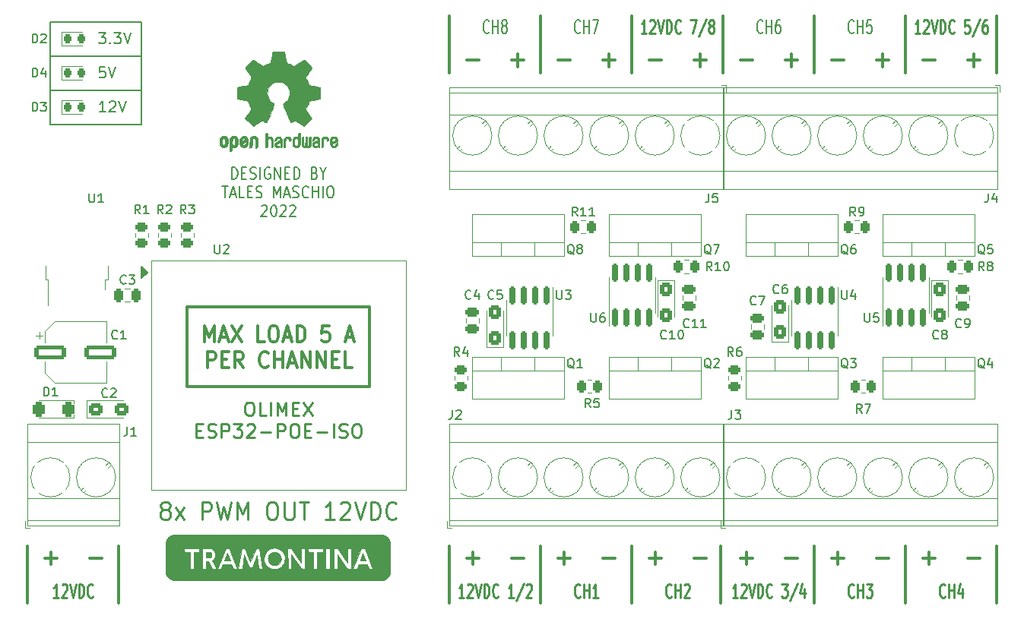
<source format=gto>
G04 #@! TF.GenerationSoftware,KiCad,Pcbnew,(6.0.4)*
G04 #@! TF.CreationDate,2022-03-29T14:19:39-03:00*
G04 #@! TF.ProjectId,ESP-pwm_8ch-V1,4553502d-7077-46d5-9f38-63682d56312e,rev?*
G04 #@! TF.SameCoordinates,Original*
G04 #@! TF.FileFunction,Legend,Top*
G04 #@! TF.FilePolarity,Positive*
%FSLAX46Y46*%
G04 Gerber Fmt 4.6, Leading zero omitted, Abs format (unit mm)*
G04 Created by KiCad (PCBNEW (6.0.4)) date 2022-03-29 14:19:39*
%MOMM*%
%LPD*%
G01*
G04 APERTURE LIST*
G04 Aperture macros list*
%AMRoundRect*
0 Rectangle with rounded corners*
0 $1 Rounding radius*
0 $2 $3 $4 $5 $6 $7 $8 $9 X,Y pos of 4 corners*
0 Add a 4 corners polygon primitive as box body*
4,1,4,$2,$3,$4,$5,$6,$7,$8,$9,$2,$3,0*
0 Add four circle primitives for the rounded corners*
1,1,$1+$1,$2,$3*
1,1,$1+$1,$4,$5*
1,1,$1+$1,$6,$7*
1,1,$1+$1,$8,$9*
0 Add four rect primitives between the rounded corners*
20,1,$1+$1,$2,$3,$4,$5,0*
20,1,$1+$1,$4,$5,$6,$7,0*
20,1,$1+$1,$6,$7,$8,$9,0*
20,1,$1+$1,$8,$9,$2,$3,0*%
G04 Aperture macros list end*
%ADD10C,0.200000*%
%ADD11C,0.150000*%
%ADD12C,0.300000*%
%ADD13C,0.350000*%
%ADD14C,0.250000*%
%ADD15C,0.010000*%
%ADD16C,0.050000*%
%ADD17C,0.120000*%
%ADD18R,2.500000X1.750000*%
%ADD19O,2.500000X1.750000*%
%ADD20RoundRect,0.150000X0.150000X-0.825000X0.150000X0.825000X-0.150000X0.825000X-0.150000X-0.825000X0*%
%ADD21RoundRect,0.250000X-0.475000X0.250000X-0.475000X-0.250000X0.475000X-0.250000X0.475000X0.250000X0*%
%ADD22RoundRect,0.218750X-0.218750X-0.256250X0.218750X-0.256250X0.218750X0.256250X-0.218750X0.256250X0*%
%ADD23R,2.000000X2.500000*%
%ADD24O,2.000000X2.500000*%
%ADD25RoundRect,0.250000X0.450000X-0.262500X0.450000X0.262500X-0.450000X0.262500X-0.450000X-0.262500X0*%
%ADD26R,3.500000X3.500000*%
%ADD27C,3.500000*%
%ADD28RoundRect,0.250000X0.262500X0.450000X-0.262500X0.450000X-0.262500X-0.450000X0.262500X-0.450000X0*%
%ADD29RoundRect,0.250000X0.475000X-0.250000X0.475000X0.250000X-0.475000X0.250000X-0.475000X-0.250000X0*%
%ADD30R,1.600000X2.200000*%
%ADD31R,5.800000X6.400000*%
%ADD32RoundRect,0.150000X-0.150000X0.825000X-0.150000X-0.825000X0.150000X-0.825000X0.150000X0.825000X0*%
%ADD33RoundRect,0.250000X0.425000X-0.537500X0.425000X0.537500X-0.425000X0.537500X-0.425000X-0.537500X0*%
%ADD34RoundRect,0.250000X-0.425000X0.537500X-0.425000X-0.537500X0.425000X-0.537500X0.425000X0.537500X0*%
%ADD35RoundRect,0.250000X-1.500000X-0.550000X1.500000X-0.550000X1.500000X0.550000X-1.500000X0.550000X0*%
%ADD36RoundRect,0.250000X-0.537500X-0.425000X0.537500X-0.425000X0.537500X0.425000X-0.537500X0.425000X0*%
%ADD37RoundRect,0.325000X0.325000X0.550000X-0.325000X0.550000X-0.325000X-0.550000X0.325000X-0.550000X0*%
%ADD38RoundRect,0.250000X-0.250000X-0.475000X0.250000X-0.475000X0.250000X0.475000X-0.250000X0.475000X0*%
%ADD39RoundRect,0.250000X-0.262500X-0.450000X0.262500X-0.450000X0.262500X0.450000X-0.262500X0.450000X0*%
G04 APERTURE END LIST*
D10*
X90064285Y-83585095D02*
X90064285Y-82285095D01*
X90326190Y-82285095D01*
X90483333Y-82347000D01*
X90588095Y-82470809D01*
X90640476Y-82594619D01*
X90692857Y-82842238D01*
X90692857Y-83027952D01*
X90640476Y-83275571D01*
X90588095Y-83399380D01*
X90483333Y-83523190D01*
X90326190Y-83585095D01*
X90064285Y-83585095D01*
X91164285Y-82904142D02*
X91530952Y-82904142D01*
X91688095Y-83585095D02*
X91164285Y-83585095D01*
X91164285Y-82285095D01*
X91688095Y-82285095D01*
X92107142Y-83523190D02*
X92264285Y-83585095D01*
X92526190Y-83585095D01*
X92630952Y-83523190D01*
X92683333Y-83461285D01*
X92735714Y-83337476D01*
X92735714Y-83213666D01*
X92683333Y-83089857D01*
X92630952Y-83027952D01*
X92526190Y-82966047D01*
X92316666Y-82904142D01*
X92211904Y-82842238D01*
X92159523Y-82780333D01*
X92107142Y-82656523D01*
X92107142Y-82532714D01*
X92159523Y-82408904D01*
X92211904Y-82347000D01*
X92316666Y-82285095D01*
X92578571Y-82285095D01*
X92735714Y-82347000D01*
X93207142Y-83585095D02*
X93207142Y-82285095D01*
X94307142Y-82347000D02*
X94202380Y-82285095D01*
X94045238Y-82285095D01*
X93888095Y-82347000D01*
X93783333Y-82470809D01*
X93730952Y-82594619D01*
X93678571Y-82842238D01*
X93678571Y-83027952D01*
X93730952Y-83275571D01*
X93783333Y-83399380D01*
X93888095Y-83523190D01*
X94045238Y-83585095D01*
X94150000Y-83585095D01*
X94307142Y-83523190D01*
X94359523Y-83461285D01*
X94359523Y-83027952D01*
X94150000Y-83027952D01*
X94830952Y-83585095D02*
X94830952Y-82285095D01*
X95459523Y-83585095D01*
X95459523Y-82285095D01*
X95983333Y-82904142D02*
X96350000Y-82904142D01*
X96507142Y-83585095D02*
X95983333Y-83585095D01*
X95983333Y-82285095D01*
X96507142Y-82285095D01*
X96978571Y-83585095D02*
X96978571Y-82285095D01*
X97240476Y-82285095D01*
X97397619Y-82347000D01*
X97502380Y-82470809D01*
X97554761Y-82594619D01*
X97607142Y-82842238D01*
X97607142Y-83027952D01*
X97554761Y-83275571D01*
X97502380Y-83399380D01*
X97397619Y-83523190D01*
X97240476Y-83585095D01*
X96978571Y-83585095D01*
X99283333Y-82904142D02*
X99440476Y-82966047D01*
X99492857Y-83027952D01*
X99545238Y-83151761D01*
X99545238Y-83337476D01*
X99492857Y-83461285D01*
X99440476Y-83523190D01*
X99335714Y-83585095D01*
X98916666Y-83585095D01*
X98916666Y-82285095D01*
X99283333Y-82285095D01*
X99388095Y-82347000D01*
X99440476Y-82408904D01*
X99492857Y-82532714D01*
X99492857Y-82656523D01*
X99440476Y-82780333D01*
X99388095Y-82842238D01*
X99283333Y-82904142D01*
X98916666Y-82904142D01*
X100226190Y-82966047D02*
X100226190Y-83585095D01*
X99859523Y-82285095D02*
X100226190Y-82966047D01*
X100592857Y-82285095D01*
X88990476Y-84378095D02*
X89619047Y-84378095D01*
X89304761Y-85678095D02*
X89304761Y-84378095D01*
X89933333Y-85306666D02*
X90457142Y-85306666D01*
X89828571Y-85678095D02*
X90195238Y-84378095D01*
X90561904Y-85678095D01*
X91452380Y-85678095D02*
X90928571Y-85678095D01*
X90928571Y-84378095D01*
X91819047Y-84997142D02*
X92185714Y-84997142D01*
X92342857Y-85678095D02*
X91819047Y-85678095D01*
X91819047Y-84378095D01*
X92342857Y-84378095D01*
X92761904Y-85616190D02*
X92919047Y-85678095D01*
X93180952Y-85678095D01*
X93285714Y-85616190D01*
X93338095Y-85554285D01*
X93390476Y-85430476D01*
X93390476Y-85306666D01*
X93338095Y-85182857D01*
X93285714Y-85120952D01*
X93180952Y-85059047D01*
X92971428Y-84997142D01*
X92866666Y-84935238D01*
X92814285Y-84873333D01*
X92761904Y-84749523D01*
X92761904Y-84625714D01*
X92814285Y-84501904D01*
X92866666Y-84440000D01*
X92971428Y-84378095D01*
X93233333Y-84378095D01*
X93390476Y-84440000D01*
X94700000Y-85678095D02*
X94700000Y-84378095D01*
X95066666Y-85306666D01*
X95433333Y-84378095D01*
X95433333Y-85678095D01*
X95904761Y-85306666D02*
X96428571Y-85306666D01*
X95800000Y-85678095D02*
X96166666Y-84378095D01*
X96533333Y-85678095D01*
X96847619Y-85616190D02*
X97004761Y-85678095D01*
X97266666Y-85678095D01*
X97371428Y-85616190D01*
X97423809Y-85554285D01*
X97476190Y-85430476D01*
X97476190Y-85306666D01*
X97423809Y-85182857D01*
X97371428Y-85120952D01*
X97266666Y-85059047D01*
X97057142Y-84997142D01*
X96952380Y-84935238D01*
X96900000Y-84873333D01*
X96847619Y-84749523D01*
X96847619Y-84625714D01*
X96900000Y-84501904D01*
X96952380Y-84440000D01*
X97057142Y-84378095D01*
X97319047Y-84378095D01*
X97476190Y-84440000D01*
X98576190Y-85554285D02*
X98523809Y-85616190D01*
X98366666Y-85678095D01*
X98261904Y-85678095D01*
X98104761Y-85616190D01*
X98000000Y-85492380D01*
X97947619Y-85368571D01*
X97895238Y-85120952D01*
X97895238Y-84935238D01*
X97947619Y-84687619D01*
X98000000Y-84563809D01*
X98104761Y-84440000D01*
X98261904Y-84378095D01*
X98366666Y-84378095D01*
X98523809Y-84440000D01*
X98576190Y-84501904D01*
X99047619Y-85678095D02*
X99047619Y-84378095D01*
X99047619Y-84997142D02*
X99676190Y-84997142D01*
X99676190Y-85678095D02*
X99676190Y-84378095D01*
X100200000Y-85678095D02*
X100200000Y-84378095D01*
X100933333Y-84378095D02*
X101142857Y-84378095D01*
X101247619Y-84440000D01*
X101352380Y-84563809D01*
X101404761Y-84811428D01*
X101404761Y-85244761D01*
X101352380Y-85492380D01*
X101247619Y-85616190D01*
X101142857Y-85678095D01*
X100933333Y-85678095D01*
X100828571Y-85616190D01*
X100723809Y-85492380D01*
X100671428Y-85244761D01*
X100671428Y-84811428D01*
X100723809Y-84563809D01*
X100828571Y-84440000D01*
X100933333Y-84378095D01*
X93364285Y-86594904D02*
X93416666Y-86533000D01*
X93521428Y-86471095D01*
X93783333Y-86471095D01*
X93888095Y-86533000D01*
X93940476Y-86594904D01*
X93992857Y-86718714D01*
X93992857Y-86842523D01*
X93940476Y-87028238D01*
X93311904Y-87771095D01*
X93992857Y-87771095D01*
X94673809Y-86471095D02*
X94778571Y-86471095D01*
X94883333Y-86533000D01*
X94935714Y-86594904D01*
X94988095Y-86718714D01*
X95040476Y-86966333D01*
X95040476Y-87275857D01*
X94988095Y-87523476D01*
X94935714Y-87647285D01*
X94883333Y-87709190D01*
X94778571Y-87771095D01*
X94673809Y-87771095D01*
X94569047Y-87709190D01*
X94516666Y-87647285D01*
X94464285Y-87523476D01*
X94411904Y-87275857D01*
X94411904Y-86966333D01*
X94464285Y-86718714D01*
X94516666Y-86594904D01*
X94569047Y-86533000D01*
X94673809Y-86471095D01*
X95459523Y-86594904D02*
X95511904Y-86533000D01*
X95616666Y-86471095D01*
X95878571Y-86471095D01*
X95983333Y-86533000D01*
X96035714Y-86594904D01*
X96088095Y-86718714D01*
X96088095Y-86842523D01*
X96035714Y-87028238D01*
X95407142Y-87771095D01*
X96088095Y-87771095D01*
X96507142Y-86594904D02*
X96559523Y-86533000D01*
X96664285Y-86471095D01*
X96926190Y-86471095D01*
X97030952Y-86533000D01*
X97083333Y-86594904D01*
X97135714Y-86718714D01*
X97135714Y-86842523D01*
X97083333Y-87028238D01*
X96454761Y-87771095D01*
X97135714Y-87771095D01*
D11*
X69850000Y-69850000D02*
X80010000Y-69850000D01*
X80010000Y-77470000D02*
X80010000Y-66040000D01*
X69850000Y-77470000D02*
X80010000Y-77470000D01*
X80010000Y-66040000D02*
X69850000Y-66040000D01*
X69850000Y-73660000D02*
X80010000Y-73660000D01*
X69850000Y-66040000D02*
X69850000Y-77470000D01*
D12*
X85090000Y-106680000D02*
X85090000Y-97790000D01*
X105410000Y-97790000D02*
X105410000Y-106680000D01*
D13*
X165100000Y-65405000D02*
X165100000Y-71755000D01*
X175260000Y-65405000D02*
X175260000Y-71755000D01*
X134620000Y-124460000D02*
X134620000Y-130810000D01*
X114300000Y-124460000D02*
X114300000Y-130810000D01*
X165100000Y-124460000D02*
X165100000Y-130810000D01*
X144780000Y-65405000D02*
X144780000Y-71755000D01*
D12*
X85090000Y-97790000D02*
X105410000Y-97790000D01*
D13*
X154940000Y-124460000D02*
X154940000Y-130810000D01*
D12*
X105410000Y-106680000D02*
X85090000Y-106680000D01*
D13*
X144480000Y-124460000D02*
X144480000Y-130810000D01*
X175260000Y-124460000D02*
X175260000Y-130810000D01*
X124460000Y-124460000D02*
X124460000Y-130810000D01*
X114300000Y-65405000D02*
X114300000Y-71755000D01*
X134620000Y-65405000D02*
X134620000Y-71755000D01*
X154940000Y-65405000D02*
X154940000Y-71755000D01*
X124460000Y-65405000D02*
X124460000Y-71755000D01*
X67310000Y-124460000D02*
X67310000Y-130810000D01*
X77470000Y-124460000D02*
X77470000Y-130810000D01*
D14*
X70770952Y-130218571D02*
X70199523Y-130218571D01*
X70485238Y-130218571D02*
X70485238Y-128718571D01*
X70390000Y-128932857D01*
X70294761Y-129075714D01*
X70199523Y-129147142D01*
X71151904Y-128861428D02*
X71199523Y-128790000D01*
X71294761Y-128718571D01*
X71532857Y-128718571D01*
X71628095Y-128790000D01*
X71675714Y-128861428D01*
X71723333Y-129004285D01*
X71723333Y-129147142D01*
X71675714Y-129361428D01*
X71104285Y-130218571D01*
X71723333Y-130218571D01*
X72009047Y-128718571D02*
X72342380Y-130218571D01*
X72675714Y-128718571D01*
X73009047Y-130218571D02*
X73009047Y-128718571D01*
X73247142Y-128718571D01*
X73390000Y-128790000D01*
X73485238Y-128932857D01*
X73532857Y-129075714D01*
X73580476Y-129361428D01*
X73580476Y-129575714D01*
X73532857Y-129861428D01*
X73485238Y-130004285D01*
X73390000Y-130147142D01*
X73247142Y-130218571D01*
X73009047Y-130218571D01*
X74580476Y-130075714D02*
X74532857Y-130147142D01*
X74390000Y-130218571D01*
X74294761Y-130218571D01*
X74151904Y-130147142D01*
X74056666Y-130004285D01*
X74009047Y-129861428D01*
X73961428Y-129575714D01*
X73961428Y-129361428D01*
X74009047Y-129075714D01*
X74056666Y-128932857D01*
X74151904Y-128790000D01*
X74294761Y-128718571D01*
X74390000Y-128718571D01*
X74532857Y-128790000D01*
X74580476Y-128861428D01*
X82478571Y-120411904D02*
X82307142Y-120316666D01*
X82221428Y-120221428D01*
X82135714Y-120030952D01*
X82135714Y-119935714D01*
X82221428Y-119745238D01*
X82307142Y-119650000D01*
X82478571Y-119554761D01*
X82821428Y-119554761D01*
X82992857Y-119650000D01*
X83078571Y-119745238D01*
X83164285Y-119935714D01*
X83164285Y-120030952D01*
X83078571Y-120221428D01*
X82992857Y-120316666D01*
X82821428Y-120411904D01*
X82478571Y-120411904D01*
X82307142Y-120507142D01*
X82221428Y-120602380D01*
X82135714Y-120792857D01*
X82135714Y-121173809D01*
X82221428Y-121364285D01*
X82307142Y-121459523D01*
X82478571Y-121554761D01*
X82821428Y-121554761D01*
X82992857Y-121459523D01*
X83078571Y-121364285D01*
X83164285Y-121173809D01*
X83164285Y-120792857D01*
X83078571Y-120602380D01*
X82992857Y-120507142D01*
X82821428Y-120411904D01*
X83764285Y-121554761D02*
X84707142Y-120221428D01*
X83764285Y-120221428D02*
X84707142Y-121554761D01*
X86764285Y-121554761D02*
X86764285Y-119554761D01*
X87449999Y-119554761D01*
X87621428Y-119650000D01*
X87707142Y-119745238D01*
X87792857Y-119935714D01*
X87792857Y-120221428D01*
X87707142Y-120411904D01*
X87621428Y-120507142D01*
X87449999Y-120602380D01*
X86764285Y-120602380D01*
X88392857Y-119554761D02*
X88821428Y-121554761D01*
X89164285Y-120126190D01*
X89507142Y-121554761D01*
X89935714Y-119554761D01*
X90621428Y-121554761D02*
X90621428Y-119554761D01*
X91221428Y-120983333D01*
X91821428Y-119554761D01*
X91821428Y-121554761D01*
X94392857Y-119554761D02*
X94735714Y-119554761D01*
X94907142Y-119650000D01*
X95078571Y-119840476D01*
X95164285Y-120221428D01*
X95164285Y-120888095D01*
X95078571Y-121269047D01*
X94907142Y-121459523D01*
X94735714Y-121554761D01*
X94392857Y-121554761D01*
X94221428Y-121459523D01*
X94049999Y-121269047D01*
X93964285Y-120888095D01*
X93964285Y-120221428D01*
X94049999Y-119840476D01*
X94221428Y-119650000D01*
X94392857Y-119554761D01*
X95935714Y-119554761D02*
X95935714Y-121173809D01*
X96021428Y-121364285D01*
X96107142Y-121459523D01*
X96278571Y-121554761D01*
X96621428Y-121554761D01*
X96792857Y-121459523D01*
X96878571Y-121364285D01*
X96964285Y-121173809D01*
X96964285Y-119554761D01*
X97564285Y-119554761D02*
X98592857Y-119554761D01*
X98078571Y-121554761D02*
X98078571Y-119554761D01*
X101507142Y-121554761D02*
X100478571Y-121554761D01*
X100992857Y-121554761D02*
X100992857Y-119554761D01*
X100821428Y-119840476D01*
X100649999Y-120030952D01*
X100478571Y-120126190D01*
X102192857Y-119745238D02*
X102278571Y-119650000D01*
X102449999Y-119554761D01*
X102878571Y-119554761D01*
X103049999Y-119650000D01*
X103135714Y-119745238D01*
X103221428Y-119935714D01*
X103221428Y-120126190D01*
X103135714Y-120411904D01*
X102107142Y-121554761D01*
X103221428Y-121554761D01*
X103735714Y-119554761D02*
X104335714Y-121554761D01*
X104935714Y-119554761D01*
X105535714Y-121554761D02*
X105535714Y-119554761D01*
X105964285Y-119554761D01*
X106221428Y-119650000D01*
X106392857Y-119840476D01*
X106478571Y-120030952D01*
X106564285Y-120411904D01*
X106564285Y-120697619D01*
X106478571Y-121078571D01*
X106392857Y-121269047D01*
X106221428Y-121459523D01*
X105964285Y-121554761D01*
X105535714Y-121554761D01*
X108364285Y-121364285D02*
X108278571Y-121459523D01*
X108021428Y-121554761D01*
X107849999Y-121554761D01*
X107592857Y-121459523D01*
X107421428Y-121269047D01*
X107335714Y-121078571D01*
X107249999Y-120697619D01*
X107249999Y-120411904D01*
X107335714Y-120030952D01*
X107421428Y-119840476D01*
X107592857Y-119650000D01*
X107849999Y-119554761D01*
X108021428Y-119554761D01*
X108278571Y-119650000D01*
X108364285Y-119745238D01*
D10*
X75974285Y-76107857D02*
X75288571Y-76107857D01*
X75631428Y-76107857D02*
X75631428Y-74907857D01*
X75517142Y-75079285D01*
X75402857Y-75193571D01*
X75288571Y-75250714D01*
X76431428Y-75022142D02*
X76488571Y-74965000D01*
X76602857Y-74907857D01*
X76888571Y-74907857D01*
X77002857Y-74965000D01*
X77060000Y-75022142D01*
X77117142Y-75136428D01*
X77117142Y-75250714D01*
X77060000Y-75422142D01*
X76374285Y-76107857D01*
X77117142Y-76107857D01*
X77460000Y-74907857D02*
X77860000Y-76107857D01*
X78260000Y-74907857D01*
X75917142Y-71097857D02*
X75345714Y-71097857D01*
X75288571Y-71669285D01*
X75345714Y-71612142D01*
X75460000Y-71555000D01*
X75745714Y-71555000D01*
X75860000Y-71612142D01*
X75917142Y-71669285D01*
X75974285Y-71783571D01*
X75974285Y-72069285D01*
X75917142Y-72183571D01*
X75860000Y-72240714D01*
X75745714Y-72297857D01*
X75460000Y-72297857D01*
X75345714Y-72240714D01*
X75288571Y-72183571D01*
X76317142Y-71097857D02*
X76717142Y-72297857D01*
X77117142Y-71097857D01*
X75231428Y-67287857D02*
X75974285Y-67287857D01*
X75574285Y-67745000D01*
X75745714Y-67745000D01*
X75860000Y-67802142D01*
X75917142Y-67859285D01*
X75974285Y-67973571D01*
X75974285Y-68259285D01*
X75917142Y-68373571D01*
X75860000Y-68430714D01*
X75745714Y-68487857D01*
X75402857Y-68487857D01*
X75288571Y-68430714D01*
X75231428Y-68373571D01*
X76488571Y-68373571D02*
X76545714Y-68430714D01*
X76488571Y-68487857D01*
X76431428Y-68430714D01*
X76488571Y-68373571D01*
X76488571Y-68487857D01*
X76945714Y-67287857D02*
X77688571Y-67287857D01*
X77288571Y-67745000D01*
X77460000Y-67745000D01*
X77574285Y-67802142D01*
X77631428Y-67859285D01*
X77688571Y-67973571D01*
X77688571Y-68259285D01*
X77631428Y-68373571D01*
X77574285Y-68430714D01*
X77460000Y-68487857D01*
X77117142Y-68487857D01*
X77002857Y-68430714D01*
X76945714Y-68373571D01*
X78031428Y-67287857D02*
X78431428Y-68487857D01*
X78831428Y-67287857D01*
D14*
X91892857Y-108461071D02*
X92178571Y-108461071D01*
X92321428Y-108532500D01*
X92464285Y-108675357D01*
X92535714Y-108961071D01*
X92535714Y-109461071D01*
X92464285Y-109746785D01*
X92321428Y-109889642D01*
X92178571Y-109961071D01*
X91892857Y-109961071D01*
X91750000Y-109889642D01*
X91607142Y-109746785D01*
X91535714Y-109461071D01*
X91535714Y-108961071D01*
X91607142Y-108675357D01*
X91750000Y-108532500D01*
X91892857Y-108461071D01*
X93892857Y-109961071D02*
X93178571Y-109961071D01*
X93178571Y-108461071D01*
X94392857Y-109961071D02*
X94392857Y-108461071D01*
X95107142Y-109961071D02*
X95107142Y-108461071D01*
X95607142Y-109532500D01*
X96107142Y-108461071D01*
X96107142Y-109961071D01*
X96821428Y-109175357D02*
X97321428Y-109175357D01*
X97535714Y-109961071D02*
X96821428Y-109961071D01*
X96821428Y-108461071D01*
X97535714Y-108461071D01*
X98035714Y-108461071D02*
X99035714Y-109961071D01*
X99035714Y-108461071D02*
X98035714Y-109961071D01*
X86107142Y-111590357D02*
X86607142Y-111590357D01*
X86821428Y-112376071D02*
X86107142Y-112376071D01*
X86107142Y-110876071D01*
X86821428Y-110876071D01*
X87392857Y-112304642D02*
X87607142Y-112376071D01*
X87964285Y-112376071D01*
X88107142Y-112304642D01*
X88178571Y-112233214D01*
X88250000Y-112090357D01*
X88250000Y-111947500D01*
X88178571Y-111804642D01*
X88107142Y-111733214D01*
X87964285Y-111661785D01*
X87678571Y-111590357D01*
X87535714Y-111518928D01*
X87464285Y-111447500D01*
X87392857Y-111304642D01*
X87392857Y-111161785D01*
X87464285Y-111018928D01*
X87535714Y-110947500D01*
X87678571Y-110876071D01*
X88035714Y-110876071D01*
X88250000Y-110947500D01*
X88892857Y-112376071D02*
X88892857Y-110876071D01*
X89464285Y-110876071D01*
X89607142Y-110947500D01*
X89678571Y-111018928D01*
X89750000Y-111161785D01*
X89750000Y-111376071D01*
X89678571Y-111518928D01*
X89607142Y-111590357D01*
X89464285Y-111661785D01*
X88892857Y-111661785D01*
X90250000Y-110876071D02*
X91178571Y-110876071D01*
X90678571Y-111447500D01*
X90892857Y-111447500D01*
X91035714Y-111518928D01*
X91107142Y-111590357D01*
X91178571Y-111733214D01*
X91178571Y-112090357D01*
X91107142Y-112233214D01*
X91035714Y-112304642D01*
X90892857Y-112376071D01*
X90464285Y-112376071D01*
X90321428Y-112304642D01*
X90250000Y-112233214D01*
X91750000Y-111018928D02*
X91821428Y-110947500D01*
X91964285Y-110876071D01*
X92321428Y-110876071D01*
X92464285Y-110947500D01*
X92535714Y-111018928D01*
X92607142Y-111161785D01*
X92607142Y-111304642D01*
X92535714Y-111518928D01*
X91678571Y-112376071D01*
X92607142Y-112376071D01*
X93250000Y-111804642D02*
X94392857Y-111804642D01*
X95107142Y-112376071D02*
X95107142Y-110876071D01*
X95678571Y-110876071D01*
X95821428Y-110947500D01*
X95892857Y-111018928D01*
X95964285Y-111161785D01*
X95964285Y-111376071D01*
X95892857Y-111518928D01*
X95821428Y-111590357D01*
X95678571Y-111661785D01*
X95107142Y-111661785D01*
X96892857Y-110876071D02*
X97178571Y-110876071D01*
X97321428Y-110947500D01*
X97464285Y-111090357D01*
X97535714Y-111376071D01*
X97535714Y-111876071D01*
X97464285Y-112161785D01*
X97321428Y-112304642D01*
X97178571Y-112376071D01*
X96892857Y-112376071D01*
X96750000Y-112304642D01*
X96607142Y-112161785D01*
X96535714Y-111876071D01*
X96535714Y-111376071D01*
X96607142Y-111090357D01*
X96750000Y-110947500D01*
X96892857Y-110876071D01*
X98178571Y-111590357D02*
X98678571Y-111590357D01*
X98892857Y-112376071D02*
X98178571Y-112376071D01*
X98178571Y-110876071D01*
X98892857Y-110876071D01*
X99535714Y-111804642D02*
X100678571Y-111804642D01*
X101392857Y-112376071D02*
X101392857Y-110876071D01*
X102035714Y-112304642D02*
X102250000Y-112376071D01*
X102607142Y-112376071D01*
X102750000Y-112304642D01*
X102821428Y-112233214D01*
X102892857Y-112090357D01*
X102892857Y-111947500D01*
X102821428Y-111804642D01*
X102750000Y-111733214D01*
X102607142Y-111661785D01*
X102321428Y-111590357D01*
X102178571Y-111518928D01*
X102107142Y-111447500D01*
X102035714Y-111304642D01*
X102035714Y-111161785D01*
X102107142Y-111018928D01*
X102178571Y-110947500D01*
X102321428Y-110876071D01*
X102678571Y-110876071D01*
X102892857Y-110947500D01*
X103821428Y-110876071D02*
X104107142Y-110876071D01*
X104250000Y-110947500D01*
X104392857Y-111090357D01*
X104464285Y-111376071D01*
X104464285Y-111876071D01*
X104392857Y-112161785D01*
X104250000Y-112304642D01*
X104107142Y-112376071D01*
X103821428Y-112376071D01*
X103678571Y-112304642D01*
X103535714Y-112161785D01*
X103464285Y-111876071D01*
X103464285Y-111376071D01*
X103535714Y-111090357D01*
X103678571Y-110947500D01*
X103821428Y-110876071D01*
D12*
X87021428Y-101727285D02*
X87021428Y-99927285D01*
X87554761Y-101213000D01*
X88088095Y-99927285D01*
X88088095Y-101727285D01*
X88773809Y-101213000D02*
X89535714Y-101213000D01*
X88621428Y-101727285D02*
X89154761Y-99927285D01*
X89688095Y-101727285D01*
X90069047Y-99927285D02*
X91135714Y-101727285D01*
X91135714Y-99927285D02*
X90069047Y-101727285D01*
X93726190Y-101727285D02*
X92964285Y-101727285D01*
X92964285Y-99927285D01*
X94564285Y-99927285D02*
X94869047Y-99927285D01*
X95021428Y-100013000D01*
X95173809Y-100184428D01*
X95250000Y-100527285D01*
X95250000Y-101127285D01*
X95173809Y-101470142D01*
X95021428Y-101641571D01*
X94869047Y-101727285D01*
X94564285Y-101727285D01*
X94411904Y-101641571D01*
X94259523Y-101470142D01*
X94183333Y-101127285D01*
X94183333Y-100527285D01*
X94259523Y-100184428D01*
X94411904Y-100013000D01*
X94564285Y-99927285D01*
X95859523Y-101213000D02*
X96621428Y-101213000D01*
X95707142Y-101727285D02*
X96240476Y-99927285D01*
X96773809Y-101727285D01*
X97307142Y-101727285D02*
X97307142Y-99927285D01*
X97688095Y-99927285D01*
X97916666Y-100013000D01*
X98069047Y-100184428D01*
X98145238Y-100355857D01*
X98221428Y-100698714D01*
X98221428Y-100955857D01*
X98145238Y-101298714D01*
X98069047Y-101470142D01*
X97916666Y-101641571D01*
X97688095Y-101727285D01*
X97307142Y-101727285D01*
X100888095Y-99927285D02*
X100126190Y-99927285D01*
X100050000Y-100784428D01*
X100126190Y-100698714D01*
X100278571Y-100613000D01*
X100659523Y-100613000D01*
X100811904Y-100698714D01*
X100888095Y-100784428D01*
X100964285Y-100955857D01*
X100964285Y-101384428D01*
X100888095Y-101555857D01*
X100811904Y-101641571D01*
X100659523Y-101727285D01*
X100278571Y-101727285D01*
X100126190Y-101641571D01*
X100050000Y-101555857D01*
X102792857Y-101213000D02*
X103554761Y-101213000D01*
X102640476Y-101727285D02*
X103173809Y-99927285D01*
X103707142Y-101727285D01*
X87326190Y-104625285D02*
X87326190Y-102825285D01*
X87935714Y-102825285D01*
X88088095Y-102911000D01*
X88164285Y-102996714D01*
X88240476Y-103168142D01*
X88240476Y-103425285D01*
X88164285Y-103596714D01*
X88088095Y-103682428D01*
X87935714Y-103768142D01*
X87326190Y-103768142D01*
X88926190Y-103682428D02*
X89459523Y-103682428D01*
X89688095Y-104625285D02*
X88926190Y-104625285D01*
X88926190Y-102825285D01*
X89688095Y-102825285D01*
X91288095Y-104625285D02*
X90754761Y-103768142D01*
X90373809Y-104625285D02*
X90373809Y-102825285D01*
X90983333Y-102825285D01*
X91135714Y-102911000D01*
X91211904Y-102996714D01*
X91288095Y-103168142D01*
X91288095Y-103425285D01*
X91211904Y-103596714D01*
X91135714Y-103682428D01*
X90983333Y-103768142D01*
X90373809Y-103768142D01*
X94107142Y-104453857D02*
X94030952Y-104539571D01*
X93802380Y-104625285D01*
X93650000Y-104625285D01*
X93421428Y-104539571D01*
X93269047Y-104368142D01*
X93192857Y-104196714D01*
X93116666Y-103853857D01*
X93116666Y-103596714D01*
X93192857Y-103253857D01*
X93269047Y-103082428D01*
X93421428Y-102911000D01*
X93650000Y-102825285D01*
X93802380Y-102825285D01*
X94030952Y-102911000D01*
X94107142Y-102996714D01*
X94792857Y-104625285D02*
X94792857Y-102825285D01*
X94792857Y-103682428D02*
X95707142Y-103682428D01*
X95707142Y-104625285D02*
X95707142Y-102825285D01*
X96392857Y-104111000D02*
X97154761Y-104111000D01*
X96240476Y-104625285D02*
X96773809Y-102825285D01*
X97307142Y-104625285D01*
X97840476Y-104625285D02*
X97840476Y-102825285D01*
X98754761Y-104625285D01*
X98754761Y-102825285D01*
X99516666Y-104625285D02*
X99516666Y-102825285D01*
X100430952Y-104625285D01*
X100430952Y-102825285D01*
X101192857Y-103682428D02*
X101726190Y-103682428D01*
X101954761Y-104625285D02*
X101192857Y-104625285D01*
X101192857Y-102825285D01*
X101954761Y-102825285D01*
X103402380Y-104625285D02*
X102640476Y-104625285D01*
X102640476Y-102825285D01*
D13*
X126368571Y-125858571D02*
X127740000Y-125858571D01*
X127054285Y-126544285D02*
X127054285Y-125172857D01*
X131340000Y-125858571D02*
X132711428Y-125858571D01*
D10*
X159329523Y-67210714D02*
X159281904Y-67282142D01*
X159139047Y-67353571D01*
X159043809Y-67353571D01*
X158900952Y-67282142D01*
X158805714Y-67139285D01*
X158758095Y-66996428D01*
X158710476Y-66710714D01*
X158710476Y-66496428D01*
X158758095Y-66210714D01*
X158805714Y-66067857D01*
X158900952Y-65925000D01*
X159043809Y-65853571D01*
X159139047Y-65853571D01*
X159281904Y-65925000D01*
X159329523Y-65996428D01*
X159758095Y-67353571D02*
X159758095Y-65853571D01*
X159758095Y-66567857D02*
X160329523Y-66567857D01*
X160329523Y-67353571D02*
X160329523Y-65853571D01*
X161281904Y-65853571D02*
X160805714Y-65853571D01*
X160758095Y-66567857D01*
X160805714Y-66496428D01*
X160900952Y-66425000D01*
X161139047Y-66425000D01*
X161234285Y-66496428D01*
X161281904Y-66567857D01*
X161329523Y-66710714D01*
X161329523Y-67067857D01*
X161281904Y-67210714D01*
X161234285Y-67282142D01*
X161139047Y-67353571D01*
X160900952Y-67353571D01*
X160805714Y-67282142D01*
X160758095Y-67210714D01*
D14*
X139009523Y-130075714D02*
X138961904Y-130147142D01*
X138819047Y-130218571D01*
X138723809Y-130218571D01*
X138580952Y-130147142D01*
X138485714Y-130004285D01*
X138438095Y-129861428D01*
X138390476Y-129575714D01*
X138390476Y-129361428D01*
X138438095Y-129075714D01*
X138485714Y-128932857D01*
X138580952Y-128790000D01*
X138723809Y-128718571D01*
X138819047Y-128718571D01*
X138961904Y-128790000D01*
X139009523Y-128861428D01*
X139438095Y-130218571D02*
X139438095Y-128718571D01*
X139438095Y-129432857D02*
X140009523Y-129432857D01*
X140009523Y-130218571D02*
X140009523Y-128718571D01*
X140438095Y-128861428D02*
X140485714Y-128790000D01*
X140580952Y-128718571D01*
X140819047Y-128718571D01*
X140914285Y-128790000D01*
X140961904Y-128861428D01*
X141009523Y-129004285D01*
X141009523Y-129147142D01*
X140961904Y-129361428D01*
X140390476Y-130218571D01*
X141009523Y-130218571D01*
D10*
X118689523Y-67210714D02*
X118641904Y-67282142D01*
X118499047Y-67353571D01*
X118403809Y-67353571D01*
X118260952Y-67282142D01*
X118165714Y-67139285D01*
X118118095Y-66996428D01*
X118070476Y-66710714D01*
X118070476Y-66496428D01*
X118118095Y-66210714D01*
X118165714Y-66067857D01*
X118260952Y-65925000D01*
X118403809Y-65853571D01*
X118499047Y-65853571D01*
X118641904Y-65925000D01*
X118689523Y-65996428D01*
X119118095Y-67353571D02*
X119118095Y-65853571D01*
X119118095Y-66567857D02*
X119689523Y-66567857D01*
X119689523Y-67353571D02*
X119689523Y-65853571D01*
X120308571Y-66496428D02*
X120213333Y-66425000D01*
X120165714Y-66353571D01*
X120118095Y-66210714D01*
X120118095Y-66139285D01*
X120165714Y-65996428D01*
X120213333Y-65925000D01*
X120308571Y-65853571D01*
X120499047Y-65853571D01*
X120594285Y-65925000D01*
X120641904Y-65996428D01*
X120689523Y-66139285D01*
X120689523Y-66210714D01*
X120641904Y-66353571D01*
X120594285Y-66425000D01*
X120499047Y-66496428D01*
X120308571Y-66496428D01*
X120213333Y-66567857D01*
X120165714Y-66639285D01*
X120118095Y-66782142D01*
X120118095Y-67067857D01*
X120165714Y-67210714D01*
X120213333Y-67282142D01*
X120308571Y-67353571D01*
X120499047Y-67353571D01*
X120594285Y-67282142D01*
X120641904Y-67210714D01*
X120689523Y-67067857D01*
X120689523Y-66782142D01*
X120641904Y-66639285D01*
X120594285Y-66567857D01*
X120499047Y-66496428D01*
D14*
X136223809Y-67353571D02*
X135652380Y-67353571D01*
X135938095Y-67353571D02*
X135938095Y-65853571D01*
X135842857Y-66067857D01*
X135747619Y-66210714D01*
X135652380Y-66282142D01*
X136604761Y-65996428D02*
X136652380Y-65925000D01*
X136747619Y-65853571D01*
X136985714Y-65853571D01*
X137080952Y-65925000D01*
X137128571Y-65996428D01*
X137176190Y-66139285D01*
X137176190Y-66282142D01*
X137128571Y-66496428D01*
X136557142Y-67353571D01*
X137176190Y-67353571D01*
X137461904Y-65853571D02*
X137795238Y-67353571D01*
X138128571Y-65853571D01*
X138461904Y-67353571D02*
X138461904Y-65853571D01*
X138700000Y-65853571D01*
X138842857Y-65925000D01*
X138938095Y-66067857D01*
X138985714Y-66210714D01*
X139033333Y-66496428D01*
X139033333Y-66710714D01*
X138985714Y-66996428D01*
X138938095Y-67139285D01*
X138842857Y-67282142D01*
X138700000Y-67353571D01*
X138461904Y-67353571D01*
X140033333Y-67210714D02*
X139985714Y-67282142D01*
X139842857Y-67353571D01*
X139747619Y-67353571D01*
X139604761Y-67282142D01*
X139509523Y-67139285D01*
X139461904Y-66996428D01*
X139414285Y-66710714D01*
X139414285Y-66496428D01*
X139461904Y-66210714D01*
X139509523Y-66067857D01*
X139604761Y-65925000D01*
X139747619Y-65853571D01*
X139842857Y-65853571D01*
X139985714Y-65925000D01*
X140033333Y-65996428D01*
X141128571Y-65853571D02*
X141795238Y-65853571D01*
X141366666Y-67353571D01*
X142890476Y-65782142D02*
X142033333Y-67710714D01*
X143366666Y-66496428D02*
X143271428Y-66425000D01*
X143223809Y-66353571D01*
X143176190Y-66210714D01*
X143176190Y-66139285D01*
X143223809Y-65996428D01*
X143271428Y-65925000D01*
X143366666Y-65853571D01*
X143557142Y-65853571D01*
X143652380Y-65925000D01*
X143700000Y-65996428D01*
X143747619Y-66139285D01*
X143747619Y-66210714D01*
X143700000Y-66353571D01*
X143652380Y-66425000D01*
X143557142Y-66496428D01*
X143366666Y-66496428D01*
X143271428Y-66567857D01*
X143223809Y-66639285D01*
X143176190Y-66782142D01*
X143176190Y-67067857D01*
X143223809Y-67210714D01*
X143271428Y-67282142D01*
X143366666Y-67353571D01*
X143557142Y-67353571D01*
X143652380Y-67282142D01*
X143700000Y-67210714D01*
X143747619Y-67067857D01*
X143747619Y-66782142D01*
X143700000Y-66639285D01*
X143652380Y-66567857D01*
X143557142Y-66496428D01*
X159329523Y-130075714D02*
X159281904Y-130147142D01*
X159139047Y-130218571D01*
X159043809Y-130218571D01*
X158900952Y-130147142D01*
X158805714Y-130004285D01*
X158758095Y-129861428D01*
X158710476Y-129575714D01*
X158710476Y-129361428D01*
X158758095Y-129075714D01*
X158805714Y-128932857D01*
X158900952Y-128790000D01*
X159043809Y-128718571D01*
X159139047Y-128718571D01*
X159281904Y-128790000D01*
X159329523Y-128861428D01*
X159758095Y-130218571D02*
X159758095Y-128718571D01*
X159758095Y-129432857D02*
X160329523Y-129432857D01*
X160329523Y-130218571D02*
X160329523Y-128718571D01*
X160710476Y-128718571D02*
X161329523Y-128718571D01*
X160996190Y-129290000D01*
X161139047Y-129290000D01*
X161234285Y-129361428D01*
X161281904Y-129432857D01*
X161329523Y-129575714D01*
X161329523Y-129932857D01*
X161281904Y-130075714D01*
X161234285Y-130147142D01*
X161139047Y-130218571D01*
X160853333Y-130218571D01*
X160758095Y-130147142D01*
X160710476Y-130075714D01*
D13*
X156848571Y-125858571D02*
X158220000Y-125858571D01*
X157534285Y-126544285D02*
X157534285Y-125172857D01*
X161820000Y-125858571D02*
X163191428Y-125858571D01*
X163191428Y-70356428D02*
X161820000Y-70356428D01*
X162505714Y-69670714D02*
X162505714Y-71042142D01*
X158220000Y-70356428D02*
X156848571Y-70356428D01*
X167008571Y-125858571D02*
X168380000Y-125858571D01*
X167694285Y-126544285D02*
X167694285Y-125172857D01*
X171980000Y-125858571D02*
X173351428Y-125858571D01*
X146688571Y-125858571D02*
X148060000Y-125858571D01*
X147374285Y-126544285D02*
X147374285Y-125172857D01*
X151660000Y-125858571D02*
X153031428Y-125858571D01*
X173351428Y-70356428D02*
X171980000Y-70356428D01*
X172665714Y-69670714D02*
X172665714Y-71042142D01*
X168380000Y-70356428D02*
X167008571Y-70356428D01*
D14*
X115903809Y-130218571D02*
X115332380Y-130218571D01*
X115618095Y-130218571D02*
X115618095Y-128718571D01*
X115522857Y-128932857D01*
X115427619Y-129075714D01*
X115332380Y-129147142D01*
X116284761Y-128861428D02*
X116332380Y-128790000D01*
X116427619Y-128718571D01*
X116665714Y-128718571D01*
X116760952Y-128790000D01*
X116808571Y-128861428D01*
X116856190Y-129004285D01*
X116856190Y-129147142D01*
X116808571Y-129361428D01*
X116237142Y-130218571D01*
X116856190Y-130218571D01*
X117141904Y-128718571D02*
X117475238Y-130218571D01*
X117808571Y-128718571D01*
X118141904Y-130218571D02*
X118141904Y-128718571D01*
X118380000Y-128718571D01*
X118522857Y-128790000D01*
X118618095Y-128932857D01*
X118665714Y-129075714D01*
X118713333Y-129361428D01*
X118713333Y-129575714D01*
X118665714Y-129861428D01*
X118618095Y-130004285D01*
X118522857Y-130147142D01*
X118380000Y-130218571D01*
X118141904Y-130218571D01*
X119713333Y-130075714D02*
X119665714Y-130147142D01*
X119522857Y-130218571D01*
X119427619Y-130218571D01*
X119284761Y-130147142D01*
X119189523Y-130004285D01*
X119141904Y-129861428D01*
X119094285Y-129575714D01*
X119094285Y-129361428D01*
X119141904Y-129075714D01*
X119189523Y-128932857D01*
X119284761Y-128790000D01*
X119427619Y-128718571D01*
X119522857Y-128718571D01*
X119665714Y-128790000D01*
X119713333Y-128861428D01*
X121427619Y-130218571D02*
X120856190Y-130218571D01*
X121141904Y-130218571D02*
X121141904Y-128718571D01*
X121046666Y-128932857D01*
X120951428Y-129075714D01*
X120856190Y-129147142D01*
X122570476Y-128647142D02*
X121713333Y-130575714D01*
X122856190Y-128861428D02*
X122903809Y-128790000D01*
X122999047Y-128718571D01*
X123237142Y-128718571D01*
X123332380Y-128790000D01*
X123380000Y-128861428D01*
X123427619Y-129004285D01*
X123427619Y-129147142D01*
X123380000Y-129361428D01*
X122808571Y-130218571D01*
X123427619Y-130218571D01*
D13*
X69218571Y-125858571D02*
X70590000Y-125858571D01*
X69904285Y-126544285D02*
X69904285Y-125172857D01*
X74190000Y-125858571D02*
X75561428Y-125858571D01*
X122551428Y-70356428D02*
X121180000Y-70356428D01*
X121865714Y-69670714D02*
X121865714Y-71042142D01*
X117580000Y-70356428D02*
X116208571Y-70356428D01*
X153031428Y-70356428D02*
X151660000Y-70356428D01*
X152345714Y-69670714D02*
X152345714Y-71042142D01*
X148060000Y-70356428D02*
X146688571Y-70356428D01*
X142871428Y-70356428D02*
X141500000Y-70356428D01*
X142185714Y-69670714D02*
X142185714Y-71042142D01*
X137900000Y-70356428D02*
X136528571Y-70356428D01*
X132711428Y-70356428D02*
X131340000Y-70356428D01*
X132025714Y-69670714D02*
X132025714Y-71042142D01*
X127740000Y-70356428D02*
X126368571Y-70356428D01*
D14*
X166703809Y-67353571D02*
X166132380Y-67353571D01*
X166418095Y-67353571D02*
X166418095Y-65853571D01*
X166322857Y-66067857D01*
X166227619Y-66210714D01*
X166132380Y-66282142D01*
X167084761Y-65996428D02*
X167132380Y-65925000D01*
X167227619Y-65853571D01*
X167465714Y-65853571D01*
X167560952Y-65925000D01*
X167608571Y-65996428D01*
X167656190Y-66139285D01*
X167656190Y-66282142D01*
X167608571Y-66496428D01*
X167037142Y-67353571D01*
X167656190Y-67353571D01*
X167941904Y-65853571D02*
X168275238Y-67353571D01*
X168608571Y-65853571D01*
X168941904Y-67353571D02*
X168941904Y-65853571D01*
X169180000Y-65853571D01*
X169322857Y-65925000D01*
X169418095Y-66067857D01*
X169465714Y-66210714D01*
X169513333Y-66496428D01*
X169513333Y-66710714D01*
X169465714Y-66996428D01*
X169418095Y-67139285D01*
X169322857Y-67282142D01*
X169180000Y-67353571D01*
X168941904Y-67353571D01*
X170513333Y-67210714D02*
X170465714Y-67282142D01*
X170322857Y-67353571D01*
X170227619Y-67353571D01*
X170084761Y-67282142D01*
X169989523Y-67139285D01*
X169941904Y-66996428D01*
X169894285Y-66710714D01*
X169894285Y-66496428D01*
X169941904Y-66210714D01*
X169989523Y-66067857D01*
X170084761Y-65925000D01*
X170227619Y-65853571D01*
X170322857Y-65853571D01*
X170465714Y-65925000D01*
X170513333Y-65996428D01*
X172180000Y-65853571D02*
X171703809Y-65853571D01*
X171656190Y-66567857D01*
X171703809Y-66496428D01*
X171799047Y-66425000D01*
X172037142Y-66425000D01*
X172132380Y-66496428D01*
X172180000Y-66567857D01*
X172227619Y-66710714D01*
X172227619Y-67067857D01*
X172180000Y-67210714D01*
X172132380Y-67282142D01*
X172037142Y-67353571D01*
X171799047Y-67353571D01*
X171703809Y-67282142D01*
X171656190Y-67210714D01*
X173370476Y-65782142D02*
X172513333Y-67710714D01*
X174132380Y-65853571D02*
X173941904Y-65853571D01*
X173846666Y-65925000D01*
X173799047Y-65996428D01*
X173703809Y-66210714D01*
X173656190Y-66496428D01*
X173656190Y-67067857D01*
X173703809Y-67210714D01*
X173751428Y-67282142D01*
X173846666Y-67353571D01*
X174037142Y-67353571D01*
X174132380Y-67282142D01*
X174180000Y-67210714D01*
X174227619Y-67067857D01*
X174227619Y-66710714D01*
X174180000Y-66567857D01*
X174132380Y-66496428D01*
X174037142Y-66425000D01*
X173846666Y-66425000D01*
X173751428Y-66496428D01*
X173703809Y-66567857D01*
X173656190Y-66710714D01*
X169489523Y-130075714D02*
X169441904Y-130147142D01*
X169299047Y-130218571D01*
X169203809Y-130218571D01*
X169060952Y-130147142D01*
X168965714Y-130004285D01*
X168918095Y-129861428D01*
X168870476Y-129575714D01*
X168870476Y-129361428D01*
X168918095Y-129075714D01*
X168965714Y-128932857D01*
X169060952Y-128790000D01*
X169203809Y-128718571D01*
X169299047Y-128718571D01*
X169441904Y-128790000D01*
X169489523Y-128861428D01*
X169918095Y-130218571D02*
X169918095Y-128718571D01*
X169918095Y-129432857D02*
X170489523Y-129432857D01*
X170489523Y-130218571D02*
X170489523Y-128718571D01*
X171394285Y-129218571D02*
X171394285Y-130218571D01*
X171156190Y-128647142D02*
X170918095Y-129718571D01*
X171537142Y-129718571D01*
D10*
X149169523Y-67210714D02*
X149121904Y-67282142D01*
X148979047Y-67353571D01*
X148883809Y-67353571D01*
X148740952Y-67282142D01*
X148645714Y-67139285D01*
X148598095Y-66996428D01*
X148550476Y-66710714D01*
X148550476Y-66496428D01*
X148598095Y-66210714D01*
X148645714Y-66067857D01*
X148740952Y-65925000D01*
X148883809Y-65853571D01*
X148979047Y-65853571D01*
X149121904Y-65925000D01*
X149169523Y-65996428D01*
X149598095Y-67353571D02*
X149598095Y-65853571D01*
X149598095Y-66567857D02*
X150169523Y-66567857D01*
X150169523Y-67353571D02*
X150169523Y-65853571D01*
X151074285Y-65853571D02*
X150883809Y-65853571D01*
X150788571Y-65925000D01*
X150740952Y-65996428D01*
X150645714Y-66210714D01*
X150598095Y-66496428D01*
X150598095Y-67067857D01*
X150645714Y-67210714D01*
X150693333Y-67282142D01*
X150788571Y-67353571D01*
X150979047Y-67353571D01*
X151074285Y-67282142D01*
X151121904Y-67210714D01*
X151169523Y-67067857D01*
X151169523Y-66710714D01*
X151121904Y-66567857D01*
X151074285Y-66496428D01*
X150979047Y-66425000D01*
X150788571Y-66425000D01*
X150693333Y-66496428D01*
X150645714Y-66567857D01*
X150598095Y-66710714D01*
D13*
X116208571Y-125858571D02*
X117580000Y-125858571D01*
X116894285Y-126544285D02*
X116894285Y-125172857D01*
X121180000Y-125858571D02*
X122551428Y-125858571D01*
D10*
X128849523Y-67210714D02*
X128801904Y-67282142D01*
X128659047Y-67353571D01*
X128563809Y-67353571D01*
X128420952Y-67282142D01*
X128325714Y-67139285D01*
X128278095Y-66996428D01*
X128230476Y-66710714D01*
X128230476Y-66496428D01*
X128278095Y-66210714D01*
X128325714Y-66067857D01*
X128420952Y-65925000D01*
X128563809Y-65853571D01*
X128659047Y-65853571D01*
X128801904Y-65925000D01*
X128849523Y-65996428D01*
X129278095Y-67353571D02*
X129278095Y-65853571D01*
X129278095Y-66567857D02*
X129849523Y-66567857D01*
X129849523Y-67353571D02*
X129849523Y-65853571D01*
X130230476Y-65853571D02*
X130897142Y-65853571D01*
X130468571Y-67353571D01*
D14*
X128849523Y-130075714D02*
X128801904Y-130147142D01*
X128659047Y-130218571D01*
X128563809Y-130218571D01*
X128420952Y-130147142D01*
X128325714Y-130004285D01*
X128278095Y-129861428D01*
X128230476Y-129575714D01*
X128230476Y-129361428D01*
X128278095Y-129075714D01*
X128325714Y-128932857D01*
X128420952Y-128790000D01*
X128563809Y-128718571D01*
X128659047Y-128718571D01*
X128801904Y-128790000D01*
X128849523Y-128861428D01*
X129278095Y-130218571D02*
X129278095Y-128718571D01*
X129278095Y-129432857D02*
X129849523Y-129432857D01*
X129849523Y-130218571D02*
X129849523Y-128718571D01*
X130849523Y-130218571D02*
X130278095Y-130218571D01*
X130563809Y-130218571D02*
X130563809Y-128718571D01*
X130468571Y-128932857D01*
X130373333Y-129075714D01*
X130278095Y-129147142D01*
D13*
X136528571Y-125858571D02*
X137900000Y-125858571D01*
X137214285Y-126544285D02*
X137214285Y-125172857D01*
X141500000Y-125858571D02*
X142871428Y-125858571D01*
D14*
X146383809Y-130218571D02*
X145812380Y-130218571D01*
X146098095Y-130218571D02*
X146098095Y-128718571D01*
X146002857Y-128932857D01*
X145907619Y-129075714D01*
X145812380Y-129147142D01*
X146764761Y-128861428D02*
X146812380Y-128790000D01*
X146907619Y-128718571D01*
X147145714Y-128718571D01*
X147240952Y-128790000D01*
X147288571Y-128861428D01*
X147336190Y-129004285D01*
X147336190Y-129147142D01*
X147288571Y-129361428D01*
X146717142Y-130218571D01*
X147336190Y-130218571D01*
X147621904Y-128718571D02*
X147955238Y-130218571D01*
X148288571Y-128718571D01*
X148621904Y-130218571D02*
X148621904Y-128718571D01*
X148860000Y-128718571D01*
X149002857Y-128790000D01*
X149098095Y-128932857D01*
X149145714Y-129075714D01*
X149193333Y-129361428D01*
X149193333Y-129575714D01*
X149145714Y-129861428D01*
X149098095Y-130004285D01*
X149002857Y-130147142D01*
X148860000Y-130218571D01*
X148621904Y-130218571D01*
X150193333Y-130075714D02*
X150145714Y-130147142D01*
X150002857Y-130218571D01*
X149907619Y-130218571D01*
X149764761Y-130147142D01*
X149669523Y-130004285D01*
X149621904Y-129861428D01*
X149574285Y-129575714D01*
X149574285Y-129361428D01*
X149621904Y-129075714D01*
X149669523Y-128932857D01*
X149764761Y-128790000D01*
X149907619Y-128718571D01*
X150002857Y-128718571D01*
X150145714Y-128790000D01*
X150193333Y-128861428D01*
X151288571Y-128718571D02*
X151907619Y-128718571D01*
X151574285Y-129290000D01*
X151717142Y-129290000D01*
X151812380Y-129361428D01*
X151860000Y-129432857D01*
X151907619Y-129575714D01*
X151907619Y-129932857D01*
X151860000Y-130075714D01*
X151812380Y-130147142D01*
X151717142Y-130218571D01*
X151431428Y-130218571D01*
X151336190Y-130147142D01*
X151288571Y-130075714D01*
X153050476Y-128647142D02*
X152193333Y-130575714D01*
X153812380Y-129218571D02*
X153812380Y-130218571D01*
X153574285Y-128647142D02*
X153336190Y-129718571D01*
X153955238Y-129718571D01*
D11*
X88138095Y-90892380D02*
X88138095Y-91701904D01*
X88185714Y-91797142D01*
X88233333Y-91844761D01*
X88328571Y-91892380D01*
X88519047Y-91892380D01*
X88614285Y-91844761D01*
X88661904Y-91797142D01*
X88709523Y-91701904D01*
X88709523Y-90892380D01*
X89138095Y-90987619D02*
X89185714Y-90940000D01*
X89280952Y-90892380D01*
X89519047Y-90892380D01*
X89614285Y-90940000D01*
X89661904Y-90987619D01*
X89709523Y-91082857D01*
X89709523Y-91178095D01*
X89661904Y-91320952D01*
X89090476Y-91892380D01*
X89709523Y-91892380D01*
X160528095Y-98512380D02*
X160528095Y-99321904D01*
X160575714Y-99417142D01*
X160623333Y-99464761D01*
X160718571Y-99512380D01*
X160909047Y-99512380D01*
X161004285Y-99464761D01*
X161051904Y-99417142D01*
X161099523Y-99321904D01*
X161099523Y-98512380D01*
X162051904Y-98512380D02*
X161575714Y-98512380D01*
X161528095Y-98988571D01*
X161575714Y-98940952D01*
X161670952Y-98893333D01*
X161909047Y-98893333D01*
X162004285Y-98940952D01*
X162051904Y-98988571D01*
X162099523Y-99083809D01*
X162099523Y-99321904D01*
X162051904Y-99417142D01*
X162004285Y-99464761D01*
X161909047Y-99512380D01*
X161670952Y-99512380D01*
X161575714Y-99464761D01*
X161528095Y-99417142D01*
X171283333Y-100052142D02*
X171235714Y-100099761D01*
X171092857Y-100147380D01*
X170997619Y-100147380D01*
X170854761Y-100099761D01*
X170759523Y-100004523D01*
X170711904Y-99909285D01*
X170664285Y-99718809D01*
X170664285Y-99575952D01*
X170711904Y-99385476D01*
X170759523Y-99290238D01*
X170854761Y-99195000D01*
X170997619Y-99147380D01*
X171092857Y-99147380D01*
X171235714Y-99195000D01*
X171283333Y-99242619D01*
X171759523Y-100147380D02*
X171950000Y-100147380D01*
X172045238Y-100099761D01*
X172092857Y-100052142D01*
X172188095Y-99909285D01*
X172235714Y-99718809D01*
X172235714Y-99337857D01*
X172188095Y-99242619D01*
X172140476Y-99195000D01*
X172045238Y-99147380D01*
X171854761Y-99147380D01*
X171759523Y-99195000D01*
X171711904Y-99242619D01*
X171664285Y-99337857D01*
X171664285Y-99575952D01*
X171711904Y-99671190D01*
X171759523Y-99718809D01*
X171854761Y-99766428D01*
X172045238Y-99766428D01*
X172140476Y-99718809D01*
X172188095Y-99671190D01*
X172235714Y-99575952D01*
X67841904Y-72207380D02*
X67841904Y-71207380D01*
X68080000Y-71207380D01*
X68222857Y-71255000D01*
X68318095Y-71350238D01*
X68365714Y-71445476D01*
X68413333Y-71635952D01*
X68413333Y-71778809D01*
X68365714Y-71969285D01*
X68318095Y-72064523D01*
X68222857Y-72159761D01*
X68080000Y-72207380D01*
X67841904Y-72207380D01*
X69270476Y-71540714D02*
X69270476Y-72207380D01*
X69032380Y-71159761D02*
X68794285Y-71874047D01*
X69413333Y-71874047D01*
X143414761Y-104687619D02*
X143319523Y-104640000D01*
X143224285Y-104544761D01*
X143081428Y-104401904D01*
X142986190Y-104354285D01*
X142890952Y-104354285D01*
X142938571Y-104592380D02*
X142843333Y-104544761D01*
X142748095Y-104449523D01*
X142700476Y-104259047D01*
X142700476Y-103925714D01*
X142748095Y-103735238D01*
X142843333Y-103640000D01*
X142938571Y-103592380D01*
X143129047Y-103592380D01*
X143224285Y-103640000D01*
X143319523Y-103735238D01*
X143367142Y-103925714D01*
X143367142Y-104259047D01*
X143319523Y-104449523D01*
X143224285Y-104544761D01*
X143129047Y-104592380D01*
X142938571Y-104592380D01*
X143748095Y-103687619D02*
X143795714Y-103640000D01*
X143890952Y-103592380D01*
X144129047Y-103592380D01*
X144224285Y-103640000D01*
X144271904Y-103687619D01*
X144319523Y-103782857D01*
X144319523Y-103878095D01*
X144271904Y-104020952D01*
X143700476Y-104592380D01*
X144319523Y-104592380D01*
X84923333Y-87447380D02*
X84590000Y-86971190D01*
X84351904Y-87447380D02*
X84351904Y-86447380D01*
X84732857Y-86447380D01*
X84828095Y-86495000D01*
X84875714Y-86542619D01*
X84923333Y-86637857D01*
X84923333Y-86780714D01*
X84875714Y-86875952D01*
X84828095Y-86923571D01*
X84732857Y-86971190D01*
X84351904Y-86971190D01*
X85256666Y-86447380D02*
X85875714Y-86447380D01*
X85542380Y-86828333D01*
X85685238Y-86828333D01*
X85780476Y-86875952D01*
X85828095Y-86923571D01*
X85875714Y-87018809D01*
X85875714Y-87256904D01*
X85828095Y-87352142D01*
X85780476Y-87399761D01*
X85685238Y-87447380D01*
X85399523Y-87447380D01*
X85304285Y-87399761D01*
X85256666Y-87352142D01*
X143176666Y-85177380D02*
X143176666Y-85891666D01*
X143129047Y-86034523D01*
X143033809Y-86129761D01*
X142890952Y-86177380D01*
X142795714Y-86177380D01*
X144129047Y-85177380D02*
X143652857Y-85177380D01*
X143605238Y-85653571D01*
X143652857Y-85605952D01*
X143748095Y-85558333D01*
X143986190Y-85558333D01*
X144081428Y-85605952D01*
X144129047Y-85653571D01*
X144176666Y-85748809D01*
X144176666Y-85986904D01*
X144129047Y-86082142D01*
X144081428Y-86129761D01*
X143986190Y-86177380D01*
X143748095Y-86177380D01*
X143652857Y-86129761D01*
X143605238Y-86082142D01*
X130048095Y-98512380D02*
X130048095Y-99321904D01*
X130095714Y-99417142D01*
X130143333Y-99464761D01*
X130238571Y-99512380D01*
X130429047Y-99512380D01*
X130524285Y-99464761D01*
X130571904Y-99417142D01*
X130619523Y-99321904D01*
X130619523Y-98512380D01*
X131524285Y-98512380D02*
X131333809Y-98512380D01*
X131238571Y-98560000D01*
X131190952Y-98607619D01*
X131095714Y-98750476D01*
X131048095Y-98940952D01*
X131048095Y-99321904D01*
X131095714Y-99417142D01*
X131143333Y-99464761D01*
X131238571Y-99512380D01*
X131429047Y-99512380D01*
X131524285Y-99464761D01*
X131571904Y-99417142D01*
X131619523Y-99321904D01*
X131619523Y-99083809D01*
X131571904Y-98988571D01*
X131524285Y-98940952D01*
X131429047Y-98893333D01*
X131238571Y-98893333D01*
X131143333Y-98940952D01*
X131095714Y-98988571D01*
X131048095Y-99083809D01*
X130008333Y-109037380D02*
X129675000Y-108561190D01*
X129436904Y-109037380D02*
X129436904Y-108037380D01*
X129817857Y-108037380D01*
X129913095Y-108085000D01*
X129960714Y-108132619D01*
X130008333Y-108227857D01*
X130008333Y-108370714D01*
X129960714Y-108465952D01*
X129913095Y-108513571D01*
X129817857Y-108561190D01*
X129436904Y-108561190D01*
X130913095Y-108037380D02*
X130436904Y-108037380D01*
X130389285Y-108513571D01*
X130436904Y-108465952D01*
X130532142Y-108418333D01*
X130770238Y-108418333D01*
X130865476Y-108465952D01*
X130913095Y-108513571D01*
X130960714Y-108608809D01*
X130960714Y-108846904D01*
X130913095Y-108942142D01*
X130865476Y-108989761D01*
X130770238Y-109037380D01*
X130532142Y-109037380D01*
X130436904Y-108989761D01*
X130389285Y-108942142D01*
X116673333Y-96877142D02*
X116625714Y-96924761D01*
X116482857Y-96972380D01*
X116387619Y-96972380D01*
X116244761Y-96924761D01*
X116149523Y-96829523D01*
X116101904Y-96734285D01*
X116054285Y-96543809D01*
X116054285Y-96400952D01*
X116101904Y-96210476D01*
X116149523Y-96115238D01*
X116244761Y-96020000D01*
X116387619Y-95972380D01*
X116482857Y-95972380D01*
X116625714Y-96020000D01*
X116673333Y-96067619D01*
X117530476Y-96305714D02*
X117530476Y-96972380D01*
X117292380Y-95924761D02*
X117054285Y-96639047D01*
X117673333Y-96639047D01*
X128174761Y-104687619D02*
X128079523Y-104640000D01*
X127984285Y-104544761D01*
X127841428Y-104401904D01*
X127746190Y-104354285D01*
X127650952Y-104354285D01*
X127698571Y-104592380D02*
X127603333Y-104544761D01*
X127508095Y-104449523D01*
X127460476Y-104259047D01*
X127460476Y-103925714D01*
X127508095Y-103735238D01*
X127603333Y-103640000D01*
X127698571Y-103592380D01*
X127889047Y-103592380D01*
X127984285Y-103640000D01*
X128079523Y-103735238D01*
X128127142Y-103925714D01*
X128127142Y-104259047D01*
X128079523Y-104449523D01*
X127984285Y-104544761D01*
X127889047Y-104592380D01*
X127698571Y-104592380D01*
X129079523Y-104592380D02*
X128508095Y-104592380D01*
X128793809Y-104592380D02*
X128793809Y-103592380D01*
X128698571Y-103735238D01*
X128603333Y-103830476D01*
X128508095Y-103878095D01*
X74168095Y-85177380D02*
X74168095Y-85986904D01*
X74215714Y-86082142D01*
X74263333Y-86129761D01*
X74358571Y-86177380D01*
X74549047Y-86177380D01*
X74644285Y-86129761D01*
X74691904Y-86082142D01*
X74739523Y-85986904D01*
X74739523Y-85177380D01*
X75739523Y-86177380D02*
X75168095Y-86177380D01*
X75453809Y-86177380D02*
X75453809Y-85177380D01*
X75358571Y-85320238D01*
X75263333Y-85415476D01*
X75168095Y-85463095D01*
X126238095Y-95972380D02*
X126238095Y-96781904D01*
X126285714Y-96877142D01*
X126333333Y-96924761D01*
X126428571Y-96972380D01*
X126619047Y-96972380D01*
X126714285Y-96924761D01*
X126761904Y-96877142D01*
X126809523Y-96781904D01*
X126809523Y-95972380D01*
X127190476Y-95972380D02*
X127809523Y-95972380D01*
X127476190Y-96353333D01*
X127619047Y-96353333D01*
X127714285Y-96400952D01*
X127761904Y-96448571D01*
X127809523Y-96543809D01*
X127809523Y-96781904D01*
X127761904Y-96877142D01*
X127714285Y-96924761D01*
X127619047Y-96972380D01*
X127333333Y-96972380D01*
X127238095Y-96924761D01*
X127190476Y-96877142D01*
X150963333Y-96242142D02*
X150915714Y-96289761D01*
X150772857Y-96337380D01*
X150677619Y-96337380D01*
X150534761Y-96289761D01*
X150439523Y-96194523D01*
X150391904Y-96099285D01*
X150344285Y-95908809D01*
X150344285Y-95765952D01*
X150391904Y-95575476D01*
X150439523Y-95480238D01*
X150534761Y-95385000D01*
X150677619Y-95337380D01*
X150772857Y-95337380D01*
X150915714Y-95385000D01*
X150963333Y-95432619D01*
X151820476Y-95337380D02*
X151630000Y-95337380D01*
X151534761Y-95385000D01*
X151487142Y-95432619D01*
X151391904Y-95575476D01*
X151344285Y-95765952D01*
X151344285Y-96146904D01*
X151391904Y-96242142D01*
X151439523Y-96289761D01*
X151534761Y-96337380D01*
X151725238Y-96337380D01*
X151820476Y-96289761D01*
X151868095Y-96242142D01*
X151915714Y-96146904D01*
X151915714Y-95908809D01*
X151868095Y-95813571D01*
X151820476Y-95765952D01*
X151725238Y-95718333D01*
X151534761Y-95718333D01*
X151439523Y-95765952D01*
X151391904Y-95813571D01*
X151344285Y-95908809D01*
X145883333Y-103322380D02*
X145550000Y-102846190D01*
X145311904Y-103322380D02*
X145311904Y-102322380D01*
X145692857Y-102322380D01*
X145788095Y-102370000D01*
X145835714Y-102417619D01*
X145883333Y-102512857D01*
X145883333Y-102655714D01*
X145835714Y-102750952D01*
X145788095Y-102798571D01*
X145692857Y-102846190D01*
X145311904Y-102846190D01*
X146740476Y-102322380D02*
X146550000Y-102322380D01*
X146454761Y-102370000D01*
X146407142Y-102417619D01*
X146311904Y-102560476D01*
X146264285Y-102750952D01*
X146264285Y-103131904D01*
X146311904Y-103227142D01*
X146359523Y-103274761D01*
X146454761Y-103322380D01*
X146645238Y-103322380D01*
X146740476Y-103274761D01*
X146788095Y-103227142D01*
X146835714Y-103131904D01*
X146835714Y-102893809D01*
X146788095Y-102798571D01*
X146740476Y-102750952D01*
X146645238Y-102703333D01*
X146454761Y-102703333D01*
X146359523Y-102750952D01*
X146311904Y-102798571D01*
X146264285Y-102893809D01*
X143414761Y-91987619D02*
X143319523Y-91940000D01*
X143224285Y-91844761D01*
X143081428Y-91701904D01*
X142986190Y-91654285D01*
X142890952Y-91654285D01*
X142938571Y-91892380D02*
X142843333Y-91844761D01*
X142748095Y-91749523D01*
X142700476Y-91559047D01*
X142700476Y-91225714D01*
X142748095Y-91035238D01*
X142843333Y-90940000D01*
X142938571Y-90892380D01*
X143129047Y-90892380D01*
X143224285Y-90940000D01*
X143319523Y-91035238D01*
X143367142Y-91225714D01*
X143367142Y-91559047D01*
X143319523Y-91749523D01*
X143224285Y-91844761D01*
X143129047Y-91892380D01*
X142938571Y-91892380D01*
X143700476Y-90892380D02*
X144367142Y-90892380D01*
X143938571Y-91892380D01*
X82383333Y-87447380D02*
X82050000Y-86971190D01*
X81811904Y-87447380D02*
X81811904Y-86447380D01*
X82192857Y-86447380D01*
X82288095Y-86495000D01*
X82335714Y-86542619D01*
X82383333Y-86637857D01*
X82383333Y-86780714D01*
X82335714Y-86875952D01*
X82288095Y-86923571D01*
X82192857Y-86971190D01*
X81811904Y-86971190D01*
X82764285Y-86542619D02*
X82811904Y-86495000D01*
X82907142Y-86447380D01*
X83145238Y-86447380D01*
X83240476Y-86495000D01*
X83288095Y-86542619D01*
X83335714Y-86637857D01*
X83335714Y-86733095D01*
X83288095Y-86875952D01*
X82716666Y-87447380D01*
X83335714Y-87447380D01*
X173894761Y-104687619D02*
X173799523Y-104640000D01*
X173704285Y-104544761D01*
X173561428Y-104401904D01*
X173466190Y-104354285D01*
X173370952Y-104354285D01*
X173418571Y-104592380D02*
X173323333Y-104544761D01*
X173228095Y-104449523D01*
X173180476Y-104259047D01*
X173180476Y-103925714D01*
X173228095Y-103735238D01*
X173323333Y-103640000D01*
X173418571Y-103592380D01*
X173609047Y-103592380D01*
X173704285Y-103640000D01*
X173799523Y-103735238D01*
X173847142Y-103925714D01*
X173847142Y-104259047D01*
X173799523Y-104449523D01*
X173704285Y-104544761D01*
X173609047Y-104592380D01*
X173418571Y-104592380D01*
X174704285Y-103925714D02*
X174704285Y-104592380D01*
X174466190Y-103544761D02*
X174228095Y-104259047D01*
X174847142Y-104259047D01*
X143502142Y-93797380D02*
X143168809Y-93321190D01*
X142930714Y-93797380D02*
X142930714Y-92797380D01*
X143311666Y-92797380D01*
X143406904Y-92845000D01*
X143454523Y-92892619D01*
X143502142Y-92987857D01*
X143502142Y-93130714D01*
X143454523Y-93225952D01*
X143406904Y-93273571D01*
X143311666Y-93321190D01*
X142930714Y-93321190D01*
X144454523Y-93797380D02*
X143883095Y-93797380D01*
X144168809Y-93797380D02*
X144168809Y-92797380D01*
X144073571Y-92940238D01*
X143978333Y-93035476D01*
X143883095Y-93083095D01*
X145073571Y-92797380D02*
X145168809Y-92797380D01*
X145264047Y-92845000D01*
X145311666Y-92892619D01*
X145359285Y-92987857D01*
X145406904Y-93178333D01*
X145406904Y-93416428D01*
X145359285Y-93606904D01*
X145311666Y-93702142D01*
X145264047Y-93749761D01*
X145168809Y-93797380D01*
X145073571Y-93797380D01*
X144978333Y-93749761D01*
X144930714Y-93702142D01*
X144883095Y-93606904D01*
X144835476Y-93416428D01*
X144835476Y-93178333D01*
X144883095Y-92987857D01*
X144930714Y-92892619D01*
X144978333Y-92845000D01*
X145073571Y-92797380D01*
X148423333Y-97512142D02*
X148375714Y-97559761D01*
X148232857Y-97607380D01*
X148137619Y-97607380D01*
X147994761Y-97559761D01*
X147899523Y-97464523D01*
X147851904Y-97369285D01*
X147804285Y-97178809D01*
X147804285Y-97035952D01*
X147851904Y-96845476D01*
X147899523Y-96750238D01*
X147994761Y-96655000D01*
X148137619Y-96607380D01*
X148232857Y-96607380D01*
X148375714Y-96655000D01*
X148423333Y-96702619D01*
X148756666Y-96607380D02*
X149423333Y-96607380D01*
X148994761Y-97607380D01*
X138422142Y-101322142D02*
X138374523Y-101369761D01*
X138231666Y-101417380D01*
X138136428Y-101417380D01*
X137993571Y-101369761D01*
X137898333Y-101274523D01*
X137850714Y-101179285D01*
X137803095Y-100988809D01*
X137803095Y-100845952D01*
X137850714Y-100655476D01*
X137898333Y-100560238D01*
X137993571Y-100465000D01*
X138136428Y-100417380D01*
X138231666Y-100417380D01*
X138374523Y-100465000D01*
X138422142Y-100512619D01*
X139374523Y-101417380D02*
X138803095Y-101417380D01*
X139088809Y-101417380D02*
X139088809Y-100417380D01*
X138993571Y-100560238D01*
X138898333Y-100655476D01*
X138803095Y-100703095D01*
X139993571Y-100417380D02*
X140088809Y-100417380D01*
X140184047Y-100465000D01*
X140231666Y-100512619D01*
X140279285Y-100607857D01*
X140326904Y-100798333D01*
X140326904Y-101036428D01*
X140279285Y-101226904D01*
X140231666Y-101322142D01*
X140184047Y-101369761D01*
X140088809Y-101417380D01*
X139993571Y-101417380D01*
X139898333Y-101369761D01*
X139850714Y-101322142D01*
X139803095Y-101226904D01*
X139755476Y-101036428D01*
X139755476Y-100798333D01*
X139803095Y-100607857D01*
X139850714Y-100512619D01*
X139898333Y-100465000D01*
X139993571Y-100417380D01*
X145716666Y-109332380D02*
X145716666Y-110046666D01*
X145669047Y-110189523D01*
X145573809Y-110284761D01*
X145430952Y-110332380D01*
X145335714Y-110332380D01*
X146097619Y-109332380D02*
X146716666Y-109332380D01*
X146383333Y-109713333D01*
X146526190Y-109713333D01*
X146621428Y-109760952D01*
X146669047Y-109808571D01*
X146716666Y-109903809D01*
X146716666Y-110141904D01*
X146669047Y-110237142D01*
X146621428Y-110284761D01*
X146526190Y-110332380D01*
X146240476Y-110332380D01*
X146145238Y-110284761D01*
X146097619Y-110237142D01*
X158654761Y-104687619D02*
X158559523Y-104640000D01*
X158464285Y-104544761D01*
X158321428Y-104401904D01*
X158226190Y-104354285D01*
X158130952Y-104354285D01*
X158178571Y-104592380D02*
X158083333Y-104544761D01*
X157988095Y-104449523D01*
X157940476Y-104259047D01*
X157940476Y-103925714D01*
X157988095Y-103735238D01*
X158083333Y-103640000D01*
X158178571Y-103592380D01*
X158369047Y-103592380D01*
X158464285Y-103640000D01*
X158559523Y-103735238D01*
X158607142Y-103925714D01*
X158607142Y-104259047D01*
X158559523Y-104449523D01*
X158464285Y-104544761D01*
X158369047Y-104592380D01*
X158178571Y-104592380D01*
X158940476Y-103592380D02*
X159559523Y-103592380D01*
X159226190Y-103973333D01*
X159369047Y-103973333D01*
X159464285Y-104020952D01*
X159511904Y-104068571D01*
X159559523Y-104163809D01*
X159559523Y-104401904D01*
X159511904Y-104497142D01*
X159464285Y-104544761D01*
X159369047Y-104592380D01*
X159083333Y-104592380D01*
X158988095Y-104544761D01*
X158940476Y-104497142D01*
X67841904Y-76017380D02*
X67841904Y-75017380D01*
X68080000Y-75017380D01*
X68222857Y-75065000D01*
X68318095Y-75160238D01*
X68365714Y-75255476D01*
X68413333Y-75445952D01*
X68413333Y-75588809D01*
X68365714Y-75779285D01*
X68318095Y-75874523D01*
X68222857Y-75969761D01*
X68080000Y-76017380D01*
X67841904Y-76017380D01*
X68746666Y-75017380D02*
X69365714Y-75017380D01*
X69032380Y-75398333D01*
X69175238Y-75398333D01*
X69270476Y-75445952D01*
X69318095Y-75493571D01*
X69365714Y-75588809D01*
X69365714Y-75826904D01*
X69318095Y-75922142D01*
X69270476Y-75969761D01*
X69175238Y-76017380D01*
X68889523Y-76017380D01*
X68794285Y-75969761D01*
X68746666Y-75922142D01*
X160210833Y-109672380D02*
X159877500Y-109196190D01*
X159639404Y-109672380D02*
X159639404Y-108672380D01*
X160020357Y-108672380D01*
X160115595Y-108720000D01*
X160163214Y-108767619D01*
X160210833Y-108862857D01*
X160210833Y-109005714D01*
X160163214Y-109100952D01*
X160115595Y-109148571D01*
X160020357Y-109196190D01*
X159639404Y-109196190D01*
X160544166Y-108672380D02*
X161210833Y-108672380D01*
X160782261Y-109672380D01*
X114601666Y-109332380D02*
X114601666Y-110046666D01*
X114554047Y-110189523D01*
X114458809Y-110284761D01*
X114315952Y-110332380D01*
X114220714Y-110332380D01*
X115030238Y-109427619D02*
X115077857Y-109380000D01*
X115173095Y-109332380D01*
X115411190Y-109332380D01*
X115506428Y-109380000D01*
X115554047Y-109427619D01*
X115601666Y-109522857D01*
X115601666Y-109618095D01*
X115554047Y-109760952D01*
X114982619Y-110332380D01*
X115601666Y-110332380D01*
X173823333Y-93797380D02*
X173490000Y-93321190D01*
X173251904Y-93797380D02*
X173251904Y-92797380D01*
X173632857Y-92797380D01*
X173728095Y-92845000D01*
X173775714Y-92892619D01*
X173823333Y-92987857D01*
X173823333Y-93130714D01*
X173775714Y-93225952D01*
X173728095Y-93273571D01*
X173632857Y-93321190D01*
X173251904Y-93321190D01*
X174394761Y-93225952D02*
X174299523Y-93178333D01*
X174251904Y-93130714D01*
X174204285Y-93035476D01*
X174204285Y-92987857D01*
X174251904Y-92892619D01*
X174299523Y-92845000D01*
X174394761Y-92797380D01*
X174585238Y-92797380D01*
X174680476Y-92845000D01*
X174728095Y-92892619D01*
X174775714Y-92987857D01*
X174775714Y-93035476D01*
X174728095Y-93130714D01*
X174680476Y-93178333D01*
X174585238Y-93225952D01*
X174394761Y-93225952D01*
X174299523Y-93273571D01*
X174251904Y-93321190D01*
X174204285Y-93416428D01*
X174204285Y-93606904D01*
X174251904Y-93702142D01*
X174299523Y-93749761D01*
X174394761Y-93797380D01*
X174585238Y-93797380D01*
X174680476Y-93749761D01*
X174728095Y-93702142D01*
X174775714Y-93606904D01*
X174775714Y-93416428D01*
X174728095Y-93321190D01*
X174680476Y-93273571D01*
X174585238Y-93225952D01*
X77303333Y-101322142D02*
X77255714Y-101369761D01*
X77112857Y-101417380D01*
X77017619Y-101417380D01*
X76874761Y-101369761D01*
X76779523Y-101274523D01*
X76731904Y-101179285D01*
X76684285Y-100988809D01*
X76684285Y-100845952D01*
X76731904Y-100655476D01*
X76779523Y-100560238D01*
X76874761Y-100465000D01*
X77017619Y-100417380D01*
X77112857Y-100417380D01*
X77255714Y-100465000D01*
X77303333Y-100512619D01*
X78255714Y-101417380D02*
X77684285Y-101417380D01*
X77970000Y-101417380D02*
X77970000Y-100417380D01*
X77874761Y-100560238D01*
X77779523Y-100655476D01*
X77684285Y-100703095D01*
X76200833Y-107827142D02*
X76153214Y-107874761D01*
X76010357Y-107922380D01*
X75915119Y-107922380D01*
X75772261Y-107874761D01*
X75677023Y-107779523D01*
X75629404Y-107684285D01*
X75581785Y-107493809D01*
X75581785Y-107350952D01*
X75629404Y-107160476D01*
X75677023Y-107065238D01*
X75772261Y-106970000D01*
X75915119Y-106922380D01*
X76010357Y-106922380D01*
X76153214Y-106970000D01*
X76200833Y-107017619D01*
X76581785Y-107017619D02*
X76629404Y-106970000D01*
X76724642Y-106922380D01*
X76962738Y-106922380D01*
X77057976Y-106970000D01*
X77105595Y-107017619D01*
X77153214Y-107112857D01*
X77153214Y-107208095D01*
X77105595Y-107350952D01*
X76534166Y-107922380D01*
X77153214Y-107922380D01*
X119213333Y-96877142D02*
X119165714Y-96924761D01*
X119022857Y-96972380D01*
X118927619Y-96972380D01*
X118784761Y-96924761D01*
X118689523Y-96829523D01*
X118641904Y-96734285D01*
X118594285Y-96543809D01*
X118594285Y-96400952D01*
X118641904Y-96210476D01*
X118689523Y-96115238D01*
X118784761Y-96020000D01*
X118927619Y-95972380D01*
X119022857Y-95972380D01*
X119165714Y-96020000D01*
X119213333Y-96067619D01*
X120118095Y-95972380D02*
X119641904Y-95972380D01*
X119594285Y-96448571D01*
X119641904Y-96400952D01*
X119737142Y-96353333D01*
X119975238Y-96353333D01*
X120070476Y-96400952D01*
X120118095Y-96448571D01*
X120165714Y-96543809D01*
X120165714Y-96781904D01*
X120118095Y-96877142D01*
X120070476Y-96924761D01*
X119975238Y-96972380D01*
X119737142Y-96972380D01*
X119641904Y-96924761D01*
X119594285Y-96877142D01*
X174291666Y-85177380D02*
X174291666Y-85891666D01*
X174244047Y-86034523D01*
X174148809Y-86129761D01*
X174005952Y-86177380D01*
X173910714Y-86177380D01*
X175196428Y-85510714D02*
X175196428Y-86177380D01*
X174958333Y-85129761D02*
X174720238Y-85844047D01*
X175339285Y-85844047D01*
X157988095Y-95972380D02*
X157988095Y-96781904D01*
X158035714Y-96877142D01*
X158083333Y-96924761D01*
X158178571Y-96972380D01*
X158369047Y-96972380D01*
X158464285Y-96924761D01*
X158511904Y-96877142D01*
X158559523Y-96781904D01*
X158559523Y-95972380D01*
X159464285Y-96305714D02*
X159464285Y-96972380D01*
X159226190Y-95924761D02*
X158988095Y-96639047D01*
X159607142Y-96639047D01*
X69111904Y-107767380D02*
X69111904Y-106767380D01*
X69350000Y-106767380D01*
X69492857Y-106815000D01*
X69588095Y-106910238D01*
X69635714Y-107005476D01*
X69683333Y-107195952D01*
X69683333Y-107338809D01*
X69635714Y-107529285D01*
X69588095Y-107624523D01*
X69492857Y-107719761D01*
X69350000Y-107767380D01*
X69111904Y-107767380D01*
X70635714Y-107767380D02*
X70064285Y-107767380D01*
X70350000Y-107767380D02*
X70350000Y-106767380D01*
X70254761Y-106910238D01*
X70159523Y-107005476D01*
X70064285Y-107053095D01*
X67841904Y-68397380D02*
X67841904Y-67397380D01*
X68080000Y-67397380D01*
X68222857Y-67445000D01*
X68318095Y-67540238D01*
X68365714Y-67635476D01*
X68413333Y-67825952D01*
X68413333Y-67968809D01*
X68365714Y-68159285D01*
X68318095Y-68254523D01*
X68222857Y-68349761D01*
X68080000Y-68397380D01*
X67841904Y-68397380D01*
X68794285Y-67492619D02*
X68841904Y-67445000D01*
X68937142Y-67397380D01*
X69175238Y-67397380D01*
X69270476Y-67445000D01*
X69318095Y-67492619D01*
X69365714Y-67587857D01*
X69365714Y-67683095D01*
X69318095Y-67825952D01*
X68746666Y-68397380D01*
X69365714Y-68397380D01*
X140962142Y-100052142D02*
X140914523Y-100099761D01*
X140771666Y-100147380D01*
X140676428Y-100147380D01*
X140533571Y-100099761D01*
X140438333Y-100004523D01*
X140390714Y-99909285D01*
X140343095Y-99718809D01*
X140343095Y-99575952D01*
X140390714Y-99385476D01*
X140438333Y-99290238D01*
X140533571Y-99195000D01*
X140676428Y-99147380D01*
X140771666Y-99147380D01*
X140914523Y-99195000D01*
X140962142Y-99242619D01*
X141914523Y-100147380D02*
X141343095Y-100147380D01*
X141628809Y-100147380D02*
X141628809Y-99147380D01*
X141533571Y-99290238D01*
X141438333Y-99385476D01*
X141343095Y-99433095D01*
X142866904Y-100147380D02*
X142295476Y-100147380D01*
X142581190Y-100147380D02*
X142581190Y-99147380D01*
X142485952Y-99290238D01*
X142390714Y-99385476D01*
X142295476Y-99433095D01*
X173894761Y-91987619D02*
X173799523Y-91940000D01*
X173704285Y-91844761D01*
X173561428Y-91701904D01*
X173466190Y-91654285D01*
X173370952Y-91654285D01*
X173418571Y-91892380D02*
X173323333Y-91844761D01*
X173228095Y-91749523D01*
X173180476Y-91559047D01*
X173180476Y-91225714D01*
X173228095Y-91035238D01*
X173323333Y-90940000D01*
X173418571Y-90892380D01*
X173609047Y-90892380D01*
X173704285Y-90940000D01*
X173799523Y-91035238D01*
X173847142Y-91225714D01*
X173847142Y-91559047D01*
X173799523Y-91749523D01*
X173704285Y-91844761D01*
X173609047Y-91892380D01*
X173418571Y-91892380D01*
X174751904Y-90892380D02*
X174275714Y-90892380D01*
X174228095Y-91368571D01*
X174275714Y-91320952D01*
X174370952Y-91273333D01*
X174609047Y-91273333D01*
X174704285Y-91320952D01*
X174751904Y-91368571D01*
X174799523Y-91463809D01*
X174799523Y-91701904D01*
X174751904Y-91797142D01*
X174704285Y-91844761D01*
X174609047Y-91892380D01*
X174370952Y-91892380D01*
X174275714Y-91844761D01*
X174228095Y-91797142D01*
X168743333Y-101322142D02*
X168695714Y-101369761D01*
X168552857Y-101417380D01*
X168457619Y-101417380D01*
X168314761Y-101369761D01*
X168219523Y-101274523D01*
X168171904Y-101179285D01*
X168124285Y-100988809D01*
X168124285Y-100845952D01*
X168171904Y-100655476D01*
X168219523Y-100560238D01*
X168314761Y-100465000D01*
X168457619Y-100417380D01*
X168552857Y-100417380D01*
X168695714Y-100465000D01*
X168743333Y-100512619D01*
X169314761Y-100845952D02*
X169219523Y-100798333D01*
X169171904Y-100750714D01*
X169124285Y-100655476D01*
X169124285Y-100607857D01*
X169171904Y-100512619D01*
X169219523Y-100465000D01*
X169314761Y-100417380D01*
X169505238Y-100417380D01*
X169600476Y-100465000D01*
X169648095Y-100512619D01*
X169695714Y-100607857D01*
X169695714Y-100655476D01*
X169648095Y-100750714D01*
X169600476Y-100798333D01*
X169505238Y-100845952D01*
X169314761Y-100845952D01*
X169219523Y-100893571D01*
X169171904Y-100941190D01*
X169124285Y-101036428D01*
X169124285Y-101226904D01*
X169171904Y-101322142D01*
X169219523Y-101369761D01*
X169314761Y-101417380D01*
X169505238Y-101417380D01*
X169600476Y-101369761D01*
X169648095Y-101322142D01*
X169695714Y-101226904D01*
X169695714Y-101036428D01*
X169648095Y-100941190D01*
X169600476Y-100893571D01*
X169505238Y-100845952D01*
X78253333Y-95197142D02*
X78205714Y-95244761D01*
X78062857Y-95292380D01*
X77967619Y-95292380D01*
X77824761Y-95244761D01*
X77729523Y-95149523D01*
X77681904Y-95054285D01*
X77634285Y-94863809D01*
X77634285Y-94720952D01*
X77681904Y-94530476D01*
X77729523Y-94435238D01*
X77824761Y-94340000D01*
X77967619Y-94292380D01*
X78062857Y-94292380D01*
X78205714Y-94340000D01*
X78253333Y-94387619D01*
X78586666Y-94292380D02*
X79205714Y-94292380D01*
X78872380Y-94673333D01*
X79015238Y-94673333D01*
X79110476Y-94720952D01*
X79158095Y-94768571D01*
X79205714Y-94863809D01*
X79205714Y-95101904D01*
X79158095Y-95197142D01*
X79110476Y-95244761D01*
X79015238Y-95292380D01*
X78729523Y-95292380D01*
X78634285Y-95244761D01*
X78586666Y-95197142D01*
X115403333Y-103322380D02*
X115070000Y-102846190D01*
X114831904Y-103322380D02*
X114831904Y-102322380D01*
X115212857Y-102322380D01*
X115308095Y-102370000D01*
X115355714Y-102417619D01*
X115403333Y-102512857D01*
X115403333Y-102655714D01*
X115355714Y-102750952D01*
X115308095Y-102798571D01*
X115212857Y-102846190D01*
X114831904Y-102846190D01*
X116260476Y-102655714D02*
X116260476Y-103322380D01*
X116022380Y-102274761D02*
X115784285Y-102989047D01*
X116403333Y-102989047D01*
X158654761Y-91987619D02*
X158559523Y-91940000D01*
X158464285Y-91844761D01*
X158321428Y-91701904D01*
X158226190Y-91654285D01*
X158130952Y-91654285D01*
X158178571Y-91892380D02*
X158083333Y-91844761D01*
X157988095Y-91749523D01*
X157940476Y-91559047D01*
X157940476Y-91225714D01*
X157988095Y-91035238D01*
X158083333Y-90940000D01*
X158178571Y-90892380D01*
X158369047Y-90892380D01*
X158464285Y-90940000D01*
X158559523Y-91035238D01*
X158607142Y-91225714D01*
X158607142Y-91559047D01*
X158559523Y-91749523D01*
X158464285Y-91844761D01*
X158369047Y-91892380D01*
X158178571Y-91892380D01*
X159464285Y-90892380D02*
X159273809Y-90892380D01*
X159178571Y-90940000D01*
X159130952Y-90987619D01*
X159035714Y-91130476D01*
X158988095Y-91320952D01*
X158988095Y-91701904D01*
X159035714Y-91797142D01*
X159083333Y-91844761D01*
X159178571Y-91892380D01*
X159369047Y-91892380D01*
X159464285Y-91844761D01*
X159511904Y-91797142D01*
X159559523Y-91701904D01*
X159559523Y-91463809D01*
X159511904Y-91368571D01*
X159464285Y-91320952D01*
X159369047Y-91273333D01*
X159178571Y-91273333D01*
X159083333Y-91320952D01*
X159035714Y-91368571D01*
X158988095Y-91463809D01*
X128174761Y-91987619D02*
X128079523Y-91940000D01*
X127984285Y-91844761D01*
X127841428Y-91701904D01*
X127746190Y-91654285D01*
X127650952Y-91654285D01*
X127698571Y-91892380D02*
X127603333Y-91844761D01*
X127508095Y-91749523D01*
X127460476Y-91559047D01*
X127460476Y-91225714D01*
X127508095Y-91035238D01*
X127603333Y-90940000D01*
X127698571Y-90892380D01*
X127889047Y-90892380D01*
X127984285Y-90940000D01*
X128079523Y-91035238D01*
X128127142Y-91225714D01*
X128127142Y-91559047D01*
X128079523Y-91749523D01*
X127984285Y-91844761D01*
X127889047Y-91892380D01*
X127698571Y-91892380D01*
X128698571Y-91320952D02*
X128603333Y-91273333D01*
X128555714Y-91225714D01*
X128508095Y-91130476D01*
X128508095Y-91082857D01*
X128555714Y-90987619D01*
X128603333Y-90940000D01*
X128698571Y-90892380D01*
X128889047Y-90892380D01*
X128984285Y-90940000D01*
X129031904Y-90987619D01*
X129079523Y-91082857D01*
X129079523Y-91130476D01*
X129031904Y-91225714D01*
X128984285Y-91273333D01*
X128889047Y-91320952D01*
X128698571Y-91320952D01*
X128603333Y-91368571D01*
X128555714Y-91416190D01*
X128508095Y-91511428D01*
X128508095Y-91701904D01*
X128555714Y-91797142D01*
X128603333Y-91844761D01*
X128698571Y-91892380D01*
X128889047Y-91892380D01*
X128984285Y-91844761D01*
X129031904Y-91797142D01*
X129079523Y-91701904D01*
X129079523Y-91511428D01*
X129031904Y-91416190D01*
X128984285Y-91368571D01*
X128889047Y-91320952D01*
X79843333Y-87447380D02*
X79510000Y-86971190D01*
X79271904Y-87447380D02*
X79271904Y-86447380D01*
X79652857Y-86447380D01*
X79748095Y-86495000D01*
X79795714Y-86542619D01*
X79843333Y-86637857D01*
X79843333Y-86780714D01*
X79795714Y-86875952D01*
X79748095Y-86923571D01*
X79652857Y-86971190D01*
X79271904Y-86971190D01*
X80795714Y-87447380D02*
X80224285Y-87447380D01*
X80510000Y-87447380D02*
X80510000Y-86447380D01*
X80414761Y-86590238D01*
X80319523Y-86685476D01*
X80224285Y-86733095D01*
X159495833Y-87702380D02*
X159162500Y-87226190D01*
X158924404Y-87702380D02*
X158924404Y-86702380D01*
X159305357Y-86702380D01*
X159400595Y-86750000D01*
X159448214Y-86797619D01*
X159495833Y-86892857D01*
X159495833Y-87035714D01*
X159448214Y-87130952D01*
X159400595Y-87178571D01*
X159305357Y-87226190D01*
X158924404Y-87226190D01*
X159972023Y-87702380D02*
X160162500Y-87702380D01*
X160257738Y-87654761D01*
X160305357Y-87607142D01*
X160400595Y-87464285D01*
X160448214Y-87273809D01*
X160448214Y-86892857D01*
X160400595Y-86797619D01*
X160352976Y-86750000D01*
X160257738Y-86702380D01*
X160067261Y-86702380D01*
X159972023Y-86750000D01*
X159924404Y-86797619D01*
X159876785Y-86892857D01*
X159876785Y-87130952D01*
X159924404Y-87226190D01*
X159972023Y-87273809D01*
X160067261Y-87321428D01*
X160257738Y-87321428D01*
X160352976Y-87273809D01*
X160400595Y-87226190D01*
X160448214Y-87130952D01*
X128539642Y-87702380D02*
X128206309Y-87226190D01*
X127968214Y-87702380D02*
X127968214Y-86702380D01*
X128349166Y-86702380D01*
X128444404Y-86750000D01*
X128492023Y-86797619D01*
X128539642Y-86892857D01*
X128539642Y-87035714D01*
X128492023Y-87130952D01*
X128444404Y-87178571D01*
X128349166Y-87226190D01*
X127968214Y-87226190D01*
X129492023Y-87702380D02*
X128920595Y-87702380D01*
X129206309Y-87702380D02*
X129206309Y-86702380D01*
X129111071Y-86845238D01*
X129015833Y-86940476D01*
X128920595Y-86988095D01*
X130444404Y-87702380D02*
X129872976Y-87702380D01*
X130158690Y-87702380D02*
X130158690Y-86702380D01*
X130063452Y-86845238D01*
X129968214Y-86940476D01*
X129872976Y-86988095D01*
X78406666Y-111212380D02*
X78406666Y-111926666D01*
X78359047Y-112069523D01*
X78263809Y-112164761D01*
X78120952Y-112212380D01*
X78025714Y-112212380D01*
X79406666Y-112212380D02*
X78835238Y-112212380D01*
X79120952Y-112212380D02*
X79120952Y-111212380D01*
X79025714Y-111355238D01*
X78930476Y-111450476D01*
X78835238Y-111498095D01*
G36*
X92667429Y-78807719D02*
G01*
X92761123Y-78861914D01*
X92826264Y-78915707D01*
X92873907Y-78972066D01*
X92906728Y-79040987D01*
X92927406Y-79132468D01*
X92938620Y-79256506D01*
X92943049Y-79423098D01*
X92943563Y-79542851D01*
X92943563Y-79983659D01*
X92819483Y-80039283D01*
X92695402Y-80094907D01*
X92680805Y-79612095D01*
X92674773Y-79431779D01*
X92668445Y-79300901D01*
X92660606Y-79210511D01*
X92650037Y-79151664D01*
X92635523Y-79115413D01*
X92615848Y-79092810D01*
X92609535Y-79087917D01*
X92513888Y-79049706D01*
X92417207Y-79064827D01*
X92359655Y-79104943D01*
X92336245Y-79133370D01*
X92320039Y-79170672D01*
X92309741Y-79227223D01*
X92304049Y-79313394D01*
X92301664Y-79439558D01*
X92301264Y-79571042D01*
X92301186Y-79735999D01*
X92298361Y-79852761D01*
X92288907Y-79931510D01*
X92268940Y-79982431D01*
X92234576Y-80015706D01*
X92181932Y-80041520D01*
X92111617Y-80068344D01*
X92034820Y-80097542D01*
X92043962Y-79579346D01*
X92047643Y-79392539D01*
X92051950Y-79254490D01*
X92058123Y-79155568D01*
X92067402Y-79086145D01*
X92081027Y-79036590D01*
X92100239Y-78997273D01*
X92123402Y-78962584D01*
X92235152Y-78851770D01*
X92371513Y-78787689D01*
X92519825Y-78772339D01*
X92667429Y-78807719D01*
G37*
D15*
X92667429Y-78807719D02*
X92761123Y-78861914D01*
X92826264Y-78915707D01*
X92873907Y-78972066D01*
X92906728Y-79040987D01*
X92927406Y-79132468D01*
X92938620Y-79256506D01*
X92943049Y-79423098D01*
X92943563Y-79542851D01*
X92943563Y-79983659D01*
X92819483Y-80039283D01*
X92695402Y-80094907D01*
X92680805Y-79612095D01*
X92674773Y-79431779D01*
X92668445Y-79300901D01*
X92660606Y-79210511D01*
X92650037Y-79151664D01*
X92635523Y-79115413D01*
X92615848Y-79092810D01*
X92609535Y-79087917D01*
X92513888Y-79049706D01*
X92417207Y-79064827D01*
X92359655Y-79104943D01*
X92336245Y-79133370D01*
X92320039Y-79170672D01*
X92309741Y-79227223D01*
X92304049Y-79313394D01*
X92301664Y-79439558D01*
X92301264Y-79571042D01*
X92301186Y-79735999D01*
X92298361Y-79852761D01*
X92288907Y-79931510D01*
X92268940Y-79982431D01*
X92234576Y-80015706D01*
X92181932Y-80041520D01*
X92111617Y-80068344D01*
X92034820Y-80097542D01*
X92043962Y-79579346D01*
X92047643Y-79392539D01*
X92051950Y-79254490D01*
X92058123Y-79155568D01*
X92067402Y-79086145D01*
X92081027Y-79036590D01*
X92100239Y-78997273D01*
X92123402Y-78962584D01*
X92235152Y-78851770D01*
X92371513Y-78787689D01*
X92519825Y-78772339D01*
X92667429Y-78807719D01*
G36*
X89806247Y-79255382D02*
G01*
X89811826Y-79160087D01*
X89819746Y-79092364D01*
X89830731Y-79044507D01*
X89845501Y-79008813D01*
X89864782Y-78977578D01*
X89873049Y-78965824D01*
X89982712Y-78854797D01*
X90121365Y-78791847D01*
X90281754Y-78774297D01*
X90421900Y-78791903D01*
X90533450Y-78847522D01*
X90631908Y-78949931D01*
X90659023Y-78987864D01*
X90688562Y-79037500D01*
X90707728Y-79091412D01*
X90718693Y-79163364D01*
X90723629Y-79267122D01*
X90724713Y-79404101D01*
X90719818Y-79591815D01*
X90702804Y-79732758D01*
X90670177Y-79837908D01*
X90618442Y-79918243D01*
X90544104Y-79984741D01*
X90538642Y-79988678D01*
X90465380Y-80028953D01*
X90377160Y-80048880D01*
X90264962Y-80053793D01*
X90082567Y-80053793D01*
X90082491Y-80230857D01*
X90080793Y-80329470D01*
X90070450Y-80387314D01*
X90043422Y-80422006D01*
X89991668Y-80451164D01*
X89979239Y-80457121D01*
X89921077Y-80485039D01*
X89876044Y-80502672D01*
X89842559Y-80504194D01*
X89819038Y-80483781D01*
X89803900Y-80435607D01*
X89795563Y-80353846D01*
X89792444Y-80232672D01*
X89792960Y-80066260D01*
X89795529Y-79848785D01*
X89796332Y-79783736D01*
X89799222Y-79559502D01*
X89801812Y-79412821D01*
X90082414Y-79412821D01*
X90083991Y-79537326D01*
X90091000Y-79618787D01*
X90106858Y-79672515D01*
X90134981Y-79713823D01*
X90154075Y-79733971D01*
X90232135Y-79792921D01*
X90301247Y-79797720D01*
X90372560Y-79749038D01*
X90374368Y-79747241D01*
X90403383Y-79709618D01*
X90421033Y-79658484D01*
X90429936Y-79579738D01*
X90432709Y-79459276D01*
X90432759Y-79432588D01*
X90426058Y-79266583D01*
X90404248Y-79151505D01*
X90364765Y-79081254D01*
X90305044Y-79049729D01*
X90270528Y-79046552D01*
X90188611Y-79061460D01*
X90132421Y-79110548D01*
X90098598Y-79200362D01*
X90083780Y-79337445D01*
X90082414Y-79412821D01*
X89801812Y-79412821D01*
X89802287Y-79385952D01*
X89806247Y-79255382D01*
G37*
X89806247Y-79255382D02*
X89811826Y-79160087D01*
X89819746Y-79092364D01*
X89830731Y-79044507D01*
X89845501Y-79008813D01*
X89864782Y-78977578D01*
X89873049Y-78965824D01*
X89982712Y-78854797D01*
X90121365Y-78791847D01*
X90281754Y-78774297D01*
X90421900Y-78791903D01*
X90533450Y-78847522D01*
X90631908Y-78949931D01*
X90659023Y-78987864D01*
X90688562Y-79037500D01*
X90707728Y-79091412D01*
X90718693Y-79163364D01*
X90723629Y-79267122D01*
X90724713Y-79404101D01*
X90719818Y-79591815D01*
X90702804Y-79732758D01*
X90670177Y-79837908D01*
X90618442Y-79918243D01*
X90544104Y-79984741D01*
X90538642Y-79988678D01*
X90465380Y-80028953D01*
X90377160Y-80048880D01*
X90264962Y-80053793D01*
X90082567Y-80053793D01*
X90082491Y-80230857D01*
X90080793Y-80329470D01*
X90070450Y-80387314D01*
X90043422Y-80422006D01*
X89991668Y-80451164D01*
X89979239Y-80457121D01*
X89921077Y-80485039D01*
X89876044Y-80502672D01*
X89842559Y-80504194D01*
X89819038Y-80483781D01*
X89803900Y-80435607D01*
X89795563Y-80353846D01*
X89792444Y-80232672D01*
X89792960Y-80066260D01*
X89795529Y-79848785D01*
X89796332Y-79783736D01*
X89799222Y-79559502D01*
X89801812Y-79412821D01*
X90082414Y-79412821D01*
X90083991Y-79537326D01*
X90091000Y-79618787D01*
X90106858Y-79672515D01*
X90134981Y-79713823D01*
X90154075Y-79733971D01*
X90232135Y-79792921D01*
X90301247Y-79797720D01*
X90372560Y-79749038D01*
X90374368Y-79747241D01*
X90403383Y-79709618D01*
X90421033Y-79658484D01*
X90429936Y-79579738D01*
X90432709Y-79459276D01*
X90432759Y-79432588D01*
X90426058Y-79266583D01*
X90404248Y-79151505D01*
X90364765Y-79081254D01*
X90305044Y-79049729D01*
X90270528Y-79046552D01*
X90188611Y-79061460D01*
X90132421Y-79110548D01*
X90098598Y-79200362D01*
X90083780Y-79337445D01*
X90082414Y-79412821D01*
X89801812Y-79412821D01*
X89802287Y-79385952D01*
X89806247Y-79255382D01*
G36*
X96828472Y-79134195D02*
G01*
X96873548Y-79030632D01*
X96943928Y-78949856D01*
X96998743Y-78908455D01*
X97098376Y-78863728D01*
X97213855Y-78842967D01*
X97321199Y-78848525D01*
X97381264Y-78870943D01*
X97404835Y-78877323D01*
X97420477Y-78853535D01*
X97431395Y-78789788D01*
X97439655Y-78692687D01*
X97448699Y-78584541D01*
X97461261Y-78519475D01*
X97484119Y-78482268D01*
X97524051Y-78457699D01*
X97549138Y-78446819D01*
X97644023Y-78407072D01*
X97643914Y-79084455D01*
X97643543Y-79302661D01*
X97642108Y-79470519D01*
X97639002Y-79596070D01*
X97633622Y-79687355D01*
X97625362Y-79752415D01*
X97613616Y-79799291D01*
X97597781Y-79836024D01*
X97585790Y-79856991D01*
X97486490Y-79970694D01*
X97360588Y-80041965D01*
X97221291Y-80067538D01*
X97081805Y-80044150D01*
X96998743Y-80002119D01*
X96911545Y-79929411D01*
X96852117Y-79840612D01*
X96816261Y-79724320D01*
X96799781Y-79569135D01*
X96797447Y-79455287D01*
X96797761Y-79447106D01*
X97001724Y-79447106D01*
X97002970Y-79577657D01*
X97008678Y-79664080D01*
X97021804Y-79720618D01*
X97045306Y-79761514D01*
X97073386Y-79792362D01*
X97167688Y-79851905D01*
X97268940Y-79856992D01*
X97364636Y-79807279D01*
X97372084Y-79800543D01*
X97403874Y-79765502D01*
X97423808Y-79723811D01*
X97434600Y-79661762D01*
X97438965Y-79565644D01*
X97439655Y-79459379D01*
X97438159Y-79325880D01*
X97431964Y-79236822D01*
X97418514Y-79178293D01*
X97395251Y-79136382D01*
X97376175Y-79114123D01*
X97287563Y-79057985D01*
X97185508Y-79051235D01*
X97088095Y-79094114D01*
X97069296Y-79110032D01*
X97037293Y-79145382D01*
X97017318Y-79187502D01*
X97006593Y-79250251D01*
X97002339Y-79347487D01*
X97001724Y-79447106D01*
X96797761Y-79447106D01*
X96804504Y-79271947D01*
X96828472Y-79134195D01*
G37*
X96828472Y-79134195D02*
X96873548Y-79030632D01*
X96943928Y-78949856D01*
X96998743Y-78908455D01*
X97098376Y-78863728D01*
X97213855Y-78842967D01*
X97321199Y-78848525D01*
X97381264Y-78870943D01*
X97404835Y-78877323D01*
X97420477Y-78853535D01*
X97431395Y-78789788D01*
X97439655Y-78692687D01*
X97448699Y-78584541D01*
X97461261Y-78519475D01*
X97484119Y-78482268D01*
X97524051Y-78457699D01*
X97549138Y-78446819D01*
X97644023Y-78407072D01*
X97643914Y-79084455D01*
X97643543Y-79302661D01*
X97642108Y-79470519D01*
X97639002Y-79596070D01*
X97633622Y-79687355D01*
X97625362Y-79752415D01*
X97613616Y-79799291D01*
X97597781Y-79836024D01*
X97585790Y-79856991D01*
X97486490Y-79970694D01*
X97360588Y-80041965D01*
X97221291Y-80067538D01*
X97081805Y-80044150D01*
X96998743Y-80002119D01*
X96911545Y-79929411D01*
X96852117Y-79840612D01*
X96816261Y-79724320D01*
X96799781Y-79569135D01*
X96797447Y-79455287D01*
X96797761Y-79447106D01*
X97001724Y-79447106D01*
X97002970Y-79577657D01*
X97008678Y-79664080D01*
X97021804Y-79720618D01*
X97045306Y-79761514D01*
X97073386Y-79792362D01*
X97167688Y-79851905D01*
X97268940Y-79856992D01*
X97364636Y-79807279D01*
X97372084Y-79800543D01*
X97403874Y-79765502D01*
X97423808Y-79723811D01*
X97434600Y-79661762D01*
X97438965Y-79565644D01*
X97439655Y-79459379D01*
X97438159Y-79325880D01*
X97431964Y-79236822D01*
X97418514Y-79178293D01*
X97395251Y-79136382D01*
X97376175Y-79114123D01*
X97287563Y-79057985D01*
X97185508Y-79051235D01*
X97088095Y-79094114D01*
X97069296Y-79110032D01*
X97037293Y-79145382D01*
X97017318Y-79187502D01*
X97006593Y-79250251D01*
X97002339Y-79347487D01*
X97001724Y-79447106D01*
X96797761Y-79447106D01*
X96804504Y-79271947D01*
X96828472Y-79134195D01*
G36*
X98830124Y-78869840D02*
G01*
X98834579Y-78946653D01*
X98838071Y-79063391D01*
X98840315Y-79210821D01*
X98841035Y-79365455D01*
X98841035Y-79888727D01*
X98748645Y-79981117D01*
X98684978Y-80038047D01*
X98629089Y-80061107D01*
X98552702Y-80059647D01*
X98522380Y-80055934D01*
X98427610Y-80045126D01*
X98349222Y-80038933D01*
X98330115Y-80038361D01*
X98265699Y-80042102D01*
X98173571Y-80051494D01*
X98137850Y-80055934D01*
X98050114Y-80062801D01*
X97991153Y-80047885D01*
X97932690Y-80001835D01*
X97911585Y-79981117D01*
X97819195Y-79888727D01*
X97819195Y-78909947D01*
X97893558Y-78876066D01*
X97957590Y-78850970D01*
X97995052Y-78842184D01*
X98004657Y-78869950D01*
X98013635Y-78947530D01*
X98021386Y-79066348D01*
X98027314Y-79217828D01*
X98030173Y-79345805D01*
X98038161Y-79849425D01*
X98107848Y-79859278D01*
X98171229Y-79852389D01*
X98202286Y-79830083D01*
X98210967Y-79788379D01*
X98218378Y-79699544D01*
X98223931Y-79574834D01*
X98227036Y-79425507D01*
X98227484Y-79348661D01*
X98227931Y-78906287D01*
X98319874Y-78874235D01*
X98384949Y-78852443D01*
X98420347Y-78842281D01*
X98421368Y-78842184D01*
X98424920Y-78869809D01*
X98428823Y-78946411D01*
X98432751Y-79062579D01*
X98436376Y-79208904D01*
X98438908Y-79345805D01*
X98446897Y-79849425D01*
X98622069Y-79849425D01*
X98630107Y-79389965D01*
X98638146Y-78930505D01*
X98723543Y-78886344D01*
X98786593Y-78856019D01*
X98823910Y-78842258D01*
X98824987Y-78842184D01*
X98830124Y-78869840D01*
G37*
X98830124Y-78869840D02*
X98834579Y-78946653D01*
X98838071Y-79063391D01*
X98840315Y-79210821D01*
X98841035Y-79365455D01*
X98841035Y-79888727D01*
X98748645Y-79981117D01*
X98684978Y-80038047D01*
X98629089Y-80061107D01*
X98552702Y-80059647D01*
X98522380Y-80055934D01*
X98427610Y-80045126D01*
X98349222Y-80038933D01*
X98330115Y-80038361D01*
X98265699Y-80042102D01*
X98173571Y-80051494D01*
X98137850Y-80055934D01*
X98050114Y-80062801D01*
X97991153Y-80047885D01*
X97932690Y-80001835D01*
X97911585Y-79981117D01*
X97819195Y-79888727D01*
X97819195Y-78909947D01*
X97893558Y-78876066D01*
X97957590Y-78850970D01*
X97995052Y-78842184D01*
X98004657Y-78869950D01*
X98013635Y-78947530D01*
X98021386Y-79066348D01*
X98027314Y-79217828D01*
X98030173Y-79345805D01*
X98038161Y-79849425D01*
X98107848Y-79859278D01*
X98171229Y-79852389D01*
X98202286Y-79830083D01*
X98210967Y-79788379D01*
X98218378Y-79699544D01*
X98223931Y-79574834D01*
X98227036Y-79425507D01*
X98227484Y-79348661D01*
X98227931Y-78906287D01*
X98319874Y-78874235D01*
X98384949Y-78852443D01*
X98420347Y-78842281D01*
X98421368Y-78842184D01*
X98424920Y-78869809D01*
X98428823Y-78946411D01*
X98432751Y-79062579D01*
X98436376Y-79208904D01*
X98438908Y-79345805D01*
X98446897Y-79849425D01*
X98622069Y-79849425D01*
X98630107Y-79389965D01*
X98638146Y-78930505D01*
X98723543Y-78886344D01*
X98786593Y-78856019D01*
X98823910Y-78842258D01*
X98824987Y-78842184D01*
X98830124Y-78869840D01*
G36*
X100585690Y-78870018D02*
G01*
X100620585Y-78885269D01*
X100703877Y-78951235D01*
X100775103Y-79046618D01*
X100819153Y-79148406D01*
X100826322Y-79198587D01*
X100802285Y-79268647D01*
X100749561Y-79305717D01*
X100693031Y-79328164D01*
X100667146Y-79332300D01*
X100654542Y-79302283D01*
X100629654Y-79236961D01*
X100618735Y-79207445D01*
X100557508Y-79105348D01*
X100468861Y-79054423D01*
X100355193Y-79055989D01*
X100346774Y-79057994D01*
X100286088Y-79086767D01*
X100241474Y-79142859D01*
X100211002Y-79233163D01*
X100192744Y-79364571D01*
X100184771Y-79543974D01*
X100184023Y-79639433D01*
X100183652Y-79789913D01*
X100181223Y-79892495D01*
X100174760Y-79957672D01*
X100162288Y-79995938D01*
X100141833Y-80017785D01*
X100111419Y-80033707D01*
X100109661Y-80034509D01*
X100051091Y-80059272D01*
X100022075Y-80068391D01*
X100017616Y-80040822D01*
X100013799Y-79964620D01*
X100010899Y-79849541D01*
X100009191Y-79705341D01*
X100008851Y-79599814D01*
X100010588Y-79395613D01*
X100017382Y-79240697D01*
X100031607Y-79126024D01*
X100055638Y-79042551D01*
X100091848Y-78981236D01*
X100142612Y-78933034D01*
X100192739Y-78899393D01*
X100313275Y-78854619D01*
X100453557Y-78844521D01*
X100585690Y-78870018D01*
G37*
X100585690Y-78870018D02*
X100620585Y-78885269D01*
X100703877Y-78951235D01*
X100775103Y-79046618D01*
X100819153Y-79148406D01*
X100826322Y-79198587D01*
X100802285Y-79268647D01*
X100749561Y-79305717D01*
X100693031Y-79328164D01*
X100667146Y-79332300D01*
X100654542Y-79302283D01*
X100629654Y-79236961D01*
X100618735Y-79207445D01*
X100557508Y-79105348D01*
X100468861Y-79054423D01*
X100355193Y-79055989D01*
X100346774Y-79057994D01*
X100286088Y-79086767D01*
X100241474Y-79142859D01*
X100211002Y-79233163D01*
X100192744Y-79364571D01*
X100184771Y-79543974D01*
X100184023Y-79639433D01*
X100183652Y-79789913D01*
X100181223Y-79892495D01*
X100174760Y-79957672D01*
X100162288Y-79995938D01*
X100141833Y-80017785D01*
X100111419Y-80033707D01*
X100109661Y-80034509D01*
X100051091Y-80059272D01*
X100022075Y-80068391D01*
X100017616Y-80040822D01*
X100013799Y-79964620D01*
X100010899Y-79849541D01*
X100009191Y-79705341D01*
X100008851Y-79599814D01*
X100010588Y-79395613D01*
X100017382Y-79240697D01*
X100031607Y-79126024D01*
X100055638Y-79042551D01*
X100091848Y-78981236D01*
X100142612Y-78933034D01*
X100192739Y-78899393D01*
X100313275Y-78854619D01*
X100453557Y-78844521D01*
X100585690Y-78870018D01*
G36*
X95459014Y-69382998D02*
G01*
X95617006Y-69383863D01*
X95731347Y-69386205D01*
X95809407Y-69390762D01*
X95858554Y-69398270D01*
X95886159Y-69409466D01*
X95899592Y-69425088D01*
X95906221Y-69445873D01*
X95906865Y-69448563D01*
X95916935Y-69497113D01*
X95935575Y-69592905D01*
X95960845Y-69725743D01*
X95990807Y-69885431D01*
X96023522Y-70061774D01*
X96024664Y-70067967D01*
X96057433Y-70240782D01*
X96088093Y-70393469D01*
X96114664Y-70516871D01*
X96135167Y-70601831D01*
X96147626Y-70639190D01*
X96148220Y-70639852D01*
X96184919Y-70658095D01*
X96260586Y-70688497D01*
X96358878Y-70724493D01*
X96359425Y-70724685D01*
X96483233Y-70771222D01*
X96629196Y-70830504D01*
X96766781Y-70890109D01*
X96773293Y-70893056D01*
X96997390Y-70994765D01*
X97493619Y-70655897D01*
X97645846Y-70552592D01*
X97783741Y-70460237D01*
X97899315Y-70384084D01*
X97984579Y-70329385D01*
X98031544Y-70301393D01*
X98036004Y-70299317D01*
X98070134Y-70308560D01*
X98133881Y-70353156D01*
X98229731Y-70435209D01*
X98360169Y-70556821D01*
X98493328Y-70686205D01*
X98621694Y-70813702D01*
X98736581Y-70930046D01*
X98831073Y-71028052D01*
X98898253Y-71100536D01*
X98931206Y-71140313D01*
X98932432Y-71142361D01*
X98936074Y-71169656D01*
X98922350Y-71214234D01*
X98887869Y-71282112D01*
X98829239Y-71379311D01*
X98743070Y-71511851D01*
X98628200Y-71682476D01*
X98526254Y-71832655D01*
X98435123Y-71967350D01*
X98360073Y-72078740D01*
X98306369Y-72159005D01*
X98279280Y-72200325D01*
X98277574Y-72203130D01*
X98280882Y-72242721D01*
X98305953Y-72319669D01*
X98347798Y-72419432D01*
X98362712Y-72451291D01*
X98427786Y-72593226D01*
X98497212Y-72754273D01*
X98553609Y-72893621D01*
X98594247Y-72997044D01*
X98626526Y-73075642D01*
X98645178Y-73116720D01*
X98647497Y-73119885D01*
X98681803Y-73125128D01*
X98762669Y-73139494D01*
X98879343Y-73160937D01*
X99021075Y-73187413D01*
X99177110Y-73216877D01*
X99336698Y-73247283D01*
X99489085Y-73276588D01*
X99623521Y-73302745D01*
X99729252Y-73323710D01*
X99795526Y-73337439D01*
X99811782Y-73341320D01*
X99828573Y-73350900D01*
X99841249Y-73372536D01*
X99850378Y-73413531D01*
X99856531Y-73481189D01*
X99860280Y-73582812D01*
X99862192Y-73725703D01*
X99862840Y-73917165D01*
X99862874Y-73995645D01*
X99862874Y-74633906D01*
X99709598Y-74664160D01*
X99624322Y-74680564D01*
X99497070Y-74704509D01*
X99343315Y-74733107D01*
X99178534Y-74763467D01*
X99132989Y-74771806D01*
X98980932Y-74801370D01*
X98848468Y-74830442D01*
X98746714Y-74856329D01*
X98686788Y-74876337D01*
X98676805Y-74882301D01*
X98652293Y-74924534D01*
X98617148Y-75006370D01*
X98578173Y-75111683D01*
X98570442Y-75134368D01*
X98519360Y-75275018D01*
X98455954Y-75433714D01*
X98393904Y-75576225D01*
X98393598Y-75576886D01*
X98290267Y-75800440D01*
X98969961Y-76800232D01*
X98533621Y-77237300D01*
X98401649Y-77367381D01*
X98281279Y-77482048D01*
X98179273Y-77575181D01*
X98102391Y-77640658D01*
X98057393Y-77672357D01*
X98050938Y-77674368D01*
X98013040Y-77658529D01*
X97935708Y-77614496D01*
X97827389Y-77547490D01*
X97696532Y-77462734D01*
X97555052Y-77367816D01*
X97411461Y-77270998D01*
X97283435Y-77186751D01*
X97179105Y-77120258D01*
X97106600Y-77076702D01*
X97074158Y-77061264D01*
X97034576Y-77074328D01*
X96959519Y-77108750D01*
X96864468Y-77157380D01*
X96854392Y-77162785D01*
X96726391Y-77226980D01*
X96638618Y-77258463D01*
X96584028Y-77258798D01*
X96555575Y-77229548D01*
X96555410Y-77229138D01*
X96541188Y-77194498D01*
X96507269Y-77112269D01*
X96456284Y-76988814D01*
X96390862Y-76830498D01*
X96313634Y-76643686D01*
X96227229Y-76434742D01*
X96143551Y-76232446D01*
X96051588Y-76009200D01*
X95967150Y-75802392D01*
X95892769Y-75618362D01*
X95830974Y-75463451D01*
X95784297Y-75343996D01*
X95755268Y-75266339D01*
X95746322Y-75237356D01*
X95768756Y-75204110D01*
X95827439Y-75151123D01*
X95905689Y-75092704D01*
X96128534Y-74907952D01*
X96302718Y-74696182D01*
X96426154Y-74461856D01*
X96496754Y-74209434D01*
X96512431Y-73943377D01*
X96501036Y-73820575D01*
X96438950Y-73565793D01*
X96332023Y-73340801D01*
X96186889Y-73147817D01*
X96010178Y-72989061D01*
X95808522Y-72866750D01*
X95588554Y-72783105D01*
X95356906Y-72740344D01*
X95120209Y-72740687D01*
X94885095Y-72786352D01*
X94658196Y-72879559D01*
X94446144Y-73022527D01*
X94357636Y-73103383D01*
X94187889Y-73311007D01*
X94069699Y-73537895D01*
X94002278Y-73777433D01*
X93984840Y-74023007D01*
X94016598Y-74268003D01*
X94096765Y-74505808D01*
X94224555Y-74729807D01*
X94399180Y-74933387D01*
X94594312Y-75092704D01*
X94675591Y-75153602D01*
X94733009Y-75206015D01*
X94753678Y-75237406D01*
X94742856Y-75271639D01*
X94712077Y-75353419D01*
X94663874Y-75476407D01*
X94600778Y-75634263D01*
X94525322Y-75820649D01*
X94440038Y-76029226D01*
X94356219Y-76232496D01*
X94263745Y-76455933D01*
X94178089Y-76662984D01*
X94101882Y-76847286D01*
X94037753Y-77002475D01*
X93988332Y-77122188D01*
X93956248Y-77200061D01*
X93944359Y-77229138D01*
X93916274Y-77258677D01*
X93861949Y-77258591D01*
X93774395Y-77227326D01*
X93646619Y-77163329D01*
X93645608Y-77162785D01*
X93549402Y-77113121D01*
X93471631Y-77076945D01*
X93427777Y-77061408D01*
X93425842Y-77061264D01*
X93392829Y-77077024D01*
X93319946Y-77120850D01*
X93215322Y-77187557D01*
X93087090Y-77271964D01*
X92944948Y-77367816D01*
X92800233Y-77464867D01*
X92669804Y-77549270D01*
X92562110Y-77615801D01*
X92485598Y-77659238D01*
X92449062Y-77674368D01*
X92415418Y-77654482D01*
X92347776Y-77598903D01*
X92252893Y-77513754D01*
X92137530Y-77405153D01*
X92008445Y-77279221D01*
X91966229Y-77237149D01*
X91529739Y-76799931D01*
X91861977Y-76312340D01*
X91962946Y-76162605D01*
X92051562Y-76028220D01*
X92122854Y-75916969D01*
X92171850Y-75836639D01*
X92193578Y-75795014D01*
X92194215Y-75792053D01*
X92182760Y-75752818D01*
X92151949Y-75673895D01*
X92107116Y-75568509D01*
X92075647Y-75497954D01*
X92016808Y-75362876D01*
X91961396Y-75226409D01*
X91918436Y-75111103D01*
X91906766Y-75075977D01*
X91873611Y-74982174D01*
X91841201Y-74909694D01*
X91823399Y-74882301D01*
X91784114Y-74865536D01*
X91698374Y-74841770D01*
X91577303Y-74813697D01*
X91432027Y-74784009D01*
X91367012Y-74771806D01*
X91201913Y-74741468D01*
X91043552Y-74712093D01*
X90907404Y-74686569D01*
X90808943Y-74667785D01*
X90790402Y-74664160D01*
X90637127Y-74633906D01*
X90637127Y-73995645D01*
X90637471Y-73785770D01*
X90638884Y-73626980D01*
X90641936Y-73511973D01*
X90647197Y-73433446D01*
X90655237Y-73384096D01*
X90666627Y-73356619D01*
X90681937Y-73343713D01*
X90688218Y-73341320D01*
X90726104Y-73332833D01*
X90809805Y-73315900D01*
X90928567Y-73292566D01*
X91071639Y-73264875D01*
X91228268Y-73234873D01*
X91387703Y-73204604D01*
X91539191Y-73176115D01*
X91671981Y-73151449D01*
X91775319Y-73132651D01*
X91838455Y-73121767D01*
X91852503Y-73119885D01*
X91865230Y-73094704D01*
X91893400Y-73027622D01*
X91931748Y-72931333D01*
X91946391Y-72893621D01*
X92005452Y-72747921D01*
X92075000Y-72586951D01*
X92137288Y-72451291D01*
X92183121Y-72347561D01*
X92213613Y-72262326D01*
X92223792Y-72210126D01*
X92222169Y-72203130D01*
X92200657Y-72170102D01*
X92151535Y-72096643D01*
X92080077Y-71990577D01*
X91991555Y-71859726D01*
X91891241Y-71711912D01*
X91871406Y-71682734D01*
X91755012Y-71509863D01*
X91669452Y-71378226D01*
X91611316Y-71281761D01*
X91577192Y-71214408D01*
X91563669Y-71170106D01*
X91567336Y-71142794D01*
X91567430Y-71142620D01*
X91596293Y-71106746D01*
X91660133Y-71037391D01*
X91752031Y-70941745D01*
X91865067Y-70826999D01*
X91992321Y-70700341D01*
X92006672Y-70686205D01*
X92167043Y-70530903D01*
X92290805Y-70416870D01*
X92380445Y-70342002D01*
X92438448Y-70304196D01*
X92463996Y-70299317D01*
X92501282Y-70320603D01*
X92578657Y-70369773D01*
X92688133Y-70441575D01*
X92821720Y-70530755D01*
X92971430Y-70632063D01*
X93006382Y-70655897D01*
X93502610Y-70994765D01*
X93726707Y-70893056D01*
X93862989Y-70833783D01*
X94009276Y-70774170D01*
X94135035Y-70726640D01*
X94140575Y-70724685D01*
X94238943Y-70688677D01*
X94314771Y-70658229D01*
X94351718Y-70639905D01*
X94351780Y-70639852D01*
X94363504Y-70606729D01*
X94383432Y-70525267D01*
X94409587Y-70404625D01*
X94439990Y-70253959D01*
X94472663Y-70082428D01*
X94475336Y-70067967D01*
X94508110Y-69891235D01*
X94538198Y-69730810D01*
X94563661Y-69596888D01*
X94582559Y-69499663D01*
X94592953Y-69449332D01*
X94593135Y-69448563D01*
X94599461Y-69427153D01*
X94611761Y-69410988D01*
X94637406Y-69399331D01*
X94683765Y-69391445D01*
X94758208Y-69386593D01*
X94868105Y-69384039D01*
X95020825Y-69383045D01*
X95223738Y-69382874D01*
X95250000Y-69382874D01*
X95459014Y-69382998D01*
G37*
X95459014Y-69382998D02*
X95617006Y-69383863D01*
X95731347Y-69386205D01*
X95809407Y-69390762D01*
X95858554Y-69398270D01*
X95886159Y-69409466D01*
X95899592Y-69425088D01*
X95906221Y-69445873D01*
X95906865Y-69448563D01*
X95916935Y-69497113D01*
X95935575Y-69592905D01*
X95960845Y-69725743D01*
X95990807Y-69885431D01*
X96023522Y-70061774D01*
X96024664Y-70067967D01*
X96057433Y-70240782D01*
X96088093Y-70393469D01*
X96114664Y-70516871D01*
X96135167Y-70601831D01*
X96147626Y-70639190D01*
X96148220Y-70639852D01*
X96184919Y-70658095D01*
X96260586Y-70688497D01*
X96358878Y-70724493D01*
X96359425Y-70724685D01*
X96483233Y-70771222D01*
X96629196Y-70830504D01*
X96766781Y-70890109D01*
X96773293Y-70893056D01*
X96997390Y-70994765D01*
X97493619Y-70655897D01*
X97645846Y-70552592D01*
X97783741Y-70460237D01*
X97899315Y-70384084D01*
X97984579Y-70329385D01*
X98031544Y-70301393D01*
X98036004Y-70299317D01*
X98070134Y-70308560D01*
X98133881Y-70353156D01*
X98229731Y-70435209D01*
X98360169Y-70556821D01*
X98493328Y-70686205D01*
X98621694Y-70813702D01*
X98736581Y-70930046D01*
X98831073Y-71028052D01*
X98898253Y-71100536D01*
X98931206Y-71140313D01*
X98932432Y-71142361D01*
X98936074Y-71169656D01*
X98922350Y-71214234D01*
X98887869Y-71282112D01*
X98829239Y-71379311D01*
X98743070Y-71511851D01*
X98628200Y-71682476D01*
X98526254Y-71832655D01*
X98435123Y-71967350D01*
X98360073Y-72078740D01*
X98306369Y-72159005D01*
X98279280Y-72200325D01*
X98277574Y-72203130D01*
X98280882Y-72242721D01*
X98305953Y-72319669D01*
X98347798Y-72419432D01*
X98362712Y-72451291D01*
X98427786Y-72593226D01*
X98497212Y-72754273D01*
X98553609Y-72893621D01*
X98594247Y-72997044D01*
X98626526Y-73075642D01*
X98645178Y-73116720D01*
X98647497Y-73119885D01*
X98681803Y-73125128D01*
X98762669Y-73139494D01*
X98879343Y-73160937D01*
X99021075Y-73187413D01*
X99177110Y-73216877D01*
X99336698Y-73247283D01*
X99489085Y-73276588D01*
X99623521Y-73302745D01*
X99729252Y-73323710D01*
X99795526Y-73337439D01*
X99811782Y-73341320D01*
X99828573Y-73350900D01*
X99841249Y-73372536D01*
X99850378Y-73413531D01*
X99856531Y-73481189D01*
X99860280Y-73582812D01*
X99862192Y-73725703D01*
X99862840Y-73917165D01*
X99862874Y-73995645D01*
X99862874Y-74633906D01*
X99709598Y-74664160D01*
X99624322Y-74680564D01*
X99497070Y-74704509D01*
X99343315Y-74733107D01*
X99178534Y-74763467D01*
X99132989Y-74771806D01*
X98980932Y-74801370D01*
X98848468Y-74830442D01*
X98746714Y-74856329D01*
X98686788Y-74876337D01*
X98676805Y-74882301D01*
X98652293Y-74924534D01*
X98617148Y-75006370D01*
X98578173Y-75111683D01*
X98570442Y-75134368D01*
X98519360Y-75275018D01*
X98455954Y-75433714D01*
X98393904Y-75576225D01*
X98393598Y-75576886D01*
X98290267Y-75800440D01*
X98969961Y-76800232D01*
X98533621Y-77237300D01*
X98401649Y-77367381D01*
X98281279Y-77482048D01*
X98179273Y-77575181D01*
X98102391Y-77640658D01*
X98057393Y-77672357D01*
X98050938Y-77674368D01*
X98013040Y-77658529D01*
X97935708Y-77614496D01*
X97827389Y-77547490D01*
X97696532Y-77462734D01*
X97555052Y-77367816D01*
X97411461Y-77270998D01*
X97283435Y-77186751D01*
X97179105Y-77120258D01*
X97106600Y-77076702D01*
X97074158Y-77061264D01*
X97034576Y-77074328D01*
X96959519Y-77108750D01*
X96864468Y-77157380D01*
X96854392Y-77162785D01*
X96726391Y-77226980D01*
X96638618Y-77258463D01*
X96584028Y-77258798D01*
X96555575Y-77229548D01*
X96555410Y-77229138D01*
X96541188Y-77194498D01*
X96507269Y-77112269D01*
X96456284Y-76988814D01*
X96390862Y-76830498D01*
X96313634Y-76643686D01*
X96227229Y-76434742D01*
X96143551Y-76232446D01*
X96051588Y-76009200D01*
X95967150Y-75802392D01*
X95892769Y-75618362D01*
X95830974Y-75463451D01*
X95784297Y-75343996D01*
X95755268Y-75266339D01*
X95746322Y-75237356D01*
X95768756Y-75204110D01*
X95827439Y-75151123D01*
X95905689Y-75092704D01*
X96128534Y-74907952D01*
X96302718Y-74696182D01*
X96426154Y-74461856D01*
X96496754Y-74209434D01*
X96512431Y-73943377D01*
X96501036Y-73820575D01*
X96438950Y-73565793D01*
X96332023Y-73340801D01*
X96186889Y-73147817D01*
X96010178Y-72989061D01*
X95808522Y-72866750D01*
X95588554Y-72783105D01*
X95356906Y-72740344D01*
X95120209Y-72740687D01*
X94885095Y-72786352D01*
X94658196Y-72879559D01*
X94446144Y-73022527D01*
X94357636Y-73103383D01*
X94187889Y-73311007D01*
X94069699Y-73537895D01*
X94002278Y-73777433D01*
X93984840Y-74023007D01*
X94016598Y-74268003D01*
X94096765Y-74505808D01*
X94224555Y-74729807D01*
X94399180Y-74933387D01*
X94594312Y-75092704D01*
X94675591Y-75153602D01*
X94733009Y-75206015D01*
X94753678Y-75237406D01*
X94742856Y-75271639D01*
X94712077Y-75353419D01*
X94663874Y-75476407D01*
X94600778Y-75634263D01*
X94525322Y-75820649D01*
X94440038Y-76029226D01*
X94356219Y-76232496D01*
X94263745Y-76455933D01*
X94178089Y-76662984D01*
X94101882Y-76847286D01*
X94037753Y-77002475D01*
X93988332Y-77122188D01*
X93956248Y-77200061D01*
X93944359Y-77229138D01*
X93916274Y-77258677D01*
X93861949Y-77258591D01*
X93774395Y-77227326D01*
X93646619Y-77163329D01*
X93645608Y-77162785D01*
X93549402Y-77113121D01*
X93471631Y-77076945D01*
X93427777Y-77061408D01*
X93425842Y-77061264D01*
X93392829Y-77077024D01*
X93319946Y-77120850D01*
X93215322Y-77187557D01*
X93087090Y-77271964D01*
X92944948Y-77367816D01*
X92800233Y-77464867D01*
X92669804Y-77549270D01*
X92562110Y-77615801D01*
X92485598Y-77659238D01*
X92449062Y-77674368D01*
X92415418Y-77654482D01*
X92347776Y-77598903D01*
X92252893Y-77513754D01*
X92137530Y-77405153D01*
X92008445Y-77279221D01*
X91966229Y-77237149D01*
X91529739Y-76799931D01*
X91861977Y-76312340D01*
X91962946Y-76162605D01*
X92051562Y-76028220D01*
X92122854Y-75916969D01*
X92171850Y-75836639D01*
X92193578Y-75795014D01*
X92194215Y-75792053D01*
X92182760Y-75752818D01*
X92151949Y-75673895D01*
X92107116Y-75568509D01*
X92075647Y-75497954D01*
X92016808Y-75362876D01*
X91961396Y-75226409D01*
X91918436Y-75111103D01*
X91906766Y-75075977D01*
X91873611Y-74982174D01*
X91841201Y-74909694D01*
X91823399Y-74882301D01*
X91784114Y-74865536D01*
X91698374Y-74841770D01*
X91577303Y-74813697D01*
X91432027Y-74784009D01*
X91367012Y-74771806D01*
X91201913Y-74741468D01*
X91043552Y-74712093D01*
X90907404Y-74686569D01*
X90808943Y-74667785D01*
X90790402Y-74664160D01*
X90637127Y-74633906D01*
X90637127Y-73995645D01*
X90637471Y-73785770D01*
X90638884Y-73626980D01*
X90641936Y-73511973D01*
X90647197Y-73433446D01*
X90655237Y-73384096D01*
X90666627Y-73356619D01*
X90681937Y-73343713D01*
X90688218Y-73341320D01*
X90726104Y-73332833D01*
X90809805Y-73315900D01*
X90928567Y-73292566D01*
X91071639Y-73264875D01*
X91228268Y-73234873D01*
X91387703Y-73204604D01*
X91539191Y-73176115D01*
X91671981Y-73151449D01*
X91775319Y-73132651D01*
X91838455Y-73121767D01*
X91852503Y-73119885D01*
X91865230Y-73094704D01*
X91893400Y-73027622D01*
X91931748Y-72931333D01*
X91946391Y-72893621D01*
X92005452Y-72747921D01*
X92075000Y-72586951D01*
X92137288Y-72451291D01*
X92183121Y-72347561D01*
X92213613Y-72262326D01*
X92223792Y-72210126D01*
X92222169Y-72203130D01*
X92200657Y-72170102D01*
X92151535Y-72096643D01*
X92080077Y-71990577D01*
X91991555Y-71859726D01*
X91891241Y-71711912D01*
X91871406Y-71682734D01*
X91755012Y-71509863D01*
X91669452Y-71378226D01*
X91611316Y-71281761D01*
X91577192Y-71214408D01*
X91563669Y-71170106D01*
X91567336Y-71142794D01*
X91567430Y-71142620D01*
X91596293Y-71106746D01*
X91660133Y-71037391D01*
X91752031Y-70941745D01*
X91865067Y-70826999D01*
X91992321Y-70700341D01*
X92006672Y-70686205D01*
X92167043Y-70530903D01*
X92290805Y-70416870D01*
X92380445Y-70342002D01*
X92438448Y-70304196D01*
X92463996Y-70299317D01*
X92501282Y-70320603D01*
X92578657Y-70369773D01*
X92688133Y-70441575D01*
X92821720Y-70530755D01*
X92971430Y-70632063D01*
X93006382Y-70655897D01*
X93502610Y-70994765D01*
X93726707Y-70893056D01*
X93862989Y-70833783D01*
X94009276Y-70774170D01*
X94135035Y-70726640D01*
X94140575Y-70724685D01*
X94238943Y-70688677D01*
X94314771Y-70658229D01*
X94351718Y-70639905D01*
X94351780Y-70639852D01*
X94363504Y-70606729D01*
X94383432Y-70525267D01*
X94409587Y-70404625D01*
X94439990Y-70253959D01*
X94472663Y-70082428D01*
X94475336Y-70067967D01*
X94508110Y-69891235D01*
X94538198Y-69730810D01*
X94563661Y-69596888D01*
X94582559Y-69499663D01*
X94592953Y-69449332D01*
X94593135Y-69448563D01*
X94599461Y-69427153D01*
X94611761Y-69410988D01*
X94637406Y-69399331D01*
X94683765Y-69391445D01*
X94758208Y-69386593D01*
X94868105Y-69384039D01*
X95020825Y-69383045D01*
X95223738Y-69382874D01*
X95250000Y-69382874D01*
X95459014Y-69382998D01*
G36*
X95329944Y-78854360D02*
G01*
X95444343Y-78896842D01*
X95445652Y-78897658D01*
X95516403Y-78949730D01*
X95568636Y-79010584D01*
X95605371Y-79089887D01*
X95629634Y-79197309D01*
X95644445Y-79342517D01*
X95652829Y-79535179D01*
X95653564Y-79562628D01*
X95664120Y-79976521D01*
X95575291Y-80022456D01*
X95511018Y-80053498D01*
X95472210Y-80068206D01*
X95470415Y-80068391D01*
X95463700Y-80041250D01*
X95458365Y-79968041D01*
X95455083Y-79861081D01*
X95454368Y-79774469D01*
X95454351Y-79634162D01*
X95447937Y-79546051D01*
X95425580Y-79504025D01*
X95377732Y-79501975D01*
X95294849Y-79533790D01*
X95169713Y-79592272D01*
X95077697Y-79640845D01*
X95030371Y-79682986D01*
X95016458Y-79728916D01*
X95016437Y-79731189D01*
X95039395Y-79810311D01*
X95107370Y-79853055D01*
X95211398Y-79859246D01*
X95286330Y-79858172D01*
X95325839Y-79879753D01*
X95350478Y-79931591D01*
X95364659Y-79997632D01*
X95344223Y-80035104D01*
X95336528Y-80040467D01*
X95264083Y-80062006D01*
X95162633Y-80065055D01*
X95058157Y-80050778D01*
X94984125Y-80024688D01*
X94881772Y-79937785D01*
X94823591Y-79816816D01*
X94812069Y-79722308D01*
X94820862Y-79637062D01*
X94852680Y-79567476D01*
X94915684Y-79505672D01*
X95018031Y-79443772D01*
X95167882Y-79373897D01*
X95177012Y-79369948D01*
X95311997Y-79307588D01*
X95395294Y-79256446D01*
X95430997Y-79210488D01*
X95423203Y-79163683D01*
X95376007Y-79109998D01*
X95361894Y-79097644D01*
X95267359Y-79049741D01*
X95169406Y-79051758D01*
X95084097Y-79098724D01*
X95027496Y-79185669D01*
X95022237Y-79202734D01*
X94971023Y-79285504D01*
X94906037Y-79325372D01*
X94812069Y-79364882D01*
X94812069Y-79262658D01*
X94840653Y-79114072D01*
X94925495Y-78977784D01*
X94969645Y-78932191D01*
X95070005Y-78873674D01*
X95197635Y-78847184D01*
X95329944Y-78854360D01*
G37*
X95329944Y-78854360D02*
X95444343Y-78896842D01*
X95445652Y-78897658D01*
X95516403Y-78949730D01*
X95568636Y-79010584D01*
X95605371Y-79089887D01*
X95629634Y-79197309D01*
X95644445Y-79342517D01*
X95652829Y-79535179D01*
X95653564Y-79562628D01*
X95664120Y-79976521D01*
X95575291Y-80022456D01*
X95511018Y-80053498D01*
X95472210Y-80068206D01*
X95470415Y-80068391D01*
X95463700Y-80041250D01*
X95458365Y-79968041D01*
X95455083Y-79861081D01*
X95454368Y-79774469D01*
X95454351Y-79634162D01*
X95447937Y-79546051D01*
X95425580Y-79504025D01*
X95377732Y-79501975D01*
X95294849Y-79533790D01*
X95169713Y-79592272D01*
X95077697Y-79640845D01*
X95030371Y-79682986D01*
X95016458Y-79728916D01*
X95016437Y-79731189D01*
X95039395Y-79810311D01*
X95107370Y-79853055D01*
X95211398Y-79859246D01*
X95286330Y-79858172D01*
X95325839Y-79879753D01*
X95350478Y-79931591D01*
X95364659Y-79997632D01*
X95344223Y-80035104D01*
X95336528Y-80040467D01*
X95264083Y-80062006D01*
X95162633Y-80065055D01*
X95058157Y-80050778D01*
X94984125Y-80024688D01*
X94881772Y-79937785D01*
X94823591Y-79816816D01*
X94812069Y-79722308D01*
X94820862Y-79637062D01*
X94852680Y-79567476D01*
X94915684Y-79505672D01*
X95018031Y-79443772D01*
X95167882Y-79373897D01*
X95177012Y-79369948D01*
X95311997Y-79307588D01*
X95395294Y-79256446D01*
X95430997Y-79210488D01*
X95423203Y-79163683D01*
X95376007Y-79109998D01*
X95361894Y-79097644D01*
X95267359Y-79049741D01*
X95169406Y-79051758D01*
X95084097Y-79098724D01*
X95027496Y-79185669D01*
X95022237Y-79202734D01*
X94971023Y-79285504D01*
X94906037Y-79325372D01*
X94812069Y-79364882D01*
X94812069Y-79262658D01*
X94840653Y-79114072D01*
X94925495Y-78977784D01*
X94969645Y-78932191D01*
X95070005Y-78873674D01*
X95197635Y-78847184D01*
X95329944Y-78854360D01*
G36*
X88686688Y-79170549D02*
G01*
X88696688Y-79097714D01*
X88714079Y-79044108D01*
X88740816Y-78996681D01*
X88746724Y-78987864D01*
X88846032Y-78869007D01*
X88954242Y-78800008D01*
X89085981Y-78772619D01*
X89130717Y-78771281D01*
X89298221Y-78796015D01*
X89435061Y-78867968D01*
X89536051Y-78983766D01*
X89571925Y-79058213D01*
X89599839Y-79169992D01*
X89614129Y-79311227D01*
X89615484Y-79465371D01*
X89604595Y-79615879D01*
X89582153Y-79746205D01*
X89548850Y-79839803D01*
X89538615Y-79855922D01*
X89417382Y-79976249D01*
X89273387Y-80048317D01*
X89117139Y-80069408D01*
X88959148Y-80036802D01*
X88915180Y-80017253D01*
X88829556Y-79957012D01*
X88754408Y-79877135D01*
X88747306Y-79867004D01*
X88718439Y-79818181D01*
X88699357Y-79765990D01*
X88688084Y-79697285D01*
X88682645Y-79598918D01*
X88681062Y-79457744D01*
X88681035Y-79426092D01*
X88681107Y-79416019D01*
X88972989Y-79416019D01*
X88974687Y-79549256D01*
X88981372Y-79637674D01*
X88995425Y-79694785D01*
X89019229Y-79734102D01*
X89031379Y-79747241D01*
X89101236Y-79797172D01*
X89169059Y-79794895D01*
X89237635Y-79751584D01*
X89278535Y-79705346D01*
X89302758Y-79637857D01*
X89316361Y-79531433D01*
X89317294Y-79519020D01*
X89319616Y-79326147D01*
X89295350Y-79182900D01*
X89244824Y-79090160D01*
X89168368Y-79048807D01*
X89141076Y-79046552D01*
X89069411Y-79057893D01*
X89020390Y-79097184D01*
X88990418Y-79172326D01*
X88975899Y-79291222D01*
X88972989Y-79416019D01*
X88681107Y-79416019D01*
X88682122Y-79275659D01*
X88686688Y-79170549D01*
G37*
X88686688Y-79170549D02*
X88696688Y-79097714D01*
X88714079Y-79044108D01*
X88740816Y-78996681D01*
X88746724Y-78987864D01*
X88846032Y-78869007D01*
X88954242Y-78800008D01*
X89085981Y-78772619D01*
X89130717Y-78771281D01*
X89298221Y-78796015D01*
X89435061Y-78867968D01*
X89536051Y-78983766D01*
X89571925Y-79058213D01*
X89599839Y-79169992D01*
X89614129Y-79311227D01*
X89615484Y-79465371D01*
X89604595Y-79615879D01*
X89582153Y-79746205D01*
X89548850Y-79839803D01*
X89538615Y-79855922D01*
X89417382Y-79976249D01*
X89273387Y-80048317D01*
X89117139Y-80069408D01*
X88959148Y-80036802D01*
X88915180Y-80017253D01*
X88829556Y-79957012D01*
X88754408Y-79877135D01*
X88747306Y-79867004D01*
X88718439Y-79818181D01*
X88699357Y-79765990D01*
X88688084Y-79697285D01*
X88682645Y-79598918D01*
X88681062Y-79457744D01*
X88681035Y-79426092D01*
X88681107Y-79416019D01*
X88972989Y-79416019D01*
X88974687Y-79549256D01*
X88981372Y-79637674D01*
X88995425Y-79694785D01*
X89019229Y-79734102D01*
X89031379Y-79747241D01*
X89101236Y-79797172D01*
X89169059Y-79794895D01*
X89237635Y-79751584D01*
X89278535Y-79705346D01*
X89302758Y-79637857D01*
X89316361Y-79531433D01*
X89317294Y-79519020D01*
X89319616Y-79326147D01*
X89295350Y-79182900D01*
X89244824Y-79090160D01*
X89168368Y-79048807D01*
X89141076Y-79046552D01*
X89069411Y-79057893D01*
X89020390Y-79097184D01*
X88990418Y-79172326D01*
X88975899Y-79291222D01*
X88972989Y-79416019D01*
X88681107Y-79416019D01*
X88682122Y-79275659D01*
X88686688Y-79170549D01*
G36*
X96315943Y-78851920D02*
G01*
X96448565Y-78900859D01*
X96556010Y-78987419D01*
X96598032Y-79048352D01*
X96643843Y-79160161D01*
X96642891Y-79241006D01*
X96594808Y-79295378D01*
X96577017Y-79304624D01*
X96500204Y-79333450D01*
X96460976Y-79326065D01*
X96447689Y-79277658D01*
X96447012Y-79250920D01*
X96422686Y-79152548D01*
X96359281Y-79083734D01*
X96271154Y-79050498D01*
X96172663Y-79058861D01*
X96092602Y-79102296D01*
X96065561Y-79127072D01*
X96046394Y-79157129D01*
X96033446Y-79202565D01*
X96025064Y-79273476D01*
X96019593Y-79379960D01*
X96015378Y-79532112D01*
X96014287Y-79580287D01*
X96010307Y-79745095D01*
X96005781Y-79861088D01*
X95998995Y-79937833D01*
X95988231Y-79984893D01*
X95971773Y-80011835D01*
X95947906Y-80028223D01*
X95932626Y-80035463D01*
X95867733Y-80060220D01*
X95829534Y-80068391D01*
X95816912Y-80041103D01*
X95809208Y-79958603D01*
X95806380Y-79819941D01*
X95808386Y-79624162D01*
X95809011Y-79593965D01*
X95813421Y-79415349D01*
X95818635Y-79284923D01*
X95826055Y-79192492D01*
X95837082Y-79127858D01*
X95853117Y-79080825D01*
X95875561Y-79041196D01*
X95887302Y-79024215D01*
X95954619Y-78949080D01*
X96029910Y-78890638D01*
X96039128Y-78885536D01*
X96174133Y-78845260D01*
X96315943Y-78851920D01*
G37*
X96315943Y-78851920D02*
X96448565Y-78900859D01*
X96556010Y-78987419D01*
X96598032Y-79048352D01*
X96643843Y-79160161D01*
X96642891Y-79241006D01*
X96594808Y-79295378D01*
X96577017Y-79304624D01*
X96500204Y-79333450D01*
X96460976Y-79326065D01*
X96447689Y-79277658D01*
X96447012Y-79250920D01*
X96422686Y-79152548D01*
X96359281Y-79083734D01*
X96271154Y-79050498D01*
X96172663Y-79058861D01*
X96092602Y-79102296D01*
X96065561Y-79127072D01*
X96046394Y-79157129D01*
X96033446Y-79202565D01*
X96025064Y-79273476D01*
X96019593Y-79379960D01*
X96015378Y-79532112D01*
X96014287Y-79580287D01*
X96010307Y-79745095D01*
X96005781Y-79861088D01*
X95998995Y-79937833D01*
X95988231Y-79984893D01*
X95971773Y-80011835D01*
X95947906Y-80028223D01*
X95932626Y-80035463D01*
X95867733Y-80060220D01*
X95829534Y-80068391D01*
X95816912Y-80041103D01*
X95809208Y-79958603D01*
X95806380Y-79819941D01*
X95808386Y-79624162D01*
X95809011Y-79593965D01*
X95813421Y-79415349D01*
X95818635Y-79284923D01*
X95826055Y-79192492D01*
X95837082Y-79127858D01*
X95853117Y-79080825D01*
X95875561Y-79041196D01*
X95887302Y-79024215D01*
X95954619Y-78949080D01*
X96029910Y-78890638D01*
X96039128Y-78885536D01*
X96174133Y-78845260D01*
X96315943Y-78851920D01*
G36*
X93994598Y-78653857D02*
G01*
X94003154Y-78773188D01*
X94012981Y-78843506D01*
X94026599Y-78874179D01*
X94046527Y-78874571D01*
X94052989Y-78870910D01*
X94138940Y-78844398D01*
X94250745Y-78845946D01*
X94364414Y-78873199D01*
X94435510Y-78908455D01*
X94508405Y-78964778D01*
X94561693Y-79028519D01*
X94598275Y-79109510D01*
X94621050Y-79217586D01*
X94632919Y-79362580D01*
X94636782Y-79554326D01*
X94636851Y-79591109D01*
X94636897Y-80004288D01*
X94544954Y-80036339D01*
X94479652Y-80058144D01*
X94443824Y-80068297D01*
X94442770Y-80068391D01*
X94439242Y-80040860D01*
X94436239Y-79964923D01*
X94433990Y-79850565D01*
X94432724Y-79707769D01*
X94432529Y-79620951D01*
X94432123Y-79449773D01*
X94430032Y-79327088D01*
X94424947Y-79243000D01*
X94415560Y-79187614D01*
X94400561Y-79151032D01*
X94378642Y-79123359D01*
X94364957Y-79110032D01*
X94270949Y-79056328D01*
X94168364Y-79052307D01*
X94075290Y-79097725D01*
X94058078Y-79114123D01*
X94032832Y-79144957D01*
X94015320Y-79181531D01*
X94004142Y-79234415D01*
X93997896Y-79314177D01*
X93995182Y-79431385D01*
X93994598Y-79592991D01*
X93994598Y-80004288D01*
X93902655Y-80036339D01*
X93837353Y-80058144D01*
X93801525Y-80068297D01*
X93800471Y-80068391D01*
X93797775Y-80040448D01*
X93795345Y-79961630D01*
X93793278Y-79839453D01*
X93791671Y-79681432D01*
X93790623Y-79495083D01*
X93790231Y-79287920D01*
X93790230Y-79278706D01*
X93790230Y-78489020D01*
X93885115Y-78448997D01*
X93980000Y-78408973D01*
X93994598Y-78653857D01*
G37*
X93994598Y-78653857D02*
X94003154Y-78773188D01*
X94012981Y-78843506D01*
X94026599Y-78874179D01*
X94046527Y-78874571D01*
X94052989Y-78870910D01*
X94138940Y-78844398D01*
X94250745Y-78845946D01*
X94364414Y-78873199D01*
X94435510Y-78908455D01*
X94508405Y-78964778D01*
X94561693Y-79028519D01*
X94598275Y-79109510D01*
X94621050Y-79217586D01*
X94632919Y-79362580D01*
X94636782Y-79554326D01*
X94636851Y-79591109D01*
X94636897Y-80004288D01*
X94544954Y-80036339D01*
X94479652Y-80058144D01*
X94443824Y-80068297D01*
X94442770Y-80068391D01*
X94439242Y-80040860D01*
X94436239Y-79964923D01*
X94433990Y-79850565D01*
X94432724Y-79707769D01*
X94432529Y-79620951D01*
X94432123Y-79449773D01*
X94430032Y-79327088D01*
X94424947Y-79243000D01*
X94415560Y-79187614D01*
X94400561Y-79151032D01*
X94378642Y-79123359D01*
X94364957Y-79110032D01*
X94270949Y-79056328D01*
X94168364Y-79052307D01*
X94075290Y-79097725D01*
X94058078Y-79114123D01*
X94032832Y-79144957D01*
X94015320Y-79181531D01*
X94004142Y-79234415D01*
X93997896Y-79314177D01*
X93995182Y-79431385D01*
X93994598Y-79592991D01*
X93994598Y-80004288D01*
X93902655Y-80036339D01*
X93837353Y-80058144D01*
X93801525Y-80068297D01*
X93800471Y-80068391D01*
X93797775Y-80040448D01*
X93795345Y-79961630D01*
X93793278Y-79839453D01*
X93791671Y-79681432D01*
X93790623Y-79495083D01*
X93790231Y-79287920D01*
X93790230Y-79278706D01*
X93790230Y-78489020D01*
X93885115Y-78448997D01*
X93980000Y-78408973D01*
X93994598Y-78653857D01*
G36*
X90968634Y-79025829D02*
G01*
X91036836Y-78927447D01*
X91159935Y-78828030D01*
X91295528Y-78778711D01*
X91433955Y-78775568D01*
X91565552Y-78814676D01*
X91680658Y-78892111D01*
X91769611Y-79003949D01*
X91822749Y-79146265D01*
X91833497Y-79251015D01*
X91832276Y-79294726D01*
X91822056Y-79328194D01*
X91793961Y-79358179D01*
X91739116Y-79391440D01*
X91648645Y-79434738D01*
X91513672Y-79494833D01*
X91512989Y-79495134D01*
X91388751Y-79552037D01*
X91286873Y-79602565D01*
X91217767Y-79641280D01*
X91191846Y-79662740D01*
X91191839Y-79662913D01*
X91214685Y-79709644D01*
X91268109Y-79761154D01*
X91329442Y-79798261D01*
X91360515Y-79805632D01*
X91445289Y-79780138D01*
X91518293Y-79716291D01*
X91553913Y-79646094D01*
X91588180Y-79594343D01*
X91655303Y-79535409D01*
X91734208Y-79484496D01*
X91803821Y-79456809D01*
X91818377Y-79455287D01*
X91834763Y-79480321D01*
X91835750Y-79544311D01*
X91823708Y-79630593D01*
X91801007Y-79722501D01*
X91770014Y-79803369D01*
X91768448Y-79806509D01*
X91675181Y-79936734D01*
X91554304Y-80025311D01*
X91417027Y-80068786D01*
X91274560Y-80063706D01*
X91138112Y-80006616D01*
X91132045Y-80002602D01*
X91024710Y-79905326D01*
X90954132Y-79778409D01*
X90915074Y-79611526D01*
X90909832Y-79564639D01*
X90900548Y-79343329D01*
X90911678Y-79240124D01*
X91191839Y-79240124D01*
X91195479Y-79304503D01*
X91215389Y-79323291D01*
X91265026Y-79309235D01*
X91343267Y-79276009D01*
X91430726Y-79234359D01*
X91432899Y-79233256D01*
X91507030Y-79194265D01*
X91536781Y-79168244D01*
X91529445Y-79140965D01*
X91498553Y-79105121D01*
X91419960Y-79053251D01*
X91335323Y-79049439D01*
X91259403Y-79087189D01*
X91206965Y-79160001D01*
X91191839Y-79240124D01*
X90911678Y-79240124D01*
X90919644Y-79166261D01*
X90968634Y-79025829D01*
G37*
X90968634Y-79025829D02*
X91036836Y-78927447D01*
X91159935Y-78828030D01*
X91295528Y-78778711D01*
X91433955Y-78775568D01*
X91565552Y-78814676D01*
X91680658Y-78892111D01*
X91769611Y-79003949D01*
X91822749Y-79146265D01*
X91833497Y-79251015D01*
X91832276Y-79294726D01*
X91822056Y-79328194D01*
X91793961Y-79358179D01*
X91739116Y-79391440D01*
X91648645Y-79434738D01*
X91513672Y-79494833D01*
X91512989Y-79495134D01*
X91388751Y-79552037D01*
X91286873Y-79602565D01*
X91217767Y-79641280D01*
X91191846Y-79662740D01*
X91191839Y-79662913D01*
X91214685Y-79709644D01*
X91268109Y-79761154D01*
X91329442Y-79798261D01*
X91360515Y-79805632D01*
X91445289Y-79780138D01*
X91518293Y-79716291D01*
X91553913Y-79646094D01*
X91588180Y-79594343D01*
X91655303Y-79535409D01*
X91734208Y-79484496D01*
X91803821Y-79456809D01*
X91818377Y-79455287D01*
X91834763Y-79480321D01*
X91835750Y-79544311D01*
X91823708Y-79630593D01*
X91801007Y-79722501D01*
X91770014Y-79803369D01*
X91768448Y-79806509D01*
X91675181Y-79936734D01*
X91554304Y-80025311D01*
X91417027Y-80068786D01*
X91274560Y-80063706D01*
X91138112Y-80006616D01*
X91132045Y-80002602D01*
X91024710Y-79905326D01*
X90954132Y-79778409D01*
X90915074Y-79611526D01*
X90909832Y-79564639D01*
X90900548Y-79343329D01*
X90911678Y-79240124D01*
X91191839Y-79240124D01*
X91195479Y-79304503D01*
X91215389Y-79323291D01*
X91265026Y-79309235D01*
X91343267Y-79276009D01*
X91430726Y-79234359D01*
X91432899Y-79233256D01*
X91507030Y-79194265D01*
X91536781Y-79168244D01*
X91529445Y-79140965D01*
X91498553Y-79105121D01*
X91419960Y-79053251D01*
X91335323Y-79049439D01*
X91259403Y-79087189D01*
X91206965Y-79160001D01*
X91191839Y-79240124D01*
X90911678Y-79240124D01*
X90919644Y-79166261D01*
X90968634Y-79025829D01*
G36*
X99564406Y-78865156D02*
G01*
X99648469Y-78903393D01*
X99714450Y-78949726D01*
X99762794Y-79001532D01*
X99796172Y-79068363D01*
X99817253Y-79159769D01*
X99828707Y-79285301D01*
X99833203Y-79454508D01*
X99833678Y-79565933D01*
X99833678Y-80000627D01*
X99759316Y-80034509D01*
X99700746Y-80059272D01*
X99671730Y-80068391D01*
X99666179Y-80041257D01*
X99661775Y-79968094D01*
X99659078Y-79861263D01*
X99658506Y-79776437D01*
X99656046Y-79653887D01*
X99649412Y-79556668D01*
X99639726Y-79497134D01*
X99632032Y-79484483D01*
X99580311Y-79497402D01*
X99499117Y-79530539D01*
X99405102Y-79575461D01*
X99314917Y-79623735D01*
X99245215Y-79666928D01*
X99212648Y-79696608D01*
X99212519Y-79696929D01*
X99215320Y-79751857D01*
X99240439Y-79804292D01*
X99284541Y-79846881D01*
X99348909Y-79861126D01*
X99403921Y-79859466D01*
X99481835Y-79858245D01*
X99522732Y-79876498D01*
X99547295Y-79924726D01*
X99550392Y-79933820D01*
X99561040Y-80002598D01*
X99532565Y-80044360D01*
X99458344Y-80064263D01*
X99378168Y-80067944D01*
X99233890Y-80040658D01*
X99159203Y-80001690D01*
X99066963Y-79910148D01*
X99018043Y-79797782D01*
X99013654Y-79679051D01*
X99055001Y-79568411D01*
X99117197Y-79499080D01*
X99179294Y-79460265D01*
X99276895Y-79411125D01*
X99390632Y-79361292D01*
X99409590Y-79353677D01*
X99534521Y-79298545D01*
X99606539Y-79249954D01*
X99629700Y-79201647D01*
X99608064Y-79147370D01*
X99570920Y-79104943D01*
X99483127Y-79052702D01*
X99386530Y-79048784D01*
X99297944Y-79089041D01*
X99234186Y-79169326D01*
X99225817Y-79190040D01*
X99177096Y-79266225D01*
X99105965Y-79322785D01*
X99016207Y-79369201D01*
X99016207Y-79237584D01*
X99021490Y-79157168D01*
X99044142Y-79093786D01*
X99094367Y-79026163D01*
X99142582Y-78974076D01*
X99217554Y-78900322D01*
X99275806Y-78860702D01*
X99338372Y-78844810D01*
X99409193Y-78842184D01*
X99564406Y-78865156D01*
G37*
X99564406Y-78865156D02*
X99648469Y-78903393D01*
X99714450Y-78949726D01*
X99762794Y-79001532D01*
X99796172Y-79068363D01*
X99817253Y-79159769D01*
X99828707Y-79285301D01*
X99833203Y-79454508D01*
X99833678Y-79565933D01*
X99833678Y-80000627D01*
X99759316Y-80034509D01*
X99700746Y-80059272D01*
X99671730Y-80068391D01*
X99666179Y-80041257D01*
X99661775Y-79968094D01*
X99659078Y-79861263D01*
X99658506Y-79776437D01*
X99656046Y-79653887D01*
X99649412Y-79556668D01*
X99639726Y-79497134D01*
X99632032Y-79484483D01*
X99580311Y-79497402D01*
X99499117Y-79530539D01*
X99405102Y-79575461D01*
X99314917Y-79623735D01*
X99245215Y-79666928D01*
X99212648Y-79696608D01*
X99212519Y-79696929D01*
X99215320Y-79751857D01*
X99240439Y-79804292D01*
X99284541Y-79846881D01*
X99348909Y-79861126D01*
X99403921Y-79859466D01*
X99481835Y-79858245D01*
X99522732Y-79876498D01*
X99547295Y-79924726D01*
X99550392Y-79933820D01*
X99561040Y-80002598D01*
X99532565Y-80044360D01*
X99458344Y-80064263D01*
X99378168Y-80067944D01*
X99233890Y-80040658D01*
X99159203Y-80001690D01*
X99066963Y-79910148D01*
X99018043Y-79797782D01*
X99013654Y-79679051D01*
X99055001Y-79568411D01*
X99117197Y-79499080D01*
X99179294Y-79460265D01*
X99276895Y-79411125D01*
X99390632Y-79361292D01*
X99409590Y-79353677D01*
X99534521Y-79298545D01*
X99606539Y-79249954D01*
X99629700Y-79201647D01*
X99608064Y-79147370D01*
X99570920Y-79104943D01*
X99483127Y-79052702D01*
X99386530Y-79048784D01*
X99297944Y-79089041D01*
X99234186Y-79169326D01*
X99225817Y-79190040D01*
X99177096Y-79266225D01*
X99105965Y-79322785D01*
X99016207Y-79369201D01*
X99016207Y-79237584D01*
X99021490Y-79157168D01*
X99044142Y-79093786D01*
X99094367Y-79026163D01*
X99142582Y-78974076D01*
X99217554Y-78900322D01*
X99275806Y-78860702D01*
X99338372Y-78844810D01*
X99409193Y-78842184D01*
X99564406Y-78865156D01*
G36*
X101019359Y-79144853D02*
G01*
X101046894Y-79046916D01*
X101091572Y-78974811D01*
X101156901Y-78917813D01*
X101185383Y-78899393D01*
X101314763Y-78851422D01*
X101456412Y-78848403D01*
X101593439Y-78886540D01*
X101708950Y-78962034D01*
X101764664Y-79029617D01*
X101808804Y-79152255D01*
X101812309Y-79249298D01*
X101804368Y-79379056D01*
X101505115Y-79510039D01*
X101359611Y-79576958D01*
X101264537Y-79630790D01*
X101215101Y-79677416D01*
X101206511Y-79722720D01*
X101233972Y-79772582D01*
X101264253Y-79805632D01*
X101352363Y-79858633D01*
X101448196Y-79862347D01*
X101536212Y-79821041D01*
X101600869Y-79738983D01*
X101612433Y-79710008D01*
X101667825Y-79619509D01*
X101731553Y-79580940D01*
X101818966Y-79547946D01*
X101818966Y-79673034D01*
X101811238Y-79758156D01*
X101780966Y-79829938D01*
X101717518Y-79912356D01*
X101708088Y-79923066D01*
X101637513Y-79996391D01*
X101576847Y-80035742D01*
X101500950Y-80053845D01*
X101438030Y-80059774D01*
X101325487Y-80061251D01*
X101245370Y-80042535D01*
X101195390Y-80014747D01*
X101116838Y-79953641D01*
X101062463Y-79887554D01*
X101028052Y-79804441D01*
X101009388Y-79692254D01*
X101002256Y-79538946D01*
X101001687Y-79461136D01*
X101003622Y-79367853D01*
X101179899Y-79367853D01*
X101181944Y-79417896D01*
X101187039Y-79426092D01*
X101220666Y-79414958D01*
X101293030Y-79385493D01*
X101389747Y-79343601D01*
X101409973Y-79334597D01*
X101532203Y-79272442D01*
X101599547Y-79217815D01*
X101614348Y-79166649D01*
X101578947Y-79114876D01*
X101549711Y-79092000D01*
X101444216Y-79046250D01*
X101345476Y-79053808D01*
X101262812Y-79109651D01*
X101205548Y-79208753D01*
X101187188Y-79287414D01*
X101179899Y-79367853D01*
X101003622Y-79367853D01*
X101005459Y-79279351D01*
X101019359Y-79144853D01*
G37*
X101019359Y-79144853D02*
X101046894Y-79046916D01*
X101091572Y-78974811D01*
X101156901Y-78917813D01*
X101185383Y-78899393D01*
X101314763Y-78851422D01*
X101456412Y-78848403D01*
X101593439Y-78886540D01*
X101708950Y-78962034D01*
X101764664Y-79029617D01*
X101808804Y-79152255D01*
X101812309Y-79249298D01*
X101804368Y-79379056D01*
X101505115Y-79510039D01*
X101359611Y-79576958D01*
X101264537Y-79630790D01*
X101215101Y-79677416D01*
X101206511Y-79722720D01*
X101233972Y-79772582D01*
X101264253Y-79805632D01*
X101352363Y-79858633D01*
X101448196Y-79862347D01*
X101536212Y-79821041D01*
X101600869Y-79738983D01*
X101612433Y-79710008D01*
X101667825Y-79619509D01*
X101731553Y-79580940D01*
X101818966Y-79547946D01*
X101818966Y-79673034D01*
X101811238Y-79758156D01*
X101780966Y-79829938D01*
X101717518Y-79912356D01*
X101708088Y-79923066D01*
X101637513Y-79996391D01*
X101576847Y-80035742D01*
X101500950Y-80053845D01*
X101438030Y-80059774D01*
X101325487Y-80061251D01*
X101245370Y-80042535D01*
X101195390Y-80014747D01*
X101116838Y-79953641D01*
X101062463Y-79887554D01*
X101028052Y-79804441D01*
X101009388Y-79692254D01*
X101002256Y-79538946D01*
X101001687Y-79461136D01*
X101003622Y-79367853D01*
X101179899Y-79367853D01*
X101181944Y-79417896D01*
X101187039Y-79426092D01*
X101220666Y-79414958D01*
X101293030Y-79385493D01*
X101389747Y-79343601D01*
X101409973Y-79334597D01*
X101532203Y-79272442D01*
X101599547Y-79217815D01*
X101614348Y-79166649D01*
X101578947Y-79114876D01*
X101549711Y-79092000D01*
X101444216Y-79046250D01*
X101345476Y-79053808D01*
X101262812Y-79109651D01*
X101205548Y-79208753D01*
X101187188Y-79287414D01*
X101179899Y-79367853D01*
X101003622Y-79367853D01*
X101005459Y-79279351D01*
X101019359Y-79144853D01*
G36*
X102890000Y-126330000D02*
G01*
X101800000Y-124730000D01*
X102900000Y-124730000D01*
X102890000Y-126330000D01*
G37*
X102890000Y-126330000D02*
X101800000Y-124730000D01*
X102900000Y-124730000D01*
X102890000Y-126330000D01*
G36*
X87660000Y-125190000D02*
G01*
X87770000Y-125320000D01*
X87790000Y-125500000D01*
X87750000Y-125660000D01*
X87600000Y-125780000D01*
X87490000Y-125790000D01*
X87150000Y-125790000D01*
X87150000Y-125140000D01*
X87520000Y-125140000D01*
X87660000Y-125190000D01*
G37*
X87660000Y-125190000D02*
X87770000Y-125320000D01*
X87790000Y-125500000D01*
X87750000Y-125660000D01*
X87600000Y-125780000D01*
X87490000Y-125790000D01*
X87150000Y-125790000D01*
X87150000Y-125140000D01*
X87520000Y-125140000D01*
X87660000Y-125190000D01*
G36*
X97790000Y-126330000D02*
G01*
X96700000Y-124730000D01*
X97800000Y-124730000D01*
X97790000Y-126330000D01*
G37*
X97790000Y-126330000D02*
X96700000Y-124730000D01*
X97800000Y-124730000D01*
X97790000Y-126330000D01*
G36*
X104960000Y-126130000D02*
G01*
X104330000Y-126130000D01*
X104640000Y-125260000D01*
X104960000Y-126130000D01*
G37*
X104960000Y-126130000D02*
X104330000Y-126130000D01*
X104640000Y-125260000D01*
X104960000Y-126130000D01*
G36*
X92130000Y-126280000D02*
G01*
X91530000Y-124710000D01*
X92740000Y-124710000D01*
X92130000Y-126280000D01*
G37*
X92130000Y-126280000D02*
X91530000Y-124710000D01*
X92740000Y-124710000D01*
X92130000Y-126280000D01*
G36*
X105050000Y-124730000D02*
G01*
X95170000Y-124740000D01*
X94802600Y-124700900D01*
X94450000Y-124730000D01*
X84650000Y-124730000D01*
X84650000Y-124430000D01*
X82680000Y-124430000D01*
X82710000Y-124030000D01*
X105050000Y-124030000D01*
X105050000Y-124730000D01*
G37*
X105050000Y-124730000D02*
X95170000Y-124740000D01*
X94802600Y-124700900D01*
X94450000Y-124730000D01*
X84650000Y-124730000D01*
X84650000Y-124430000D01*
X82680000Y-124430000D01*
X82710000Y-124030000D01*
X105050000Y-124030000D01*
X105050000Y-124730000D01*
G36*
X95050000Y-125180000D02*
G01*
X95280000Y-125320000D01*
X95430000Y-125530000D01*
X95510000Y-125730000D01*
X95520000Y-125980000D01*
X95450000Y-126230000D01*
X95310000Y-126430000D01*
X95080000Y-126600000D01*
X94820000Y-126650000D01*
X94610000Y-126620000D01*
X94370000Y-126500000D01*
X94170000Y-126270000D01*
X94080000Y-125990000D01*
X94100000Y-125680000D01*
X94200000Y-125450000D01*
X94390000Y-125250000D01*
X94600000Y-125160000D01*
X94796000Y-125136600D01*
X95050000Y-125180000D01*
G37*
X95050000Y-125180000D02*
X95280000Y-125320000D01*
X95430000Y-125530000D01*
X95510000Y-125730000D01*
X95520000Y-125980000D01*
X95450000Y-126230000D01*
X95310000Y-126430000D01*
X95080000Y-126600000D01*
X94820000Y-126650000D01*
X94610000Y-126620000D01*
X94370000Y-126500000D01*
X94170000Y-126270000D01*
X94080000Y-125990000D01*
X94100000Y-125680000D01*
X94200000Y-125450000D01*
X94390000Y-125250000D01*
X94600000Y-125160000D01*
X94796000Y-125136600D01*
X95050000Y-125180000D01*
G36*
X106860000Y-123240000D02*
G01*
X107180000Y-123360000D01*
X107430000Y-123550000D01*
X107600000Y-123840000D01*
X107670000Y-124100000D01*
X107682600Y-124309500D01*
X107682600Y-127207900D01*
X107640000Y-127560000D01*
X107500000Y-127880000D01*
X107210000Y-128150000D01*
X106910000Y-128270000D01*
X106588300Y-128302300D01*
X83776900Y-128302300D01*
X83430000Y-128260000D01*
X83150000Y-128140000D01*
X82870000Y-127880000D01*
X82710000Y-127510000D01*
X82682600Y-127207900D01*
X82682600Y-124309500D01*
X84720000Y-124310000D01*
X84720000Y-125020000D01*
X84770000Y-125120000D01*
X84930000Y-125160000D01*
X85360000Y-125160000D01*
X85360000Y-126910000D01*
X85400000Y-127010000D01*
X85510000Y-127040000D01*
X85810000Y-127040000D01*
X85810000Y-125150000D01*
X86440000Y-125150000D01*
X86440000Y-124730000D01*
X86720000Y-124730000D01*
X86720000Y-126940000D01*
X86790000Y-127020000D01*
X86889300Y-127036200D01*
X87143800Y-127036200D01*
X87143800Y-126189800D01*
X87439600Y-126189800D01*
X87870000Y-127000000D01*
X87980000Y-127040000D01*
X88368700Y-127036200D01*
X87850000Y-126110000D01*
X88090000Y-125930000D01*
X88220000Y-125630000D01*
X88230000Y-125310000D01*
X88050000Y-124940000D01*
X87780000Y-124790000D01*
X87570000Y-124740000D01*
X89340000Y-124740000D01*
X88450000Y-127040000D01*
X88900000Y-127030000D01*
X89080000Y-126530000D01*
X90006900Y-126530300D01*
X90190000Y-126980000D01*
X90280000Y-127040000D01*
X90640000Y-127030000D01*
X89750000Y-124630000D01*
X91150000Y-124630000D01*
X90774300Y-127036200D01*
X91206900Y-127036200D01*
X91410000Y-125480000D01*
X91910000Y-126730000D01*
X91990000Y-126830000D01*
X92100000Y-126850000D01*
X92310900Y-126845200D01*
X92820000Y-125500000D01*
X93020000Y-126910000D01*
X93090000Y-127000000D01*
X93210000Y-127040000D01*
X93480000Y-127040000D01*
X93125500Y-124690000D01*
X94540000Y-124700000D01*
X94150000Y-124890000D01*
X93860000Y-125160000D01*
X93670000Y-125480000D01*
X93610000Y-125950000D01*
X93650000Y-126280000D01*
X93830000Y-126580000D01*
X94090000Y-126870000D01*
X94520000Y-127060000D01*
X95000000Y-127060000D01*
X95380000Y-126930000D01*
X95670000Y-126700000D01*
X95910000Y-126330000D01*
X96000000Y-125800000D01*
X95860000Y-125340000D01*
X95610000Y-125000000D01*
X95150000Y-124730000D01*
X96275500Y-124742100D01*
X96280000Y-126870000D01*
X96310000Y-127000000D01*
X96400000Y-127030000D01*
X96690000Y-127030000D01*
X96690000Y-125460000D01*
X97780000Y-126990000D01*
X97900000Y-127040000D01*
X98200000Y-127030000D01*
X98200000Y-124710000D01*
X98490000Y-124710000D01*
X98490000Y-125060000D01*
X98550000Y-125130000D01*
X98680000Y-125150000D01*
X99120000Y-125150000D01*
X99120000Y-126930000D01*
X99150000Y-126990000D01*
X99210000Y-127020000D01*
X99288800Y-127036200D01*
X99570000Y-127030000D01*
X99570000Y-125150000D01*
X100200000Y-125150000D01*
X100198900Y-124742100D01*
X100491800Y-124742100D01*
X100500000Y-126920000D01*
X100540000Y-127000000D01*
X100620000Y-127030000D01*
X100940000Y-127030000D01*
X100940000Y-124740000D01*
X101379500Y-124742100D01*
X101380000Y-126930000D01*
X101440000Y-127020000D01*
X101560000Y-127040000D01*
X101796000Y-127036200D01*
X101800000Y-125450000D01*
X102830000Y-126930000D01*
X102980000Y-127020000D01*
X103080000Y-127040000D01*
X103320000Y-127030000D01*
X103320000Y-124700000D01*
X104440000Y-124700000D01*
X103560000Y-127030000D01*
X104000000Y-127030000D01*
X104190000Y-126520000D01*
X105110000Y-126540000D01*
X105270000Y-126950000D01*
X105340000Y-127010000D01*
X105450000Y-127040000D01*
X105754200Y-127036200D01*
X104870000Y-124750000D01*
X104870000Y-124110000D01*
X82690000Y-124090000D01*
X82860000Y-123650000D01*
X83140000Y-123380000D01*
X83540000Y-123220000D01*
X83776900Y-123214900D01*
X106588300Y-123214900D01*
X106860000Y-123240000D01*
G37*
X106860000Y-123240000D02*
X107180000Y-123360000D01*
X107430000Y-123550000D01*
X107600000Y-123840000D01*
X107670000Y-124100000D01*
X107682600Y-124309500D01*
X107682600Y-127207900D01*
X107640000Y-127560000D01*
X107500000Y-127880000D01*
X107210000Y-128150000D01*
X106910000Y-128270000D01*
X106588300Y-128302300D01*
X83776900Y-128302300D01*
X83430000Y-128260000D01*
X83150000Y-128140000D01*
X82870000Y-127880000D01*
X82710000Y-127510000D01*
X82682600Y-127207900D01*
X82682600Y-124309500D01*
X84720000Y-124310000D01*
X84720000Y-125020000D01*
X84770000Y-125120000D01*
X84930000Y-125160000D01*
X85360000Y-125160000D01*
X85360000Y-126910000D01*
X85400000Y-127010000D01*
X85510000Y-127040000D01*
X85810000Y-127040000D01*
X85810000Y-125150000D01*
X86440000Y-125150000D01*
X86440000Y-124730000D01*
X86720000Y-124730000D01*
X86720000Y-126940000D01*
X86790000Y-127020000D01*
X86889300Y-127036200D01*
X87143800Y-127036200D01*
X87143800Y-126189800D01*
X87439600Y-126189800D01*
X87870000Y-127000000D01*
X87980000Y-127040000D01*
X88368700Y-127036200D01*
X87850000Y-126110000D01*
X88090000Y-125930000D01*
X88220000Y-125630000D01*
X88230000Y-125310000D01*
X88050000Y-124940000D01*
X87780000Y-124790000D01*
X87570000Y-124740000D01*
X89340000Y-124740000D01*
X88450000Y-127040000D01*
X88900000Y-127030000D01*
X89080000Y-126530000D01*
X90006900Y-126530300D01*
X90190000Y-126980000D01*
X90280000Y-127040000D01*
X90640000Y-127030000D01*
X89750000Y-124630000D01*
X91150000Y-124630000D01*
X90774300Y-127036200D01*
X91206900Y-127036200D01*
X91410000Y-125480000D01*
X91910000Y-126730000D01*
X91990000Y-126830000D01*
X92100000Y-126850000D01*
X92310900Y-126845200D01*
X92820000Y-125500000D01*
X93020000Y-126910000D01*
X93090000Y-127000000D01*
X93210000Y-127040000D01*
X93480000Y-127040000D01*
X93125500Y-124690000D01*
X94540000Y-124700000D01*
X94150000Y-124890000D01*
X93860000Y-125160000D01*
X93670000Y-125480000D01*
X93610000Y-125950000D01*
X93650000Y-126280000D01*
X93830000Y-126580000D01*
X94090000Y-126870000D01*
X94520000Y-127060000D01*
X95000000Y-127060000D01*
X95380000Y-126930000D01*
X95670000Y-126700000D01*
X95910000Y-126330000D01*
X96000000Y-125800000D01*
X95860000Y-125340000D01*
X95610000Y-125000000D01*
X95150000Y-124730000D01*
X96275500Y-124742100D01*
X96280000Y-126870000D01*
X96310000Y-127000000D01*
X96400000Y-127030000D01*
X96690000Y-127030000D01*
X96690000Y-125460000D01*
X97780000Y-126990000D01*
X97900000Y-127040000D01*
X98200000Y-127030000D01*
X98200000Y-124710000D01*
X98490000Y-124710000D01*
X98490000Y-125060000D01*
X98550000Y-125130000D01*
X98680000Y-125150000D01*
X99120000Y-125150000D01*
X99120000Y-126930000D01*
X99150000Y-126990000D01*
X99210000Y-127020000D01*
X99288800Y-127036200D01*
X99570000Y-127030000D01*
X99570000Y-125150000D01*
X100200000Y-125150000D01*
X100198900Y-124742100D01*
X100491800Y-124742100D01*
X100500000Y-126920000D01*
X100540000Y-127000000D01*
X100620000Y-127030000D01*
X100940000Y-127030000D01*
X100940000Y-124740000D01*
X101379500Y-124742100D01*
X101380000Y-126930000D01*
X101440000Y-127020000D01*
X101560000Y-127040000D01*
X101796000Y-127036200D01*
X101800000Y-125450000D01*
X102830000Y-126930000D01*
X102980000Y-127020000D01*
X103080000Y-127040000D01*
X103320000Y-127030000D01*
X103320000Y-124700000D01*
X104440000Y-124700000D01*
X103560000Y-127030000D01*
X104000000Y-127030000D01*
X104190000Y-126520000D01*
X105110000Y-126540000D01*
X105270000Y-126950000D01*
X105340000Y-127010000D01*
X105450000Y-127040000D01*
X105754200Y-127036200D01*
X104870000Y-124750000D01*
X104870000Y-124110000D01*
X82690000Y-124090000D01*
X82860000Y-123650000D01*
X83140000Y-123380000D01*
X83540000Y-123220000D01*
X83776900Y-123214900D01*
X106588300Y-123214900D01*
X106860000Y-123240000D01*
G36*
X89860000Y-126120000D02*
G01*
X89230000Y-126120000D01*
X89540000Y-125250000D01*
X89860000Y-126120000D01*
G37*
X89860000Y-126120000D02*
X89230000Y-126120000D01*
X89540000Y-125250000D01*
X89860000Y-126120000D01*
D16*
X90774300Y-127036200D02*
X91206900Y-127036200D01*
X104647200Y-125235200D02*
X104968000Y-126129500D01*
X99113600Y-126860900D02*
X99117611Y-126912914D01*
X99133302Y-126962717D01*
X99167248Y-127004110D01*
X99218811Y-127028320D01*
X99277642Y-127036041D01*
X99288800Y-127036200D01*
X91534700Y-124742100D02*
X91130800Y-124742100D01*
X98206900Y-127036200D02*
X98206900Y-124742100D01*
X85355400Y-126860900D02*
X85359399Y-126912914D01*
X85375055Y-126962717D01*
X85408965Y-127004110D01*
X85460531Y-127028320D01*
X85519425Y-127036041D01*
X85530600Y-127036200D01*
X101379500Y-124742100D02*
X101379500Y-126860900D01*
X85530600Y-127036200D02*
X85807400Y-127036200D01*
X87789600Y-125470800D02*
X87784908Y-125537006D01*
X87771512Y-125594479D01*
X87750435Y-125643704D01*
X87712145Y-125697346D01*
X87664433Y-125738336D01*
X87609718Y-125767825D01*
X87550420Y-125786962D01*
X87488959Y-125796896D01*
X87442900Y-125799000D01*
X88024600Y-127036200D02*
X88368700Y-127036200D01*
X88451100Y-127036200D02*
X88900000Y-127036200D01*
X87843800Y-126107500D02*
X87906259Y-126073086D01*
X87964587Y-126032877D01*
X88018345Y-125987088D01*
X88067093Y-125935935D01*
X88110391Y-125879635D01*
X88147801Y-125818404D01*
X88178882Y-125752457D01*
X88203195Y-125682010D01*
X88215427Y-125632653D01*
X88224325Y-125581456D01*
X88229759Y-125528484D01*
X88231600Y-125473800D01*
X88368700Y-127036200D02*
X87843800Y-126107500D01*
X99288800Y-127036200D02*
X99565600Y-127036200D01*
X90650100Y-127036200D02*
X89765200Y-124742100D01*
X98655500Y-125152300D02*
X99113600Y-125152300D01*
X99113600Y-125152300D02*
X99113600Y-126860900D01*
X96275500Y-124742100D02*
X96275500Y-126860900D01*
X99565600Y-125152300D02*
X100198900Y-125152300D01*
X102792000Y-126877000D02*
X102829141Y-126925722D01*
X102866892Y-126964749D01*
X102914412Y-126999612D01*
X102965993Y-127022378D01*
X103023370Y-127034063D01*
X103065700Y-127036200D01*
X83776900Y-128302300D02*
X83715569Y-128301040D01*
X83655615Y-128297285D01*
X83597074Y-128291073D01*
X83539985Y-128282439D01*
X83484384Y-128271422D01*
X83430309Y-128258057D01*
X83377798Y-128242383D01*
X83326887Y-128224435D01*
X83277615Y-128204252D01*
X83230018Y-128181869D01*
X83184135Y-128157324D01*
X83140002Y-128130654D01*
X83097657Y-128101896D01*
X83057137Y-128071087D01*
X83018481Y-128038263D01*
X82981725Y-128003462D01*
X82946906Y-127966721D01*
X82914062Y-127928076D01*
X82883231Y-127887565D01*
X82854450Y-127845224D01*
X82827757Y-127801091D01*
X82803188Y-127755203D01*
X82780781Y-127707596D01*
X82760575Y-127658307D01*
X82742605Y-127607374D01*
X82726910Y-127554833D01*
X82713526Y-127500722D01*
X82702492Y-127445077D01*
X82693845Y-127387935D01*
X82687623Y-127329334D01*
X82683862Y-127269310D01*
X82682600Y-127207900D01*
X91206900Y-127036200D02*
X91413600Y-125461400D01*
X82682600Y-124309500D02*
X82683862Y-124248133D01*
X82687623Y-124188145D01*
X82693845Y-124129574D01*
X82702492Y-124072457D01*
X82713526Y-124016831D01*
X82726910Y-123962733D01*
X82742605Y-123910201D01*
X82760575Y-123859271D01*
X82780781Y-123809983D01*
X82803188Y-123762371D01*
X82827757Y-123716475D01*
X82854450Y-123672331D01*
X82883231Y-123629977D01*
X82914062Y-123589449D01*
X82946906Y-123550786D01*
X82981725Y-123514025D01*
X83018481Y-123479202D01*
X83057137Y-123446355D01*
X83097657Y-123415522D01*
X83140002Y-123386740D01*
X83184135Y-123360046D01*
X83230018Y-123335477D01*
X83277615Y-123313071D01*
X83326887Y-123292865D01*
X83377798Y-123274897D01*
X83430309Y-123259203D01*
X83484384Y-123245821D01*
X83539985Y-123234789D01*
X83597074Y-123226143D01*
X83655615Y-123219922D01*
X83715569Y-123216161D01*
X83776900Y-123214900D01*
X89864200Y-126129500D02*
X89221500Y-126129500D01*
X100942900Y-124742100D02*
X100491800Y-124742100D01*
X94796000Y-125136600D02*
X94869664Y-125140525D01*
X94941239Y-125152039D01*
X95010357Y-125170750D01*
X95076650Y-125196268D01*
X95139750Y-125228201D01*
X95199291Y-125266157D01*
X95254905Y-125309746D01*
X95306225Y-125358575D01*
X95352882Y-125412253D01*
X95394511Y-125470389D01*
X95430744Y-125532591D01*
X95461212Y-125598468D01*
X95485549Y-125667629D01*
X95503388Y-125739682D01*
X95514360Y-125814236D01*
X95518100Y-125890900D01*
X95982700Y-125887699D02*
X95981164Y-125826886D01*
X95976607Y-125766842D01*
X95969103Y-125707643D01*
X95958726Y-125649365D01*
X95945550Y-125592084D01*
X95929649Y-125535877D01*
X95911097Y-125480820D01*
X95889968Y-125426988D01*
X95866337Y-125374459D01*
X95840278Y-125323308D01*
X95811864Y-125273611D01*
X95781170Y-125225445D01*
X95748270Y-125178886D01*
X95713238Y-125134010D01*
X95676148Y-125090893D01*
X95637075Y-125049612D01*
X95596091Y-125010242D01*
X95553273Y-124972860D01*
X95508693Y-124937542D01*
X95462426Y-124904364D01*
X95414546Y-124873403D01*
X95365127Y-124844734D01*
X95314243Y-124818434D01*
X95261968Y-124794579D01*
X95208377Y-124773245D01*
X95153543Y-124754509D01*
X95097541Y-124738446D01*
X95040445Y-124725132D01*
X94982328Y-124714645D01*
X94923266Y-124707059D01*
X94863332Y-124702452D01*
X94802600Y-124700900D01*
X102893400Y-126365000D02*
X101786600Y-124742100D01*
X93217800Y-127036200D02*
X93482200Y-127036200D01*
X85807400Y-127036200D02*
X85807400Y-125152300D01*
X87481100Y-124742100D02*
X86714300Y-124742100D01*
X90341100Y-127036200D02*
X90650100Y-127036200D01*
X89329300Y-124742100D02*
X88451100Y-127036200D01*
X101796000Y-127036200D02*
X101796000Y-125442000D01*
X104325700Y-126129500D02*
X104647200Y-125235200D01*
X101796000Y-125442000D02*
X102792000Y-126877000D01*
X96275500Y-126860900D02*
X96279499Y-126912914D01*
X96295155Y-126962717D01*
X96329065Y-127004110D01*
X96380631Y-127028320D01*
X96439525Y-127036041D01*
X96450700Y-127036200D01*
X84722000Y-124977700D02*
X84726024Y-125029368D01*
X84741752Y-125078926D01*
X84775749Y-125120204D01*
X84827339Y-125144404D01*
X84886151Y-125152141D01*
X84897300Y-125152300D01*
X101379500Y-126860900D02*
X101383509Y-126912914D01*
X101399177Y-126962717D01*
X101433041Y-127004110D01*
X101484425Y-127028320D01*
X101542997Y-127036041D01*
X101554100Y-127036200D01*
X88231600Y-125473800D02*
X88227958Y-125391144D01*
X88217222Y-125312672D01*
X88199676Y-125238541D01*
X88175604Y-125168910D01*
X88145290Y-125103939D01*
X88109018Y-125043784D01*
X88067073Y-124988606D01*
X88019737Y-124938562D01*
X87967295Y-124893812D01*
X87910032Y-124854513D01*
X87848231Y-124820826D01*
X87782176Y-124792907D01*
X87712151Y-124770917D01*
X87638441Y-124755013D01*
X87561329Y-124745354D01*
X87481100Y-124742100D01*
X94789400Y-127077700D02*
X94850504Y-127076164D01*
X94910840Y-127071605D01*
X94970332Y-127064095D01*
X95028903Y-127053707D01*
X95086475Y-127040512D01*
X95142972Y-127024583D01*
X95198318Y-127005993D01*
X95252434Y-126984814D01*
X95305244Y-126961117D01*
X95356672Y-126934975D01*
X95406641Y-126906462D01*
X95455073Y-126875648D01*
X95501891Y-126842606D01*
X95547020Y-126807409D01*
X95590382Y-126770128D01*
X95631900Y-126730837D01*
X95671497Y-126689607D01*
X95709096Y-126646511D01*
X95744621Y-126601621D01*
X95777995Y-126555009D01*
X95809141Y-126506748D01*
X95837981Y-126456910D01*
X95864440Y-126405567D01*
X95888440Y-126352791D01*
X95909904Y-126298656D01*
X95928756Y-126243233D01*
X95944919Y-126186594D01*
X95958315Y-126128812D01*
X95968868Y-126069959D01*
X95976501Y-126010108D01*
X95981137Y-125949330D01*
X95982700Y-125887699D01*
X105239000Y-126880300D02*
X105263196Y-126933603D01*
X105293353Y-126975682D01*
X105336929Y-127010725D01*
X105390519Y-127030793D01*
X105445200Y-127036200D01*
X94796000Y-126641500D02*
X94722287Y-126637611D01*
X94650749Y-126626199D01*
X94581743Y-126607647D01*
X94515623Y-126582339D01*
X94452746Y-126550655D01*
X94393469Y-126512981D01*
X94338147Y-126469697D01*
X94287137Y-126421187D01*
X94240794Y-126367834D01*
X94199475Y-126310020D01*
X94163536Y-126248128D01*
X94133332Y-126182542D01*
X94109221Y-126113643D01*
X94091558Y-126041814D01*
X94080698Y-125967439D01*
X94077000Y-125890900D01*
X92826100Y-125486500D02*
X93010800Y-126867600D01*
X98480500Y-124977700D02*
X98484498Y-125029368D01*
X98500147Y-125078926D01*
X98534030Y-125120204D01*
X98585535Y-125144404D01*
X98644343Y-125152141D01*
X98655500Y-125152300D01*
X86714300Y-126860900D02*
X86718286Y-126912914D01*
X86733900Y-126962717D01*
X86767746Y-127004110D01*
X86819255Y-127028320D01*
X86878125Y-127036041D01*
X86889300Y-127036200D01*
X91881300Y-126679900D02*
X91903983Y-126727921D01*
X91936149Y-126774544D01*
X91974561Y-126809299D01*
X92020114Y-126832329D01*
X92073707Y-126843775D01*
X92103800Y-126845200D01*
X87143800Y-127036200D02*
X87143800Y-126189800D01*
X84722000Y-124742100D02*
X84722000Y-124977700D01*
X103555200Y-127036200D02*
X104004200Y-127036200D01*
X104968000Y-126129500D02*
X104325700Y-126129500D01*
X105445200Y-127036200D02*
X105754200Y-127036200D01*
X89078000Y-126530300D02*
X90006900Y-126530300D01*
X105111300Y-126530300D02*
X105239000Y-126880300D01*
X87442900Y-125136600D02*
X87504395Y-125140382D01*
X87565542Y-125152551D01*
X87623921Y-125174341D01*
X87677112Y-125206987D01*
X87722695Y-125251722D01*
X87750435Y-125293948D01*
X87771512Y-125344190D01*
X87784908Y-125402967D01*
X87789600Y-125470800D01*
X87143800Y-125136600D02*
X87442900Y-125136600D01*
X96682600Y-124742100D02*
X96275500Y-124742100D01*
X104869900Y-124742100D02*
X104433700Y-124742100D01*
X82682600Y-127207900D02*
X82682600Y-124309500D01*
X89221500Y-126129500D02*
X89542500Y-125235200D01*
X87143800Y-125799000D02*
X87143800Y-125136600D01*
X102893400Y-124742100D02*
X102893400Y-126365000D01*
X97790000Y-126365000D02*
X96682600Y-124742100D01*
X103310800Y-127036200D02*
X103310800Y-124742100D01*
X87805300Y-126906000D02*
X87833976Y-126953441D01*
X87873233Y-126993994D01*
X87920389Y-127020158D01*
X87977178Y-127033552D01*
X88024600Y-127036200D01*
X92103800Y-126845200D02*
X92310900Y-126845200D01*
X99565600Y-127036200D02*
X99565600Y-125152300D01*
X91130800Y-124742100D02*
X90774300Y-127036200D01*
X87442900Y-125799000D02*
X87143800Y-125799000D01*
X100198900Y-125152300D02*
X100198900Y-124742100D01*
X98480500Y-124742100D02*
X98480500Y-124977700D01*
X107682600Y-127207900D02*
X107681337Y-127269310D01*
X107677573Y-127329334D01*
X107671346Y-127387935D01*
X107662694Y-127445077D01*
X107651654Y-127500722D01*
X107638264Y-127554833D01*
X107622561Y-127607374D01*
X107604582Y-127658307D01*
X107584366Y-127707596D01*
X107561951Y-127755203D01*
X107537373Y-127801091D01*
X107510670Y-127845224D01*
X107481880Y-127887565D01*
X107451040Y-127928076D01*
X107418188Y-127966721D01*
X107383362Y-128003462D01*
X107346599Y-128038263D01*
X107307937Y-128071087D01*
X107267413Y-128101896D01*
X107225065Y-128130654D01*
X107180931Y-128157324D01*
X107135048Y-128181869D01*
X107087454Y-128204252D01*
X107038185Y-128224435D01*
X106987281Y-128242383D01*
X106934779Y-128258057D01*
X106880715Y-128271422D01*
X106825128Y-128282439D01*
X106768056Y-128291073D01*
X106709535Y-128297285D01*
X106649604Y-128301040D01*
X106588300Y-128302300D01*
X83776900Y-123214900D02*
X106588300Y-123214900D01*
X87439600Y-126189800D02*
X87805300Y-126906000D01*
X85355400Y-125152300D02*
X85355400Y-126860900D01*
X84897300Y-125152300D02*
X85355400Y-125152300D01*
X94802600Y-124700900D02*
X94741478Y-124702443D01*
X94681146Y-124707026D01*
X94621679Y-124714573D01*
X94563152Y-124725012D01*
X94505640Y-124738270D01*
X94449220Y-124754273D01*
X94393966Y-124772947D01*
X94339954Y-124794220D01*
X94287260Y-124818018D01*
X94235959Y-124844267D01*
X94186127Y-124872894D01*
X94137839Y-124903827D01*
X94091170Y-124936990D01*
X94046197Y-124972312D01*
X94002994Y-125009719D01*
X93961637Y-125049137D01*
X93922202Y-125090493D01*
X93884764Y-125133714D01*
X93849398Y-125178725D01*
X93816181Y-125225455D01*
X93785187Y-125273829D01*
X93756492Y-125323775D01*
X93730171Y-125375218D01*
X93706301Y-125428085D01*
X93684956Y-125482304D01*
X93666213Y-125537800D01*
X93650145Y-125594501D01*
X93636830Y-125652332D01*
X93626342Y-125711221D01*
X93618758Y-125771094D01*
X93614152Y-125831878D01*
X93612600Y-125893500D01*
X93612600Y-125893500D02*
X93614124Y-125954314D01*
X93618648Y-126014344D01*
X93626100Y-126073514D01*
X93636407Y-126131751D01*
X93649496Y-126188977D01*
X93665294Y-126245119D01*
X93683730Y-126300100D01*
X93704731Y-126353846D01*
X93728223Y-126406282D01*
X93754135Y-126457332D01*
X93782394Y-126506922D01*
X93812927Y-126554975D01*
X93845661Y-126601417D01*
X93880525Y-126646173D01*
X93917445Y-126689167D01*
X93956350Y-126730325D01*
X93997165Y-126769570D01*
X94039819Y-126806829D01*
X94084239Y-126842025D01*
X94130353Y-126875083D01*
X94178088Y-126905930D01*
X94227372Y-126934488D01*
X94278131Y-126960683D01*
X94330293Y-126984440D01*
X94383786Y-127005684D01*
X94438537Y-127024339D01*
X94494474Y-127040330D01*
X94551524Y-127053583D01*
X94609614Y-127064021D01*
X94668671Y-127071570D01*
X94728624Y-127076155D01*
X94789400Y-127077700D01*
X100491800Y-126860900D02*
X100495796Y-126912914D01*
X100511427Y-126962717D01*
X100545241Y-127004110D01*
X100596597Y-127028320D01*
X100655188Y-127036041D01*
X100666300Y-127036200D01*
X100491800Y-124742100D02*
X100491800Y-126860900D01*
X103310800Y-124742100D02*
X102893400Y-124742100D01*
X93482200Y-127036200D02*
X93125500Y-124742100D01*
X86440700Y-124742100D02*
X84722000Y-124742100D01*
X106588300Y-128302300D02*
X83776900Y-128302300D01*
X103065700Y-127036200D02*
X103310800Y-127036200D01*
X100666300Y-127036200D02*
X100942900Y-127036200D01*
X104182700Y-126530300D02*
X105111300Y-126530300D01*
X100198900Y-124742100D02*
X98480500Y-124742100D01*
X106588300Y-123214900D02*
X106649604Y-123216161D01*
X106709535Y-123219922D01*
X106768056Y-123226143D01*
X106825128Y-123234789D01*
X106880715Y-123245821D01*
X106934779Y-123259203D01*
X106987281Y-123274897D01*
X107038185Y-123292865D01*
X107087454Y-123313071D01*
X107135048Y-123335477D01*
X107180931Y-123360046D01*
X107225065Y-123386740D01*
X107267413Y-123415522D01*
X107307937Y-123446355D01*
X107346599Y-123479202D01*
X107383362Y-123514025D01*
X107418188Y-123550786D01*
X107451040Y-123589449D01*
X107481880Y-123629977D01*
X107510670Y-123672331D01*
X107537373Y-123716475D01*
X107561951Y-123762371D01*
X107584366Y-123809983D01*
X107604582Y-123859271D01*
X107622561Y-123910201D01*
X107638264Y-123962733D01*
X107651654Y-124016831D01*
X107662694Y-124072457D01*
X107671346Y-124129574D01*
X107677573Y-124188145D01*
X107681337Y-124248133D01*
X107682600Y-124309500D01*
X89765200Y-124742100D02*
X89329300Y-124742100D01*
X91413600Y-125461400D02*
X91881300Y-126679900D01*
X86440700Y-125152300D02*
X86440700Y-124742100D01*
X96692600Y-127036200D02*
X96692600Y-125442000D01*
X94077000Y-125890900D02*
X94080698Y-125814236D01*
X94091558Y-125739682D01*
X94109221Y-125667629D01*
X94133332Y-125598468D01*
X94163536Y-125532591D01*
X94199475Y-125470389D01*
X94240794Y-125412253D01*
X94287137Y-125358575D01*
X94338147Y-125309746D01*
X94393469Y-125266157D01*
X94452746Y-125228201D01*
X94515623Y-125196268D01*
X94581743Y-125170750D01*
X94650749Y-125152039D01*
X94722287Y-125140525D01*
X94796000Y-125136600D01*
X86714300Y-124742100D02*
X86714300Y-126860900D01*
X97688600Y-126877000D02*
X97725740Y-126925722D01*
X97763483Y-126964749D01*
X97810975Y-126999612D01*
X97862495Y-127022378D01*
X97919769Y-127034063D01*
X97962000Y-127036200D01*
X90006900Y-126530300D02*
X90134500Y-126880300D01*
X96450700Y-127036200D02*
X96692600Y-127036200D01*
X87143800Y-126189800D02*
X87439600Y-126189800D01*
X105754200Y-127036200D02*
X104869900Y-124742100D01*
X85807400Y-125152300D02*
X86440700Y-125152300D01*
X98206900Y-124742100D02*
X97790000Y-124742100D01*
X101554100Y-127036200D02*
X101796000Y-127036200D01*
X97790000Y-124742100D02*
X97790000Y-126365000D01*
X86889300Y-127036200D02*
X87143800Y-127036200D01*
X88900000Y-127036200D02*
X89078000Y-126530300D01*
X95518100Y-125890900D02*
X95514360Y-125967439D01*
X95503388Y-126041814D01*
X95485549Y-126113643D01*
X95461212Y-126182542D01*
X95430744Y-126248128D01*
X95394511Y-126310020D01*
X95352882Y-126367834D01*
X95306225Y-126421187D01*
X95254905Y-126469697D01*
X95199291Y-126512981D01*
X95139750Y-126550655D01*
X95076650Y-126582339D01*
X95010357Y-126607647D01*
X94941239Y-126626199D01*
X94869664Y-126637611D01*
X94796000Y-126641500D01*
X97962000Y-127036200D02*
X98206900Y-127036200D01*
X96692600Y-125442000D02*
X97688600Y-126877000D01*
X92129800Y-126300900D02*
X91534700Y-124742100D01*
X104433700Y-124742100D02*
X103555200Y-127036200D01*
X107682600Y-124309500D02*
X107682600Y-127207900D01*
X92310900Y-126845200D02*
X92826100Y-125486500D01*
X90134500Y-126880300D02*
X90158770Y-126933603D01*
X90189023Y-126975682D01*
X90232714Y-127010725D01*
X90286391Y-127030793D01*
X90341100Y-127036200D01*
X89542500Y-125235200D02*
X89864200Y-126129500D01*
X93010800Y-126867600D02*
X93023184Y-126918874D01*
X93050023Y-126967187D01*
X93087970Y-127001990D01*
X93134946Y-127024245D01*
X93188876Y-127034911D01*
X93217800Y-127036200D01*
X100942900Y-127036200D02*
X100942900Y-124742100D01*
X93125500Y-124742100D02*
X92724700Y-124742100D01*
X101786600Y-124742100D02*
X101379500Y-124742100D01*
X104004200Y-127036200D02*
X104182700Y-126530300D01*
X92724700Y-124742100D02*
X92129800Y-126300900D01*
D17*
X81050000Y-118195000D02*
X81050000Y-92625000D01*
X81050000Y-118195000D02*
X109450000Y-118195000D01*
X109450000Y-118195000D02*
X109450000Y-92625000D01*
X109450000Y-92625000D02*
X81050000Y-92625000D01*
G36*
X80645000Y-93980000D02*
G01*
X80010000Y-94615000D01*
X80010000Y-93345000D01*
X80645000Y-93980000D01*
G37*
D11*
X80645000Y-93980000D02*
X80010000Y-94615000D01*
X80010000Y-93345000D01*
X80645000Y-93980000D01*
D17*
X162540000Y-96520000D02*
X162540000Y-94570000D01*
X162540000Y-96520000D02*
X162540000Y-99970000D01*
X167660000Y-96520000D02*
X167660000Y-98470000D01*
X167660000Y-96520000D02*
X167660000Y-94570000D01*
X172185000Y-96573748D02*
X172185000Y-97096252D01*
X170715000Y-96573748D02*
X170715000Y-97096252D01*
X73342500Y-71020000D02*
X71057500Y-71020000D01*
X71057500Y-72490000D02*
X73342500Y-72490000D01*
X71057500Y-71020000D02*
X71057500Y-72490000D01*
X132040000Y-108051000D02*
X142280000Y-108051000D01*
X132040000Y-104920000D02*
X142280000Y-104920000D01*
X132040000Y-103410000D02*
X142280000Y-103410000D01*
X135310000Y-103410000D02*
X135310000Y-104920000D01*
X142280000Y-103410000D02*
X142280000Y-108051000D01*
X139011000Y-103410000D02*
X139011000Y-104920000D01*
X132040000Y-103410000D02*
X132040000Y-108051000D01*
X84355000Y-90039564D02*
X84355000Y-89585436D01*
X85825000Y-90039564D02*
X85825000Y-89585436D01*
X140586000Y-80128000D02*
X140693000Y-80021000D01*
X138167000Y-77466000D02*
X138547000Y-77086000D01*
X144840000Y-84700000D02*
X144840000Y-73380000D01*
X125346000Y-80128000D02*
X125741000Y-79732000D01*
X144840000Y-76440000D02*
X114240000Y-76440000D01*
X120266000Y-80128000D02*
X120661000Y-79732000D01*
X118098000Y-77748000D02*
X118493000Y-77352000D01*
X120532000Y-80394000D02*
X120912000Y-80014000D01*
X145080000Y-73880000D02*
X145080000Y-73140000D01*
X140852000Y-80394000D02*
X140959000Y-80287000D01*
X144840000Y-84700000D02*
X114240000Y-84700000D01*
X135772000Y-80394000D02*
X136152000Y-80014000D01*
X144840000Y-73380000D02*
X114240000Y-73380000D01*
X143522000Y-77193000D02*
X143628000Y-77086000D01*
X123178000Y-77748000D02*
X123573000Y-77352000D01*
X130426000Y-80128000D02*
X130821000Y-79732000D01*
X115452000Y-80394000D02*
X115832000Y-80014000D01*
X144840000Y-73940000D02*
X114240000Y-73940000D01*
X143788000Y-77459000D02*
X143894000Y-77352000D01*
X114240000Y-84700000D02*
X114240000Y-73380000D01*
X144840000Y-82640000D02*
X114240000Y-82640000D01*
X145080000Y-73140000D02*
X144580000Y-73140000D01*
X128007000Y-77466000D02*
X128387000Y-77086000D01*
X117847000Y-77466000D02*
X118227000Y-77086000D01*
X135506000Y-80128000D02*
X135901000Y-79732000D01*
X128258000Y-77748000D02*
X128653000Y-77352000D01*
X133087000Y-77466000D02*
X133467000Y-77086000D01*
X125612000Y-80394000D02*
X125992000Y-80014000D01*
X138418000Y-77748000D02*
X138813000Y-77352000D01*
X130692000Y-80394000D02*
X131072000Y-80014000D01*
X115186000Y-80128000D02*
X115581000Y-79732000D01*
X122927000Y-77466000D02*
X123307000Y-77086000D01*
X133338000Y-77748000D02*
X133733000Y-77352000D01*
X119020000Y-78740000D02*
G75*
G03*
X119020000Y-78740000I-2180000J0D01*
G01*
X139340000Y-78740000D02*
G75*
G03*
X139340000Y-78740000I-2180000J0D01*
G01*
X129180000Y-78740000D02*
G75*
G03*
X129180000Y-78740000I-2180000J0D01*
G01*
X134260000Y-78740000D02*
G75*
G03*
X134260000Y-78740000I-2180000J0D01*
G01*
X124100000Y-78740000D02*
G75*
G03*
X124100000Y-78740000I-2180000J0D01*
G01*
X144420000Y-78740000D02*
G75*
G03*
X144420000Y-78740000I-2180000J0D01*
G01*
X132060000Y-96520000D02*
X132060000Y-99970000D01*
X137180000Y-96520000D02*
X137180000Y-94570000D01*
X132060000Y-96520000D02*
X132060000Y-94570000D01*
X137180000Y-96520000D02*
X137180000Y-98470000D01*
X130124564Y-107415000D02*
X129670436Y-107415000D01*
X130124564Y-105945000D02*
X129670436Y-105945000D01*
X117575000Y-99636252D02*
X117575000Y-99113748D01*
X116105000Y-99636252D02*
X116105000Y-99113748D01*
X116800000Y-103410000D02*
X116800000Y-108051000D01*
X123771000Y-103410000D02*
X123771000Y-104920000D01*
X116800000Y-103410000D02*
X127040000Y-103410000D01*
X127040000Y-103410000D02*
X127040000Y-108051000D01*
X116800000Y-108051000D02*
X127040000Y-108051000D01*
X116800000Y-104920000D02*
X127040000Y-104920000D01*
X120070000Y-103410000D02*
X120070000Y-104920000D01*
X69315000Y-93290000D02*
X69315000Y-94790000D01*
X75945000Y-94790000D02*
X75945000Y-95890000D01*
X76215000Y-93290000D02*
X76215000Y-94790000D01*
X76215000Y-94790000D02*
X75945000Y-94790000D01*
X69315000Y-94790000D02*
X69585000Y-94790000D01*
X69585000Y-94790000D02*
X69585000Y-97620000D01*
X120630000Y-99060000D02*
X120630000Y-97110000D01*
X125750000Y-99060000D02*
X125750000Y-101010000D01*
X125750000Y-99060000D02*
X125750000Y-95610000D01*
X120630000Y-99060000D02*
X120630000Y-101010000D01*
X150195000Y-101712500D02*
X152065000Y-101712500D01*
X150195000Y-97627500D02*
X150195000Y-101712500D01*
X152065000Y-101712500D02*
X152065000Y-97627500D01*
X145315000Y-105994564D02*
X145315000Y-105540436D01*
X146785000Y-105994564D02*
X146785000Y-105540436D01*
X142280000Y-92170000D02*
X142280000Y-87529000D01*
X142280000Y-90660000D02*
X132040000Y-90660000D01*
X142280000Y-92170000D02*
X132040000Y-92170000D01*
X139010000Y-92170000D02*
X139010000Y-90660000D01*
X142280000Y-87529000D02*
X132040000Y-87529000D01*
X135309000Y-92170000D02*
X135309000Y-90660000D01*
X132040000Y-92170000D02*
X132040000Y-87529000D01*
X83285000Y-90039564D02*
X83285000Y-89585436D01*
X81815000Y-90039564D02*
X81815000Y-89585436D01*
X165790000Y-103410000D02*
X165790000Y-104920000D01*
X162520000Y-108051000D02*
X172760000Y-108051000D01*
X162520000Y-103410000D02*
X172760000Y-103410000D01*
X162520000Y-104920000D02*
X172760000Y-104920000D01*
X172760000Y-103410000D02*
X172760000Y-108051000D01*
X169491000Y-103410000D02*
X169491000Y-104920000D01*
X162520000Y-103410000D02*
X162520000Y-108051000D01*
X140919564Y-94080000D02*
X140465436Y-94080000D01*
X140919564Y-92610000D02*
X140465436Y-92610000D01*
X149325000Y-100276252D02*
X149325000Y-99753748D01*
X147855000Y-100276252D02*
X147855000Y-99753748D01*
X137495000Y-94837500D02*
X137495000Y-98922500D01*
X139365000Y-98922500D02*
X139365000Y-94837500D01*
X139365000Y-94837500D02*
X137495000Y-94837500D01*
X151393000Y-118114000D02*
X151013000Y-118494000D01*
X144720000Y-121640000D02*
X175320000Y-121640000D01*
X144720000Y-110880000D02*
X175320000Y-110880000D01*
X161302000Y-117832000D02*
X160907000Y-118228000D01*
X144720000Y-122200000D02*
X175320000Y-122200000D01*
X144720000Y-110880000D02*
X144720000Y-122200000D01*
X156473000Y-118114000D02*
X156093000Y-118494000D01*
X153788000Y-115186000D02*
X153408000Y-115566000D01*
X159134000Y-115452000D02*
X158739000Y-115848000D01*
X154054000Y-115452000D02*
X153659000Y-115848000D01*
X145772000Y-118121000D02*
X145666000Y-118228000D01*
X156222000Y-117832000D02*
X155827000Y-118228000D01*
X148708000Y-115186000D02*
X148601000Y-115293000D01*
X175320000Y-110880000D02*
X175320000Y-122200000D01*
X174108000Y-115186000D02*
X173728000Y-115566000D01*
X163948000Y-115186000D02*
X163568000Y-115566000D01*
X166382000Y-117832000D02*
X165987000Y-118228000D01*
X171713000Y-118114000D02*
X171333000Y-118494000D01*
X151142000Y-117832000D02*
X150747000Y-118228000D01*
X166633000Y-118114000D02*
X166253000Y-118494000D01*
X144480000Y-122440000D02*
X144980000Y-122440000D01*
X169028000Y-115186000D02*
X168648000Y-115566000D01*
X144720000Y-112940000D02*
X175320000Y-112940000D01*
X164214000Y-115452000D02*
X163819000Y-115848000D01*
X148974000Y-115452000D02*
X148867000Y-115559000D01*
X144720000Y-119140000D02*
X175320000Y-119140000D01*
X171462000Y-117832000D02*
X171067000Y-118228000D01*
X169294000Y-115452000D02*
X168899000Y-115848000D01*
X144480000Y-121700000D02*
X144480000Y-122440000D01*
X161553000Y-118114000D02*
X161173000Y-118494000D01*
X146038000Y-118387000D02*
X145932000Y-118494000D01*
X158868000Y-115186000D02*
X158488000Y-115566000D01*
X174374000Y-115452000D02*
X173979000Y-115848000D01*
X149500000Y-116840000D02*
G75*
G03*
X149500000Y-116840000I-2180000J0D01*
G01*
X169820000Y-116840000D02*
G75*
G03*
X169820000Y-116840000I-2180000J0D01*
G01*
X159660000Y-116840000D02*
G75*
G03*
X159660000Y-116840000I-2180000J0D01*
G01*
X174900000Y-116840000D02*
G75*
G03*
X174900000Y-116840000I-2180000J0D01*
G01*
X154580000Y-116840000D02*
G75*
G03*
X154580000Y-116840000I-2180000J0D01*
G01*
X164740000Y-116840000D02*
G75*
G03*
X164740000Y-116840000I-2180000J0D01*
G01*
X150550000Y-103410000D02*
X150550000Y-104920000D01*
X147280000Y-104920000D02*
X157520000Y-104920000D01*
X157520000Y-103410000D02*
X157520000Y-108051000D01*
X154251000Y-103410000D02*
X154251000Y-104920000D01*
X147280000Y-103410000D02*
X147280000Y-108051000D01*
X147280000Y-103410000D02*
X157520000Y-103410000D01*
X147280000Y-108051000D02*
X157520000Y-108051000D01*
X73342500Y-74830000D02*
X71057500Y-74830000D01*
X71057500Y-74830000D02*
X71057500Y-76300000D01*
X71057500Y-76300000D02*
X73342500Y-76300000D01*
X160604564Y-105945000D02*
X160150436Y-105945000D01*
X160604564Y-107415000D02*
X160150436Y-107415000D01*
X131073000Y-118114000D02*
X130693000Y-118494000D01*
X125742000Y-117832000D02*
X125347000Y-118228000D01*
X114000000Y-122440000D02*
X114500000Y-122440000D01*
X114240000Y-121640000D02*
X144840000Y-121640000D01*
X115292000Y-118121000D02*
X115186000Y-118228000D01*
X128654000Y-115452000D02*
X128259000Y-115848000D01*
X123308000Y-115186000D02*
X122928000Y-115566000D01*
X144840000Y-110880000D02*
X144840000Y-122200000D01*
X140982000Y-117832000D02*
X140587000Y-118228000D01*
X130822000Y-117832000D02*
X130427000Y-118228000D01*
X115558000Y-118387000D02*
X115452000Y-118494000D01*
X118228000Y-115186000D02*
X118121000Y-115293000D01*
X120662000Y-117832000D02*
X120267000Y-118228000D01*
X138814000Y-115452000D02*
X138419000Y-115848000D01*
X114240000Y-122200000D02*
X144840000Y-122200000D01*
X143894000Y-115452000D02*
X143499000Y-115848000D01*
X143628000Y-115186000D02*
X143248000Y-115566000D01*
X136153000Y-118114000D02*
X135773000Y-118494000D01*
X133468000Y-115186000D02*
X133088000Y-115566000D01*
X141233000Y-118114000D02*
X140853000Y-118494000D01*
X123574000Y-115452000D02*
X123179000Y-115848000D01*
X114240000Y-119140000D02*
X144840000Y-119140000D01*
X118494000Y-115452000D02*
X118387000Y-115559000D01*
X114000000Y-121700000D02*
X114000000Y-122440000D01*
X114240000Y-110880000D02*
X144840000Y-110880000D01*
X138548000Y-115186000D02*
X138168000Y-115566000D01*
X120913000Y-118114000D02*
X120533000Y-118494000D01*
X125993000Y-118114000D02*
X125613000Y-118494000D01*
X133734000Y-115452000D02*
X133339000Y-115848000D01*
X114240000Y-112940000D02*
X144840000Y-112940000D01*
X114240000Y-110880000D02*
X114240000Y-122200000D01*
X128388000Y-115186000D02*
X128008000Y-115566000D01*
X135902000Y-117832000D02*
X135507000Y-118228000D01*
X139340000Y-116840000D02*
G75*
G03*
X139340000Y-116840000I-2180000J0D01*
G01*
X119020000Y-116840000D02*
G75*
G03*
X119020000Y-116840000I-2180000J0D01*
G01*
X124100000Y-116840000D02*
G75*
G03*
X124100000Y-116840000I-2180000J0D01*
G01*
X144420000Y-116840000D02*
G75*
G03*
X144420000Y-116840000I-2180000J0D01*
G01*
X134260000Y-116840000D02*
G75*
G03*
X134260000Y-116840000I-2180000J0D01*
G01*
X129180000Y-116840000D02*
G75*
G03*
X129180000Y-116840000I-2180000J0D01*
G01*
X171399564Y-92610000D02*
X170945436Y-92610000D01*
X171399564Y-94080000D02*
X170945436Y-94080000D01*
X69240000Y-100524437D02*
X70304437Y-99460000D01*
X76060000Y-106280000D02*
X76060000Y-103930000D01*
X70304437Y-99460000D02*
X76060000Y-99460000D01*
X76060000Y-99460000D02*
X76060000Y-101810000D01*
X68606250Y-100628750D02*
X68606250Y-101416250D01*
X69240000Y-105215563D02*
X69240000Y-103930000D01*
X68212500Y-101022500D02*
X69000000Y-101022500D01*
X70304437Y-106280000D02*
X76060000Y-106280000D01*
X69240000Y-105215563D02*
X70304437Y-106280000D01*
X69240000Y-100524437D02*
X69240000Y-101810000D01*
X73882500Y-110155000D02*
X77967500Y-110155000D01*
X73882500Y-108285000D02*
X73882500Y-110155000D01*
X77967500Y-108285000D02*
X73882500Y-108285000D01*
X118445000Y-102347500D02*
X120315000Y-102347500D01*
X118445000Y-98262500D02*
X118445000Y-102347500D01*
X120315000Y-102347500D02*
X120315000Y-98262500D01*
X155826000Y-80128000D02*
X156221000Y-79732000D01*
X156092000Y-80394000D02*
X156472000Y-80014000D01*
X175320000Y-76440000D02*
X144720000Y-76440000D01*
X148327000Y-77466000D02*
X148707000Y-77086000D01*
X174268000Y-77459000D02*
X174374000Y-77352000D01*
X165986000Y-80128000D02*
X166381000Y-79732000D01*
X175320000Y-73380000D02*
X144720000Y-73380000D01*
X163567000Y-77466000D02*
X163947000Y-77086000D01*
X153658000Y-77748000D02*
X154053000Y-77352000D01*
X145932000Y-80394000D02*
X146312000Y-80014000D01*
X160906000Y-80128000D02*
X161301000Y-79732000D01*
X175320000Y-84700000D02*
X175320000Y-73380000D01*
X145666000Y-80128000D02*
X146061000Y-79732000D01*
X148578000Y-77748000D02*
X148973000Y-77352000D01*
X163818000Y-77748000D02*
X164213000Y-77352000D01*
X171066000Y-80128000D02*
X171173000Y-80021000D01*
X144720000Y-84700000D02*
X144720000Y-73380000D01*
X158487000Y-77466000D02*
X158867000Y-77086000D01*
X175320000Y-84700000D02*
X144720000Y-84700000D01*
X168898000Y-77748000D02*
X169293000Y-77352000D01*
X175320000Y-82640000D02*
X144720000Y-82640000D01*
X175320000Y-73940000D02*
X144720000Y-73940000D01*
X151012000Y-80394000D02*
X151392000Y-80014000D01*
X168647000Y-77466000D02*
X169027000Y-77086000D01*
X166252000Y-80394000D02*
X166632000Y-80014000D01*
X175560000Y-73140000D02*
X175060000Y-73140000D01*
X174002000Y-77193000D02*
X174108000Y-77086000D01*
X161172000Y-80394000D02*
X161552000Y-80014000D01*
X150746000Y-80128000D02*
X151141000Y-79732000D01*
X158738000Y-77748000D02*
X159133000Y-77352000D01*
X175560000Y-73880000D02*
X175560000Y-73140000D01*
X153407000Y-77466000D02*
X153787000Y-77086000D01*
X171332000Y-80394000D02*
X171439000Y-80287000D01*
X164740000Y-78740000D02*
G75*
G03*
X164740000Y-78740000I-2180000J0D01*
G01*
X174900000Y-78740000D02*
G75*
G03*
X174900000Y-78740000I-2180000J0D01*
G01*
X149500000Y-78740000D02*
G75*
G03*
X149500000Y-78740000I-2180000J0D01*
G01*
X154580000Y-78740000D02*
G75*
G03*
X154580000Y-78740000I-2180000J0D01*
G01*
X159660000Y-78740000D02*
G75*
G03*
X159660000Y-78740000I-2180000J0D01*
G01*
X169820000Y-78740000D02*
G75*
G03*
X169820000Y-78740000I-2180000J0D01*
G01*
X152380000Y-99060000D02*
X152380000Y-97110000D01*
X157500000Y-99060000D02*
X157500000Y-101010000D01*
X152380000Y-99060000D02*
X152380000Y-101010000D01*
X157500000Y-99060000D02*
X157500000Y-95610000D01*
X72480000Y-110220000D02*
X68580000Y-110220000D01*
X72480000Y-108220000D02*
X68580000Y-108220000D01*
X72480000Y-110220000D02*
X72480000Y-108220000D01*
X71057500Y-67210000D02*
X71057500Y-68680000D01*
X71057500Y-68680000D02*
X73342500Y-68680000D01*
X73342500Y-67210000D02*
X71057500Y-67210000D01*
X140235000Y-96573748D02*
X140235000Y-97096252D01*
X141705000Y-96573748D02*
X141705000Y-97096252D01*
X172760000Y-92170000D02*
X172760000Y-87529000D01*
X169490000Y-92170000D02*
X169490000Y-90660000D01*
X165789000Y-92170000D02*
X165789000Y-90660000D01*
X162520000Y-92170000D02*
X162520000Y-87529000D01*
X172760000Y-87529000D02*
X162520000Y-87529000D01*
X172760000Y-90660000D02*
X162520000Y-90660000D01*
X172760000Y-92170000D02*
X162520000Y-92170000D01*
X167975000Y-94837500D02*
X167975000Y-98922500D01*
X169845000Y-98922500D02*
X169845000Y-94837500D01*
X169845000Y-94837500D02*
X167975000Y-94837500D01*
X78158748Y-95785000D02*
X78681252Y-95785000D01*
X78158748Y-97255000D02*
X78681252Y-97255000D01*
X114835000Y-105994564D02*
X114835000Y-105540436D01*
X116305000Y-105994564D02*
X116305000Y-105540436D01*
X157520000Y-92170000D02*
X157520000Y-87529000D01*
X147280000Y-92170000D02*
X147280000Y-87529000D01*
X157520000Y-90660000D02*
X147280000Y-90660000D01*
X150549000Y-92170000D02*
X150549000Y-90660000D01*
X154250000Y-92170000D02*
X154250000Y-90660000D01*
X157520000Y-87529000D02*
X147280000Y-87529000D01*
X157520000Y-92170000D02*
X147280000Y-92170000D01*
X127040000Y-92170000D02*
X127040000Y-87529000D01*
X120069000Y-92170000D02*
X120069000Y-90660000D01*
X116800000Y-92170000D02*
X116800000Y-87529000D01*
X127040000Y-90660000D02*
X116800000Y-90660000D01*
X127040000Y-92170000D02*
X116800000Y-92170000D01*
X123770000Y-92170000D02*
X123770000Y-90660000D01*
X127040000Y-87529000D02*
X116800000Y-87529000D01*
X80745000Y-90039564D02*
X80745000Y-89585436D01*
X79275000Y-90039564D02*
X79275000Y-89585436D01*
X159435436Y-89635000D02*
X159889564Y-89635000D01*
X159435436Y-88165000D02*
X159889564Y-88165000D01*
X128955436Y-88165000D02*
X129409564Y-88165000D01*
X128955436Y-89635000D02*
X129409564Y-89635000D01*
X67250000Y-112940000D02*
X77530000Y-112940000D01*
X71238000Y-115186000D02*
X71131000Y-115293000D01*
X73923000Y-118114000D02*
X73543000Y-118494000D01*
X67010000Y-121700000D02*
X67010000Y-122440000D01*
X76584000Y-115452000D02*
X76189000Y-115848000D01*
X67250000Y-121640000D02*
X77530000Y-121640000D01*
X67250000Y-122200000D02*
X77530000Y-122200000D01*
X67250000Y-110880000D02*
X67250000Y-122200000D01*
X67010000Y-122440000D02*
X67510000Y-122440000D01*
X71504000Y-115452000D02*
X71397000Y-115559000D01*
X67250000Y-110880000D02*
X77530000Y-110880000D01*
X73672000Y-117832000D02*
X73277000Y-118228000D01*
X76318000Y-115186000D02*
X75938000Y-115566000D01*
X68302000Y-118121000D02*
X68196000Y-118228000D01*
X68568000Y-118387000D02*
X68462000Y-118494000D01*
X77530000Y-110880000D02*
X77530000Y-122200000D01*
X67250000Y-119140000D02*
X77530000Y-119140000D01*
X77110000Y-116840000D02*
G75*
G03*
X77110000Y-116840000I-2180000J0D01*
G01*
X72030000Y-116840000D02*
G75*
G03*
X72030000Y-116840000I-2180000J0D01*
G01*
%LPC*%
D18*
X82550000Y-93980000D03*
D19*
X82550000Y-96520000D03*
X82550000Y-99060000D03*
X82550000Y-101600000D03*
X82550000Y-104140000D03*
X82550000Y-106680000D03*
X82550000Y-109220000D03*
X82550000Y-111760000D03*
X82550000Y-114300000D03*
X82550000Y-116840000D03*
X107950000Y-116840000D03*
X107950000Y-114300000D03*
X107950000Y-111760000D03*
X107950000Y-109220000D03*
X107950000Y-106680000D03*
X107950000Y-104140000D03*
X107950000Y-101600000D03*
X107950000Y-99060000D03*
X107950000Y-96520000D03*
X107950000Y-93980000D03*
D20*
X163195000Y-98995000D03*
X164465000Y-98995000D03*
X165735000Y-98995000D03*
X167005000Y-98995000D03*
X167005000Y-94045000D03*
X165735000Y-94045000D03*
X164465000Y-94045000D03*
X163195000Y-94045000D03*
D21*
X171450000Y-95885000D03*
X171450000Y-97785000D03*
D22*
X73330000Y-71755000D03*
X71755000Y-71755000D03*
D23*
X134620000Y-106680000D03*
D24*
X137160000Y-106680000D03*
X139700000Y-106680000D03*
D25*
X85090000Y-90725000D03*
X85090000Y-88900000D03*
D26*
X142240000Y-78740000D03*
D27*
X137160000Y-78740000D03*
X132080000Y-78740000D03*
X127000000Y-78740000D03*
X121920000Y-78740000D03*
X116840000Y-78740000D03*
D20*
X132715000Y-98995000D03*
X133985000Y-98995000D03*
X135255000Y-98995000D03*
X136525000Y-98995000D03*
X136525000Y-94045000D03*
X135255000Y-94045000D03*
X133985000Y-94045000D03*
X132715000Y-94045000D03*
D28*
X130810000Y-106680000D03*
X128985000Y-106680000D03*
D29*
X116840000Y-100325000D03*
X116840000Y-98425000D03*
D23*
X119380000Y-106680000D03*
D24*
X121920000Y-106680000D03*
X124460000Y-106680000D03*
D30*
X70485000Y-96520000D03*
D31*
X72765000Y-90220000D03*
D30*
X75045000Y-96520000D03*
D32*
X125095000Y-96585000D03*
X123825000Y-96585000D03*
X122555000Y-96585000D03*
X121285000Y-96585000D03*
X121285000Y-101535000D03*
X122555000Y-101535000D03*
X123825000Y-101535000D03*
X125095000Y-101535000D03*
D33*
X151130000Y-100665000D03*
X151130000Y-97790000D03*
D25*
X146050000Y-106680000D03*
X146050000Y-104855000D03*
D23*
X139700000Y-88900000D03*
D24*
X137160000Y-88900000D03*
X134620000Y-88900000D03*
D25*
X82550000Y-88900000D03*
X82550000Y-90725000D03*
D23*
X165100000Y-106680000D03*
D24*
X167640000Y-106680000D03*
X170180000Y-106680000D03*
D28*
X141605000Y-93345000D03*
X139780000Y-93345000D03*
D29*
X148590000Y-100965000D03*
X148590000Y-99065000D03*
D34*
X138430000Y-95885000D03*
X138430000Y-98760000D03*
D26*
X147320000Y-116840000D03*
D27*
X152400000Y-116840000D03*
X157480000Y-116840000D03*
X162560000Y-116840000D03*
X167640000Y-116840000D03*
X172720000Y-116840000D03*
D23*
X149860000Y-106680000D03*
D24*
X152400000Y-106680000D03*
X154940000Y-106680000D03*
D22*
X73330000Y-75565000D03*
X71755000Y-75565000D03*
D28*
X161290000Y-106680000D03*
X159465000Y-106680000D03*
D26*
X116840000Y-116840000D03*
D27*
X121920000Y-116840000D03*
X127000000Y-116840000D03*
X132080000Y-116840000D03*
X137160000Y-116840000D03*
X142240000Y-116840000D03*
D28*
X172085000Y-93345000D03*
X170260000Y-93345000D03*
D35*
X69850000Y-102870000D03*
X75450000Y-102870000D03*
D36*
X74930000Y-109220000D03*
X77805000Y-109220000D03*
D33*
X119380000Y-101300000D03*
X119380000Y-98425000D03*
D26*
X172720000Y-78740000D03*
D27*
X167640000Y-78740000D03*
X162560000Y-78740000D03*
X157480000Y-78740000D03*
X152400000Y-78740000D03*
X147320000Y-78740000D03*
D32*
X156845000Y-96585000D03*
X155575000Y-96585000D03*
X154305000Y-96585000D03*
X153035000Y-96585000D03*
X153035000Y-101535000D03*
X154305000Y-101535000D03*
X155575000Y-101535000D03*
X156845000Y-101535000D03*
D37*
X71880000Y-109220000D03*
X68580000Y-109220000D03*
D22*
X71755000Y-67945000D03*
X73330000Y-67945000D03*
D21*
X140970000Y-97785000D03*
X140970000Y-95885000D03*
D23*
X170180000Y-88900000D03*
D24*
X167640000Y-88900000D03*
X165100000Y-88900000D03*
D34*
X168910000Y-95885000D03*
X168910000Y-98760000D03*
D38*
X77470000Y-96520000D03*
X79370000Y-96520000D03*
D25*
X115570000Y-106680000D03*
X115570000Y-104855000D03*
D23*
X154940000Y-88900000D03*
D24*
X152400000Y-88900000D03*
X149860000Y-88900000D03*
D23*
X124460000Y-88900000D03*
D24*
X121920000Y-88900000D03*
X119380000Y-88900000D03*
D25*
X80010000Y-90725000D03*
X80010000Y-88900000D03*
D39*
X158750000Y-88900000D03*
X160575000Y-88900000D03*
X128270000Y-88900000D03*
X130095000Y-88900000D03*
D26*
X69850000Y-116840000D03*
D27*
X74930000Y-116840000D03*
M02*

</source>
